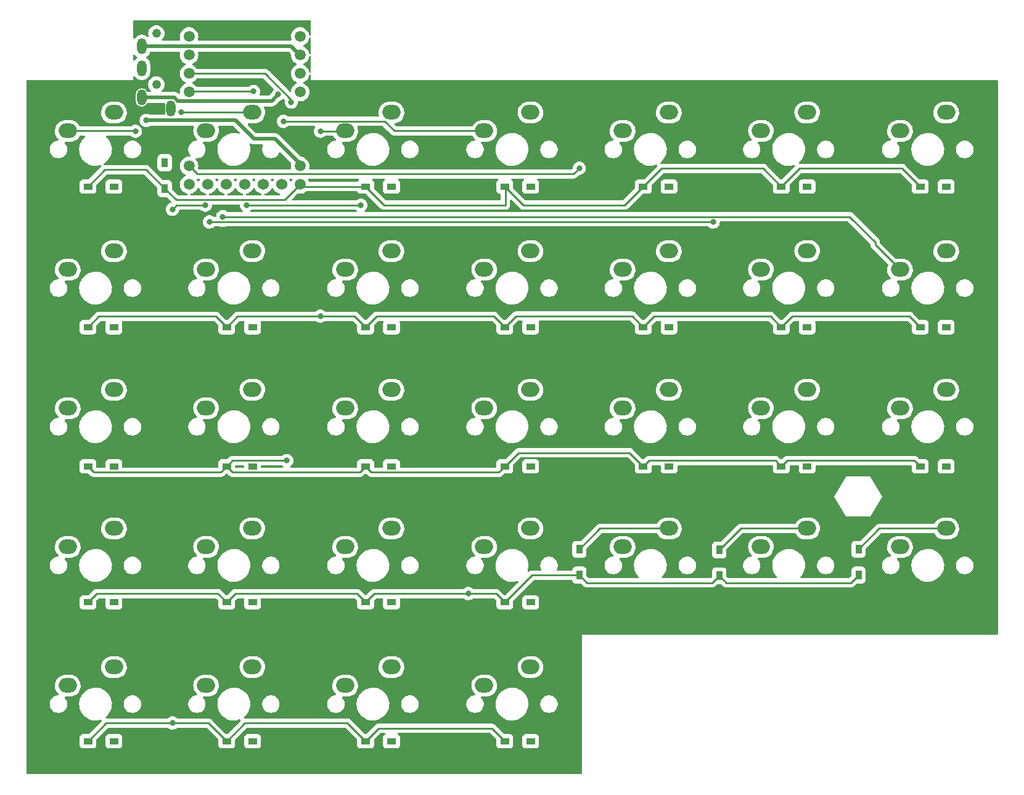
<source format=gbr>
%TF.GenerationSoftware,KiCad,Pcbnew,(7.0.0-0)*%
%TF.CreationDate,2023-04-16T10:11:03+09:00*%
%TF.ProjectId,pcb,7063622e-6b69-4636-9164-5f7063625858,rev?*%
%TF.SameCoordinates,Original*%
%TF.FileFunction,Copper,L2,Bot*%
%TF.FilePolarity,Positive*%
%FSLAX46Y46*%
G04 Gerber Fmt 4.6, Leading zero omitted, Abs format (unit mm)*
G04 Created by KiCad (PCBNEW (7.0.0-0)) date 2023-04-16 10:11:03*
%MOMM*%
%LPD*%
G01*
G04 APERTURE LIST*
G04 Aperture macros list*
%AMRoundRect*
0 Rectangle with rounded corners*
0 $1 Rounding radius*
0 $2 $3 $4 $5 $6 $7 $8 $9 X,Y pos of 4 corners*
0 Add a 4 corners polygon primitive as box body*
4,1,4,$2,$3,$4,$5,$6,$7,$8,$9,$2,$3,0*
0 Add four circle primitives for the rounded corners*
1,1,$1+$1,$2,$3*
1,1,$1+$1,$4,$5*
1,1,$1+$1,$6,$7*
1,1,$1+$1,$8,$9*
0 Add four rect primitives between the rounded corners*
20,1,$1+$1,$2,$3,$4,$5,0*
20,1,$1+$1,$4,$5,$6,$7,0*
20,1,$1+$1,$6,$7,$8,$9,0*
20,1,$1+$1,$8,$9,$2,$3,0*%
G04 Aperture macros list end*
%TA.AperFunction,ComponentPad*%
%ADD10O,2.500000X2.000000*%
%TD*%
%TA.AperFunction,SMDPad,CuDef*%
%ADD11R,0.950000X1.300000*%
%TD*%
%TA.AperFunction,SMDPad,CuDef*%
%ADD12R,1.300000X0.950000*%
%TD*%
%TA.AperFunction,WasherPad*%
%ADD13C,1.210000*%
%TD*%
%TA.AperFunction,ComponentPad*%
%ADD14O,1.300000X2.200000*%
%TD*%
%TA.AperFunction,ComponentPad*%
%ADD15RoundRect,0.756000X0.000000X-0.006000X0.000000X-0.006000X0.000000X0.006000X0.000000X0.006000X0*%
%TD*%
%TA.AperFunction,ComponentPad*%
%ADD16RoundRect,0.756000X0.006000X0.000000X0.006000X0.000000X-0.006000X0.000000X-0.006000X0.000000X0*%
%TD*%
%TA.AperFunction,ComponentPad*%
%ADD17RoundRect,0.756000X0.000000X0.006000X0.000000X0.006000X0.000000X-0.006000X0.000000X-0.006000X0*%
%TD*%
%TA.AperFunction,ViaPad*%
%ADD18C,0.800000*%
%TD*%
%TA.AperFunction,Conductor*%
%ADD19C,0.250000*%
%TD*%
%TA.AperFunction,Conductor*%
%ADD20C,0.500000*%
%TD*%
G04 APERTURE END LIST*
D10*
%TO.P,SW54,1,1*%
%TO.N,Col11*%
X270105986Y-92671999D03*
%TO.P,SW54,2,2*%
%TO.N,Net-(D54-A)*%
X276455986Y-90131999D03*
%TD*%
D11*
%TO.P,D56,1,K*%
%TO.N,Row8*%
X302499999Y-96539999D03*
%TO.P,D56,2,A*%
%TO.N,Net-(D56-A)*%
X302499999Y-92989999D03*
%TD*%
D12*
%TO.P,D38,1,K*%
%TO.N,Row7*%
X234810986Y-81611999D03*
%TO.P,D38,2,A*%
%TO.N,Net-(D38-A)*%
X238360986Y-81611999D03*
%TD*%
D10*
%TO.P,SW62,1,1*%
%TO.N,Col8*%
X212905986Y-111721999D03*
%TO.P,SW62,2,2*%
%TO.N,Net-(D62-A)*%
X219255986Y-109181999D03*
%TD*%
%TO.P,SW23,1,1*%
%TO.N,Col8*%
X212905986Y-54571999D03*
%TO.P,SW23,2,2*%
%TO.N,Net-(D23-A)*%
X219255986Y-52031999D03*
%TD*%
D12*
%TO.P,D53,1,K*%
%TO.N,Row8*%
X253925986Y-100291999D03*
%TO.P,D53,2,A*%
%TO.N,Net-(D53-A)*%
X257475986Y-100291999D03*
%TD*%
D11*
%TO.P,D9,1,K*%
%TO.N,Row5*%
X207216199Y-43427999D03*
%TO.P,D9,2,A*%
%TO.N,Net-(D9-A)*%
X207216199Y-39877999D03*
%TD*%
D10*
%TO.P,SW12,1,1*%
%TO.N,Col11*%
X270105986Y-35521999D03*
%TO.P,SW12,2,2*%
%TO.N,Net-(D12-A)*%
X276455986Y-32981999D03*
%TD*%
%TO.P,SW40,1,1*%
%TO.N,Col11*%
X270105986Y-73621999D03*
%TO.P,SW40,2,2*%
%TO.N,Net-(D40-A)*%
X276455986Y-71081999D03*
%TD*%
D11*
%TO.P,D55,1,K*%
%TO.N,Row8*%
X283379999Y-96639999D03*
%TO.P,D55,2,A*%
%TO.N,Net-(D55-A)*%
X283379999Y-93089999D03*
%TD*%
D12*
%TO.P,D36,1,K*%
%TO.N,Row7*%
X196675986Y-81611999D03*
%TO.P,D36,2,A*%
%TO.N,Net-(D36-A)*%
X200225986Y-81611999D03*
%TD*%
%TO.P,D62,1,K*%
%TO.N,Row9*%
X215725986Y-119361999D03*
%TO.P,D62,2,A*%
%TO.N,Net-(D62-A)*%
X219275986Y-119361999D03*
%TD*%
%TO.P,D13,1,K*%
%TO.N,Row5*%
X291905986Y-43161999D03*
%TO.P,D13,2,A*%
%TO.N,Net-(D13-A)*%
X295455986Y-43161999D03*
%TD*%
D10*
%TO.P,SW53,1,1*%
%TO.N,Col10*%
X251105986Y-92671999D03*
%TO.P,SW53,2,2*%
%TO.N,Net-(D53-A)*%
X257455986Y-90131999D03*
%TD*%
D11*
%TO.P,D54,1,K*%
%TO.N,Row8*%
X264159999Y-96539999D03*
%TO.P,D54,2,A*%
%TO.N,Net-(D54-A)*%
X264159999Y-92989999D03*
%TD*%
D12*
%TO.P,D64,1,K*%
%TO.N,Row9*%
X253925986Y-119361999D03*
%TO.P,D64,2,A*%
%TO.N,Net-(D64-A)*%
X257475986Y-119361999D03*
%TD*%
D10*
%TO.P,SW28,1,1*%
%TO.N,Col13*%
X308205986Y-54571999D03*
%TO.P,SW28,2,2*%
%TO.N,Net-(D28-A)*%
X314555986Y-52031999D03*
%TD*%
%TO.P,SW51,1,1*%
%TO.N,Col8*%
X212905986Y-92671999D03*
%TO.P,SW51,2,2*%
%TO.N,Net-(D51-A)*%
X219255986Y-90131999D03*
%TD*%
D12*
%TO.P,D23,1,K*%
%TO.N,Row6*%
X215725986Y-62481999D03*
%TO.P,D23,2,A*%
%TO.N,Net-(D23-A)*%
X219275986Y-62481999D03*
%TD*%
D10*
%TO.P,SW37,1,1*%
%TO.N,Col8*%
X212905986Y-73621999D03*
%TO.P,SW37,2,2*%
%TO.N,Net-(D37-A)*%
X219255986Y-71081999D03*
%TD*%
%TO.P,SW56,1,1*%
%TO.N,Col13*%
X308205986Y-92671999D03*
%TO.P,SW56,2,2*%
%TO.N,Net-(D56-A)*%
X314555986Y-90131999D03*
%TD*%
D12*
%TO.P,D63,1,K*%
%TO.N,Row9*%
X234810986Y-119361999D03*
%TO.P,D63,2,A*%
%TO.N,Net-(D63-A)*%
X238360986Y-119361999D03*
%TD*%
D10*
%TO.P,SW9,1,1*%
%TO.N,Col8*%
X212905986Y-35521999D03*
%TO.P,SW9,2,2*%
%TO.N,Net-(D9-A)*%
X219255986Y-32981999D03*
%TD*%
%TO.P,SW27,1,1*%
%TO.N,Col12*%
X289105986Y-54571999D03*
%TO.P,SW27,2,2*%
%TO.N,Net-(D27-A)*%
X295455986Y-52031999D03*
%TD*%
%TO.P,SW14,1,1*%
%TO.N,Col13*%
X308205986Y-35521999D03*
%TO.P,SW14,2,2*%
%TO.N,Net-(D14-A)*%
X314555986Y-32981999D03*
%TD*%
%TO.P,SW50,1,1*%
%TO.N,Col7*%
X193905986Y-92671999D03*
%TO.P,SW50,2,2*%
%TO.N,Net-(D50-A)*%
X200255986Y-90131999D03*
%TD*%
%TO.P,SW38,1,1*%
%TO.N,Col9*%
X232005986Y-73621999D03*
%TO.P,SW38,2,2*%
%TO.N,Net-(D38-A)*%
X238355986Y-71081999D03*
%TD*%
%TO.P,SW11,1,1*%
%TO.N,Col10*%
X251105986Y-35521999D03*
%TO.P,SW11,2,2*%
%TO.N,Net-(D11-A)*%
X257455986Y-32981999D03*
%TD*%
D12*
%TO.P,D50,1,K*%
%TO.N,Row8*%
X196675986Y-100291999D03*
%TO.P,D50,2,A*%
%TO.N,Net-(D50-A)*%
X200225986Y-100291999D03*
%TD*%
D10*
%TO.P,SW52,1,1*%
%TO.N,Col9*%
X232005986Y-92671999D03*
%TO.P,SW52,2,2*%
%TO.N,Net-(D52-A)*%
X238355986Y-90131999D03*
%TD*%
D12*
%TO.P,D10,1,K*%
%TO.N,Row5*%
X234810986Y-43161999D03*
%TO.P,D10,2,A*%
%TO.N,Net-(D10-A)*%
X238360986Y-43161999D03*
%TD*%
D10*
%TO.P,SW39,1,1*%
%TO.N,Col10*%
X251105986Y-73621999D03*
%TO.P,SW39,2,2*%
%TO.N,Net-(D39-A)*%
X257455986Y-71081999D03*
%TD*%
D12*
%TO.P,D61,1,K*%
%TO.N,Row9*%
X196675986Y-119361999D03*
%TO.P,D61,2,A*%
%TO.N,Net-(D61-A)*%
X200225986Y-119361999D03*
%TD*%
D10*
%TO.P,SW55,1,1*%
%TO.N,Col12*%
X289105986Y-92671999D03*
%TO.P,SW55,2,2*%
%TO.N,Net-(D55-A)*%
X295455986Y-90131999D03*
%TD*%
%TO.P,SW24,1,1*%
%TO.N,Col9*%
X232005986Y-54571999D03*
%TO.P,SW24,2,2*%
%TO.N,Net-(D24-A)*%
X238355986Y-52031999D03*
%TD*%
D12*
%TO.P,D51,1,K*%
%TO.N,Row8*%
X215725986Y-100291999D03*
%TO.P,D51,2,A*%
%TO.N,Net-(D51-A)*%
X219275986Y-100291999D03*
%TD*%
D10*
%TO.P,SW25,1,1*%
%TO.N,Col10*%
X251105986Y-54571999D03*
%TO.P,SW25,2,2*%
%TO.N,Net-(D25-A)*%
X257455986Y-52031999D03*
%TD*%
D13*
%TO.P,J2,*%
%TO.N,*%
X206068800Y-22120000D03*
X206068800Y-29120000D03*
D14*
%TO.P,J2,A*%
%TO.N,unconnected-(J2-PadA)*%
X208068799Y-32419999D03*
%TO.P,J2,B*%
%TO.N,GNDA*%
X204068799Y-23919999D03*
%TO.P,J2,C*%
%TO.N,DataRight*%
X204068799Y-26919999D03*
%TO.P,J2,D*%
%TO.N,VDD*%
X204068799Y-30919999D03*
%TD*%
D12*
%TO.P,D24,1,K*%
%TO.N,Row6*%
X234810986Y-62481999D03*
%TO.P,D24,2,A*%
%TO.N,Net-(D24-A)*%
X238360986Y-62481999D03*
%TD*%
%TO.P,D25,1,K*%
%TO.N,Row6*%
X253925986Y-62481999D03*
%TO.P,D25,2,A*%
%TO.N,Net-(D25-A)*%
X257475986Y-62481999D03*
%TD*%
D10*
%TO.P,SW10,1,1*%
%TO.N,Col9*%
X232005986Y-35521999D03*
%TO.P,SW10,2,2*%
%TO.N,Net-(D10-A)*%
X238355986Y-32981999D03*
%TD*%
D12*
%TO.P,D8,1,K*%
%TO.N,Row5*%
X196675986Y-43161999D03*
%TO.P,D8,2,A*%
%TO.N,Net-(D8-A)*%
X200225986Y-43161999D03*
%TD*%
D10*
%TO.P,SW64,1,1*%
%TO.N,Col10*%
X251105986Y-111721999D03*
%TO.P,SW64,2,2*%
%TO.N,Net-(D64-A)*%
X257455986Y-109181999D03*
%TD*%
D12*
%TO.P,D37,1,K*%
%TO.N,Row7*%
X215725986Y-81611999D03*
%TO.P,D37,2,A*%
%TO.N,Net-(D37-A)*%
X219275986Y-81611999D03*
%TD*%
%TO.P,D12,1,K*%
%TO.N,Row5*%
X272950986Y-43161999D03*
%TO.P,D12,2,A*%
%TO.N,Net-(D12-A)*%
X276500986Y-43161999D03*
%TD*%
D10*
%TO.P,SW41,1,1*%
%TO.N,Col12*%
X289105986Y-73621999D03*
%TO.P,SW41,2,2*%
%TO.N,Net-(D41-A)*%
X295455986Y-71081999D03*
%TD*%
%TO.P,SW42,1,1*%
%TO.N,Col13*%
X308205986Y-73621999D03*
%TO.P,SW42,2,2*%
%TO.N,Net-(D42-A)*%
X314555986Y-71081999D03*
%TD*%
D12*
%TO.P,D11,1,K*%
%TO.N,Row5*%
X253925986Y-43161999D03*
%TO.P,D11,2,A*%
%TO.N,Net-(D11-A)*%
X257475986Y-43161999D03*
%TD*%
D10*
%TO.P,SW36,1,1*%
%TO.N,Col7*%
X193905986Y-73621999D03*
%TO.P,SW36,2,2*%
%TO.N,Net-(D36-A)*%
X200255986Y-71081999D03*
%TD*%
%TO.P,SW63,1,1*%
%TO.N,Col9*%
X232005986Y-111721999D03*
%TO.P,SW63,2,2*%
%TO.N,Net-(D63-A)*%
X238355986Y-109181999D03*
%TD*%
D15*
%TO.P,A2,1,GPIO0*%
%TO.N,Col7*%
X210560000Y-22555200D03*
%TO.P,A2,2,GPIO1*%
%TO.N,Col8*%
X210560000Y-25095200D03*
%TO.P,A2,3,GPIO2*%
%TO.N,Col9*%
X210560000Y-27635200D03*
%TO.P,A2,4,GPIO3*%
%TO.N,Col10*%
X210560000Y-30175200D03*
%TO.P,A2,8,GPIO7*%
%TO.N,Col11*%
X210560000Y-40335200D03*
%TO.P,A2,9,GPIO8*%
%TO.N,Col12*%
X210560000Y-42875200D03*
D16*
%TO.P,A2,10,GPIO9*%
%TO.N,Col13*%
X213106000Y-42881200D03*
%TO.P,A2,11,GPIO10*%
%TO.N,Row9*%
X215646000Y-42881200D03*
%TO.P,A2,12,GPIO11*%
%TO.N,Row8*%
X218186000Y-42881200D03*
%TO.P,A2,13,GPIO12*%
%TO.N,Row7*%
X220726000Y-42881200D03*
%TO.P,A2,14,GPIO13*%
%TO.N,Row6*%
X223266000Y-42881200D03*
D17*
%TO.P,A2,15,GPIO14*%
%TO.N,Row5*%
X225812000Y-42875200D03*
%TO.P,A2,16,GPIO15*%
%TO.N,DataRight*%
X225812000Y-40335200D03*
%TO.P,A2,20,GPIO29*%
%TO.N,GNDA*%
X225812000Y-30175200D03*
%TO.P,A2,21,3V3*%
%TO.N,unconnected-(A2-3V3-Pad21)*%
X225812000Y-27635200D03*
%TO.P,A2,22,5V*%
%TO.N,VDD*%
X225812000Y-22555200D03*
%TO.P,A2,23,GND*%
%TO.N,GNDA*%
X225812000Y-25095200D03*
%TD*%
D12*
%TO.P,D39,1,K*%
%TO.N,Row7*%
X253925986Y-81611999D03*
%TO.P,D39,2,A*%
%TO.N,Net-(D39-A)*%
X257475986Y-81611999D03*
%TD*%
D10*
%TO.P,SW13,1,1*%
%TO.N,Col12*%
X289105986Y-35521999D03*
%TO.P,SW13,2,2*%
%TO.N,Net-(D13-A)*%
X295455986Y-32981999D03*
%TD*%
D12*
%TO.P,D22,1,K*%
%TO.N,Row6*%
X196675986Y-62481999D03*
%TO.P,D22,2,A*%
%TO.N,Net-(D22-A)*%
X200225986Y-62481999D03*
%TD*%
D10*
%TO.P,SW8,1,1*%
%TO.N,Col7*%
X193905986Y-35521999D03*
%TO.P,SW8,2,2*%
%TO.N,Net-(D8-A)*%
X200255986Y-32981999D03*
%TD*%
D12*
%TO.P,D28,1,K*%
%TO.N,Row6*%
X310990986Y-62481999D03*
%TO.P,D28,2,A*%
%TO.N,Net-(D28-A)*%
X314540986Y-62481999D03*
%TD*%
%TO.P,D52,1,K*%
%TO.N,Row8*%
X234810986Y-100291999D03*
%TO.P,D52,2,A*%
%TO.N,Net-(D52-A)*%
X238360986Y-100291999D03*
%TD*%
%TO.P,D42,1,K*%
%TO.N,Row7*%
X310990986Y-81611999D03*
%TO.P,D42,2,A*%
%TO.N,Net-(D42-A)*%
X314540986Y-81611999D03*
%TD*%
%TO.P,D26,1,K*%
%TO.N,Row6*%
X272950986Y-62481999D03*
%TO.P,D26,2,A*%
%TO.N,Net-(D26-A)*%
X276500986Y-62481999D03*
%TD*%
%TO.P,D14,1,K*%
%TO.N,Row5*%
X310990986Y-43161999D03*
%TO.P,D14,2,A*%
%TO.N,Net-(D14-A)*%
X314540986Y-43161999D03*
%TD*%
D10*
%TO.P,SW61,1,1*%
%TO.N,Col7*%
X193905986Y-111721999D03*
%TO.P,SW61,2,2*%
%TO.N,Net-(D61-A)*%
X200255986Y-109181999D03*
%TD*%
%TO.P,SW26,1,1*%
%TO.N,Col11*%
X270105986Y-54571999D03*
%TO.P,SW26,2,2*%
%TO.N,Net-(D26-A)*%
X276455986Y-52031999D03*
%TD*%
%TO.P,SW22,1,1*%
%TO.N,Col7*%
X193905986Y-54571999D03*
%TO.P,SW22,2,2*%
%TO.N,Net-(D22-A)*%
X200255986Y-52031999D03*
%TD*%
D12*
%TO.P,D40,1,K*%
%TO.N,Row7*%
X272950986Y-81611999D03*
%TO.P,D40,2,A*%
%TO.N,Net-(D40-A)*%
X276500986Y-81611999D03*
%TD*%
%TO.P,D41,1,K*%
%TO.N,Row7*%
X291905986Y-81611999D03*
%TO.P,D41,2,A*%
%TO.N,Net-(D41-A)*%
X295455986Y-81611999D03*
%TD*%
%TO.P,D27,1,K*%
%TO.N,Row6*%
X291905986Y-62481999D03*
%TO.P,D27,2,A*%
%TO.N,Net-(D27-A)*%
X295455986Y-62481999D03*
%TD*%
D18*
%TO.N,Net-(D9-A)*%
X207216200Y-39878000D03*
%TO.N,Net-(D8-A)*%
X200225987Y-43162000D03*
%TO.N,Net-(D13-A)*%
X295455987Y-43162000D03*
%TO.N,Net-(D14-A)*%
X314540987Y-43162000D03*
%TO.N,Row6*%
X228600000Y-60960000D03*
%TO.N,Net-(D22-A)*%
X200225987Y-62482000D03*
%TO.N,Net-(D23-A)*%
X219275987Y-62482000D03*
%TO.N,Net-(D24-A)*%
X238360987Y-62482000D03*
%TO.N,Net-(D25-A)*%
X257475987Y-62482000D03*
%TO.N,Net-(D26-A)*%
X276500987Y-62482000D03*
%TO.N,Net-(D27-A)*%
X295455987Y-62482000D03*
%TO.N,Net-(D28-A)*%
X314540987Y-62482000D03*
%TO.N,Row7*%
X223988000Y-80812000D03*
%TO.N,Net-(D36-A)*%
X200225987Y-81612000D03*
%TO.N,Net-(D37-A)*%
X219275987Y-81612000D03*
%TO.N,Net-(D38-A)*%
X238360987Y-81612000D03*
%TO.N,Net-(D39-A)*%
X257475987Y-81612000D03*
%TO.N,Net-(D40-A)*%
X276500987Y-81612000D03*
%TO.N,Net-(D41-A)*%
X295455987Y-81612000D03*
%TO.N,Net-(D42-A)*%
X314540987Y-81612000D03*
%TO.N,Row8*%
X234167820Y-45720000D03*
X248920000Y-99082000D03*
X218440000Y-45720000D03*
%TO.N,Net-(D50-A)*%
X200225987Y-100292000D03*
%TO.N,Net-(D51-A)*%
X219275987Y-100292000D03*
%TO.N,Net-(D52-A)*%
X238360987Y-100292000D03*
%TO.N,Net-(D53-A)*%
X257475987Y-100292000D03*
%TO.N,Row9*%
X212801200Y-45720000D03*
X208280000Y-46278800D03*
X208280000Y-116860000D03*
%TO.N,Net-(D61-A)*%
X200225987Y-119362000D03*
%TO.N,Net-(D62-A)*%
X219275987Y-119362000D03*
%TO.N,DataRight*%
X204688000Y-34072000D03*
%TO.N,VDD*%
X222820000Y-30480000D03*
%TO.N,Col7*%
X203200000Y-35560000D03*
%TO.N,Col9*%
X228600000Y-35560000D03*
X224601703Y-31561703D03*
%TO.N,Col10*%
X223520000Y-34197000D03*
X219420507Y-30097507D03*
%TO.N,Col11*%
X264160000Y-40640000D03*
%TO.N,Col12*%
X213360000Y-48028605D03*
X282539988Y-48028605D03*
%TO.N,Col13*%
X215188169Y-47304105D03*
%TO.N,Net-(D63-A)*%
X238360987Y-119362000D03*
%TO.N,Net-(D64-A)*%
X257475987Y-119362000D03*
%TO.N,Net-(D9-A)*%
X209455836Y-32982000D03*
%TO.N,Net-(D11-A)*%
X257475987Y-43162000D03*
%TO.N,Net-(D10-A)*%
X238360987Y-43162000D03*
%TO.N,Net-(D12-A)*%
X276500987Y-43162000D03*
%TD*%
D19*
%TO.N,Row7*%
X214925987Y-82412000D02*
X197475987Y-82412000D01*
X272950987Y-81612000D02*
X271060987Y-79722000D01*
D20*
%TO.N,VDD*%
X208529124Y-30920000D02*
X204094200Y-30920000D01*
%TO.N,DataRight*%
X216952000Y-34072000D02*
X219492000Y-36612000D01*
X204688000Y-34072000D02*
X216952000Y-34072000D01*
%TO.N,VDD*%
X222820000Y-30480000D02*
X221912800Y-31387200D01*
X208996324Y-31387200D02*
X208529124Y-30920000D01*
%TO.N,DataRight*%
X219492000Y-36612000D02*
X222396597Y-36612000D01*
X222396597Y-36612000D02*
X225806000Y-40021403D01*
X225806000Y-40021403D02*
X225806000Y-40335200D01*
%TO.N,VDD*%
X221912800Y-31387200D02*
X208996324Y-31387200D01*
D19*
%TO.N,Col7*%
X203162000Y-35522000D02*
X203200000Y-35560000D01*
X193905987Y-35522000D02*
X203162000Y-35522000D01*
%TO.N,Col9*%
X224601703Y-31236398D02*
X221000505Y-27635200D01*
X231967987Y-35560000D02*
X232005987Y-35522000D01*
%TO.N,Col10*%
X219420507Y-30097507D02*
X210618293Y-30097507D01*
X238772154Y-35522000D02*
X251105987Y-35522000D01*
X210618293Y-30097507D02*
X210540600Y-30175200D01*
X223520000Y-34197000D02*
X237447154Y-34197000D01*
%TO.N,Col9*%
X224601703Y-31561703D02*
X224601703Y-31236398D01*
X221000505Y-27635200D02*
X210540600Y-27635200D01*
X228600000Y-35560000D02*
X231967987Y-35560000D01*
%TO.N,Col10*%
X237447154Y-34197000D02*
X238772154Y-35522000D01*
%TO.N,Row5*%
X223686200Y-44995000D02*
X225806000Y-42875200D01*
X204641200Y-40853000D02*
X207216200Y-43428000D01*
X275452987Y-40660000D02*
X272950987Y-43162000D01*
X289403987Y-40660000D02*
X275452987Y-40660000D01*
X254000000Y-45720000D02*
X237368987Y-45720000D01*
X308488987Y-40660000D02*
X294407987Y-40660000D01*
X310990987Y-43162000D02*
X308488987Y-40660000D01*
X294407987Y-40660000D02*
X291905987Y-43162000D01*
X196675987Y-43162000D02*
X198984987Y-40853000D01*
X207216200Y-43428000D02*
X208783200Y-44995000D01*
X253925987Y-43162000D02*
X254000000Y-43236013D01*
X208783200Y-44995000D02*
X223686200Y-44995000D01*
X254000000Y-43236013D02*
X254000000Y-45720000D01*
X234810987Y-43162000D02*
X226092800Y-43162000D01*
X291905987Y-43162000D02*
X289403987Y-40660000D01*
X198984987Y-40853000D02*
X204641200Y-40853000D01*
X256483987Y-45720000D02*
X253925987Y-43162000D01*
X270392987Y-45720000D02*
X256483987Y-45720000D01*
X272950987Y-43162000D02*
X270392987Y-45720000D01*
%TO.N,Net-(D9-A)*%
X209455836Y-32982000D02*
X218440000Y-32982000D01*
%TO.N,Row5*%
X237368987Y-45720000D02*
X234810987Y-43162000D01*
X226092800Y-43162000D02*
X225806000Y-42875200D01*
%TO.N,Row7*%
X271060987Y-79722000D02*
X255815987Y-79722000D01*
X223988000Y-80812000D02*
X216525987Y-80812000D01*
X253925987Y-81612000D02*
X253125987Y-82412000D01*
X215725987Y-81612000D02*
X214925987Y-82412000D01*
X234010987Y-82412000D02*
X216525987Y-82412000D01*
%TO.N,Row6*%
X253925987Y-62482000D02*
X255447987Y-60960000D01*
X274452987Y-60980000D02*
X290403987Y-60980000D01*
X252423987Y-60980000D02*
X253925987Y-62482000D01*
X272950987Y-62482000D02*
X274452987Y-60980000D01*
X233308987Y-60980000D02*
X234810987Y-62482000D01*
X196675987Y-62482000D02*
X198177987Y-60980000D01*
X215725987Y-62482000D02*
X217227987Y-60980000D01*
%TO.N,Row7*%
X310190987Y-80812000D02*
X292705987Y-80812000D01*
X234810987Y-81612000D02*
X234010987Y-82412000D01*
%TO.N,Row6*%
X310990987Y-62482000D02*
X309488987Y-60980000D01*
X271428987Y-60960000D02*
X272950987Y-62482000D01*
%TO.N,Row7*%
X291905987Y-81612000D02*
X291105987Y-80812000D01*
%TO.N,Row6*%
X290403987Y-60980000D02*
X291905987Y-62482000D01*
%TO.N,Row7*%
X255815987Y-79722000D02*
X253925987Y-81612000D01*
%TO.N,Row6*%
X234810987Y-62482000D02*
X236312987Y-60980000D01*
%TO.N,Row7*%
X292705987Y-80812000D02*
X291905987Y-81612000D01*
X273750987Y-80812000D02*
X272950987Y-81612000D01*
X197475987Y-82412000D02*
X196675987Y-81612000D01*
X235610987Y-82412000D02*
X234810987Y-81612000D01*
%TO.N,Row6*%
X214223987Y-60980000D02*
X215725987Y-62482000D01*
X198177987Y-60980000D02*
X214223987Y-60980000D01*
X236312987Y-60980000D02*
X252423987Y-60980000D01*
X309488987Y-60980000D02*
X293407987Y-60980000D01*
X293407987Y-60980000D02*
X291905987Y-62482000D01*
X255447987Y-60960000D02*
X271428987Y-60960000D01*
X217227987Y-60980000D02*
X233308987Y-60980000D01*
%TO.N,Row7*%
X216525987Y-82412000D02*
X215725987Y-81612000D01*
X253125987Y-82412000D02*
X235610987Y-82412000D01*
X310990987Y-81612000D02*
X310190987Y-80812000D01*
X291105987Y-80812000D02*
X273750987Y-80812000D01*
X216525987Y-80812000D02*
X215725987Y-81612000D01*
%TO.N,Row8*%
X265207000Y-97587000D02*
X264160000Y-96540000D01*
%TO.N,Net-(D54-A)*%
X276455987Y-90132000D02*
X267018000Y-90132000D01*
%TO.N,Row9*%
X234810987Y-119362000D02*
X232308987Y-116860000D01*
X199177987Y-116860000D02*
X196675987Y-119362000D01*
X236585987Y-117587000D02*
X234810987Y-119362000D01*
X218227987Y-116860000D02*
X215725987Y-119362000D01*
X232308987Y-116860000D02*
X218227987Y-116860000D01*
X208838800Y-45720000D02*
X212801200Y-45720000D01*
X208280000Y-46278800D02*
X208838800Y-45720000D01*
X215725987Y-119362000D02*
X213223987Y-116860000D01*
%TO.N,Row8*%
X282433000Y-97587000D02*
X265207000Y-97587000D01*
%TO.N,Row9*%
X252150987Y-117587000D02*
X236585987Y-117587000D01*
%TO.N,Row8*%
X283380000Y-96640000D02*
X282433000Y-97587000D01*
X301453000Y-97587000D02*
X284327000Y-97587000D01*
X302500000Y-96540000D02*
X301453000Y-97587000D01*
X215725987Y-100292000D02*
X216935987Y-99082000D01*
X264160000Y-96540000D02*
X257677987Y-96540000D01*
X197885987Y-99082000D02*
X214515987Y-99082000D01*
X216935987Y-99082000D02*
X233600987Y-99082000D01*
%TO.N,Net-(D56-A)*%
X314555987Y-90132000D02*
X305358000Y-90132000D01*
%TO.N,Row8*%
X196675987Y-100292000D02*
X197885987Y-99082000D01*
X218440000Y-45720000D02*
X234167820Y-45720000D01*
X233600987Y-99082000D02*
X234810987Y-100292000D01*
X284327000Y-97587000D02*
X283380000Y-96640000D01*
X236020987Y-99082000D02*
X252715987Y-99082000D01*
X214515987Y-99082000D02*
X215725987Y-100292000D01*
X234810987Y-100292000D02*
X236020987Y-99082000D01*
%TO.N,Row9*%
X208280000Y-116860000D02*
X199177987Y-116860000D01*
%TO.N,Row8*%
X257677987Y-96540000D02*
X253925987Y-100292000D01*
%TO.N,Net-(D54-A)*%
X267018000Y-90132000D02*
X264160000Y-92990000D01*
%TO.N,Net-(D55-A)*%
X295455987Y-90132000D02*
X286338000Y-90132000D01*
%TO.N,Row8*%
X252715987Y-99082000D02*
X253925987Y-100292000D01*
%TO.N,Row9*%
X253925987Y-119362000D02*
X252150987Y-117587000D01*
%TO.N,Net-(D56-A)*%
X305358000Y-90132000D02*
X302500000Y-92990000D01*
%TO.N,Net-(D55-A)*%
X286338000Y-90132000D02*
X283380000Y-93090000D01*
%TO.N,Row9*%
X213223987Y-116860000D02*
X208280000Y-116860000D01*
%TO.N,Col11*%
X211653000Y-41422200D02*
X210566000Y-40335200D01*
X264160000Y-40640000D02*
X263377800Y-41422200D01*
X263377800Y-41422200D02*
X211653000Y-41422200D01*
%TO.N,Col12*%
X214864759Y-48006000D02*
X213382605Y-48006000D01*
X282517383Y-48006000D02*
X215511579Y-48006000D01*
X214887864Y-48029105D02*
X214864759Y-48006000D01*
X215488474Y-48029105D02*
X214887864Y-48029105D01*
X215511579Y-48006000D02*
X215488474Y-48029105D01*
X282539988Y-48028605D02*
X282517383Y-48006000D01*
X213382605Y-48006000D02*
X213360000Y-48028605D01*
%TO.N,Col13*%
X301304105Y-47304105D02*
X304800000Y-50800000D01*
X304800000Y-50800000D02*
X304800000Y-51166013D01*
X215188169Y-47304105D02*
X301304105Y-47304105D01*
X304800000Y-51166013D02*
X308205987Y-54572000D01*
D20*
%TO.N,GNDA*%
X204094200Y-23920000D02*
X204131000Y-23883200D01*
X224568600Y-23883200D02*
X225780600Y-25095200D01*
X204131000Y-23883200D02*
X224568600Y-23883200D01*
%TD*%
%TA.AperFunction,NonConductor*%
G36*
X227242100Y-20358613D02*
G01*
X227287487Y-20404000D01*
X227304100Y-20466000D01*
X227304100Y-22295995D01*
X227289946Y-22353526D01*
X227250716Y-22397923D01*
X227195365Y-22419052D01*
X227136529Y-22412088D01*
X227087640Y-22378622D01*
X227059858Y-22326293D01*
X227011724Y-22135267D01*
X227011723Y-22135266D01*
X227010365Y-22129874D01*
X226916233Y-21922637D01*
X226873243Y-21860584D01*
X226789785Y-21740119D01*
X226789781Y-21740114D01*
X226786610Y-21735537D01*
X226625663Y-21574590D01*
X226621086Y-21571419D01*
X226621080Y-21571414D01*
X226443143Y-21448140D01*
X226443142Y-21448139D01*
X226438563Y-21444967D01*
X226231326Y-21350835D01*
X226225940Y-21349477D01*
X226225932Y-21349475D01*
X226015669Y-21296494D01*
X226015663Y-21296493D01*
X226010611Y-21295220D01*
X226005414Y-21294810D01*
X226005408Y-21294810D01*
X225879376Y-21284891D01*
X225879361Y-21284890D01*
X225876942Y-21284700D01*
X225747058Y-21284700D01*
X225744639Y-21284890D01*
X225744623Y-21284891D01*
X225618591Y-21294810D01*
X225618584Y-21294811D01*
X225613389Y-21295220D01*
X225608338Y-21296492D01*
X225608330Y-21296494D01*
X225398067Y-21349475D01*
X225398055Y-21349478D01*
X225392674Y-21350835D01*
X225387609Y-21353135D01*
X225387605Y-21353137D01*
X225190511Y-21442662D01*
X225190508Y-21442663D01*
X225185437Y-21444967D01*
X225180861Y-21448136D01*
X225180856Y-21448140D01*
X225002919Y-21571414D01*
X225002907Y-21571423D01*
X224998337Y-21574590D01*
X224994400Y-21578526D01*
X224994394Y-21578532D01*
X224841332Y-21731594D01*
X224841326Y-21731600D01*
X224837390Y-21735537D01*
X224834223Y-21740107D01*
X224834214Y-21740119D01*
X224710940Y-21918056D01*
X224710936Y-21918061D01*
X224707767Y-21922637D01*
X224613635Y-22129874D01*
X224612278Y-22135255D01*
X224612275Y-22135267D01*
X224559294Y-22345530D01*
X224559292Y-22345538D01*
X224558020Y-22350589D01*
X224557611Y-22355784D01*
X224557610Y-22355791D01*
X224547691Y-22481823D01*
X224547690Y-22481839D01*
X224547500Y-22484258D01*
X224547500Y-22626142D01*
X224547690Y-22628561D01*
X224547691Y-22628576D01*
X224557610Y-22754608D01*
X224557610Y-22754614D01*
X224558020Y-22759811D01*
X224559293Y-22764863D01*
X224559294Y-22764869D01*
X224611084Y-22970402D01*
X224612180Y-23026254D01*
X224588650Y-23076920D01*
X224545269Y-23112117D01*
X224490842Y-23124700D01*
X211881158Y-23124700D01*
X211826731Y-23112117D01*
X211783350Y-23076920D01*
X211759820Y-23026254D01*
X211760916Y-22970402D01*
X211786518Y-22868796D01*
X211813980Y-22759811D01*
X211824500Y-22626142D01*
X211824500Y-22484258D01*
X211813980Y-22350589D01*
X211758365Y-22129874D01*
X211664233Y-21922637D01*
X211621243Y-21860584D01*
X211537785Y-21740119D01*
X211537781Y-21740114D01*
X211534610Y-21735537D01*
X211373663Y-21574590D01*
X211369086Y-21571419D01*
X211369080Y-21571414D01*
X211191143Y-21448140D01*
X211191142Y-21448139D01*
X211186563Y-21444967D01*
X210979326Y-21350835D01*
X210973940Y-21349477D01*
X210973932Y-21349475D01*
X210763669Y-21296494D01*
X210763663Y-21296493D01*
X210758611Y-21295220D01*
X210753414Y-21294810D01*
X210753408Y-21294810D01*
X210627376Y-21284891D01*
X210627361Y-21284890D01*
X210624942Y-21284700D01*
X210495058Y-21284700D01*
X210492639Y-21284890D01*
X210492623Y-21284891D01*
X210366591Y-21294810D01*
X210366584Y-21294811D01*
X210361389Y-21295220D01*
X210356338Y-21296492D01*
X210356330Y-21296494D01*
X210146067Y-21349475D01*
X210146055Y-21349478D01*
X210140674Y-21350835D01*
X210135609Y-21353135D01*
X210135605Y-21353137D01*
X209938511Y-21442662D01*
X209938508Y-21442663D01*
X209933437Y-21444967D01*
X209928861Y-21448136D01*
X209928856Y-21448140D01*
X209750919Y-21571414D01*
X209750907Y-21571423D01*
X209746337Y-21574590D01*
X209742400Y-21578526D01*
X209742394Y-21578532D01*
X209589332Y-21731594D01*
X209589326Y-21731600D01*
X209585390Y-21735537D01*
X209582223Y-21740107D01*
X209582214Y-21740119D01*
X209458940Y-21918056D01*
X209458936Y-21918061D01*
X209455767Y-21922637D01*
X209361635Y-22129874D01*
X209360278Y-22135255D01*
X209360275Y-22135267D01*
X209307294Y-22345530D01*
X209307292Y-22345538D01*
X209306020Y-22350589D01*
X209305611Y-22355784D01*
X209305610Y-22355791D01*
X209295691Y-22481823D01*
X209295690Y-22481839D01*
X209295500Y-22484258D01*
X209295500Y-22626142D01*
X209295690Y-22628561D01*
X209295691Y-22628576D01*
X209305610Y-22754608D01*
X209305610Y-22754614D01*
X209306020Y-22759811D01*
X209307293Y-22764863D01*
X209307294Y-22764869D01*
X209359084Y-22970402D01*
X209360180Y-23026254D01*
X209336650Y-23076920D01*
X209293269Y-23112117D01*
X209238842Y-23124700D01*
X206939601Y-23124700D01*
X206882288Y-23110660D01*
X206837953Y-23071719D01*
X206816637Y-23016696D01*
X206823166Y-22958050D01*
X206856063Y-22909063D01*
X206860462Y-22905052D01*
X206895212Y-22873374D01*
X207019572Y-22708693D01*
X207111556Y-22523966D01*
X207168029Y-22325482D01*
X207187070Y-22120000D01*
X207168029Y-21914518D01*
X207111556Y-21716034D01*
X207065564Y-21623670D01*
X207022127Y-21536438D01*
X207022126Y-21536437D01*
X207019572Y-21531307D01*
X206895212Y-21366626D01*
X206742708Y-21227601D01*
X206737838Y-21224586D01*
X206737836Y-21224584D01*
X206572132Y-21121985D01*
X206572131Y-21121984D01*
X206567256Y-21118966D01*
X206561909Y-21116894D01*
X206561906Y-21116893D01*
X206380177Y-21046491D01*
X206380178Y-21046491D01*
X206374829Y-21044419D01*
X206369203Y-21043367D01*
X206369195Y-21043365D01*
X206177610Y-21007552D01*
X206177607Y-21007551D01*
X206171981Y-21006500D01*
X205965619Y-21006500D01*
X205959995Y-21007551D01*
X205959987Y-21007552D01*
X205860959Y-21026063D01*
X205860956Y-21026064D01*
X205858336Y-21026554D01*
X205858061Y-21026581D01*
X205857825Y-21026650D01*
X205856716Y-21026857D01*
X205856712Y-21026857D01*
X205768404Y-21043365D01*
X205768393Y-21043367D01*
X205762771Y-21044419D01*
X205757424Y-21046490D01*
X205757422Y-21046491D01*
X205575693Y-21116893D01*
X205575685Y-21116896D01*
X205570344Y-21118966D01*
X205565472Y-21121982D01*
X205565467Y-21121985D01*
X205399763Y-21224584D01*
X205399755Y-21224589D01*
X205394892Y-21227601D01*
X205390661Y-21231457D01*
X205390657Y-21231461D01*
X205246628Y-21362760D01*
X205246623Y-21362764D01*
X205242388Y-21366626D01*
X205238934Y-21371198D01*
X205238931Y-21371203D01*
X205121481Y-21526733D01*
X205121476Y-21526740D01*
X205118028Y-21531307D01*
X205115477Y-21536429D01*
X205115472Y-21536438D01*
X205028598Y-21710903D01*
X205028594Y-21710911D01*
X205026044Y-21716034D01*
X204969571Y-21914518D01*
X204969042Y-21920223D01*
X204969042Y-21920225D01*
X204968348Y-21927711D01*
X204950530Y-22120000D01*
X204969571Y-22325482D01*
X204984690Y-22378622D01*
X205003219Y-22443743D01*
X205004392Y-22507181D01*
X204974031Y-22562894D01*
X204920086Y-22596296D01*
X204856681Y-22598641D01*
X204800416Y-22569315D01*
X204774177Y-22545396D01*
X204774178Y-22545396D01*
X204769943Y-22541536D01*
X204765073Y-22538521D01*
X204765071Y-22538519D01*
X204592276Y-22431530D01*
X204592275Y-22431529D01*
X204587400Y-22428511D01*
X204582053Y-22426439D01*
X204582050Y-22426438D01*
X204399690Y-22355791D01*
X204387197Y-22350951D01*
X204381571Y-22349899D01*
X204381563Y-22349897D01*
X204181780Y-22312552D01*
X204181777Y-22312551D01*
X204176151Y-22311500D01*
X203961449Y-22311500D01*
X203955823Y-22312551D01*
X203955819Y-22312552D01*
X203756036Y-22349897D01*
X203756025Y-22349899D01*
X203750403Y-22350951D01*
X203745056Y-22353022D01*
X203745054Y-22353023D01*
X203555549Y-22426438D01*
X203555542Y-22426441D01*
X203550200Y-22428511D01*
X203545328Y-22431527D01*
X203545323Y-22431530D01*
X203372528Y-22538519D01*
X203372520Y-22538524D01*
X203367657Y-22541536D01*
X203363426Y-22545392D01*
X203363422Y-22545396D01*
X203213227Y-22682316D01*
X203213219Y-22682324D01*
X203208990Y-22686180D01*
X203205539Y-22690749D01*
X203205537Y-22690752D01*
X203188536Y-22713266D01*
X203149568Y-22764869D01*
X203135854Y-22783029D01*
X203088032Y-22821269D01*
X203027742Y-22831963D01*
X202969685Y-22812505D01*
X202928018Y-22767637D01*
X202912900Y-22708302D01*
X202912900Y-20466000D01*
X202929513Y-20404000D01*
X202974900Y-20358613D01*
X203036900Y-20342000D01*
X227180100Y-20342000D01*
X227242100Y-20358613D01*
G37*
%TD.AperFunction*%
%TA.AperFunction,NonConductor*%
G36*
X227250716Y-22712477D02*
G01*
X227289946Y-22756874D01*
X227304100Y-22814405D01*
X227304100Y-24835995D01*
X227289946Y-24893526D01*
X227250716Y-24937923D01*
X227195365Y-24959052D01*
X227136529Y-24952088D01*
X227087640Y-24918622D01*
X227059858Y-24866293D01*
X227011724Y-24675267D01*
X227011723Y-24675266D01*
X227010365Y-24669874D01*
X226916233Y-24462637D01*
X226873243Y-24400584D01*
X226789785Y-24280119D01*
X226789781Y-24280114D01*
X226786610Y-24275537D01*
X226625663Y-24114590D01*
X226621086Y-24111419D01*
X226621080Y-24111414D01*
X226443143Y-23988140D01*
X226443142Y-23988139D01*
X226438563Y-23984967D01*
X226335379Y-23938098D01*
X226290764Y-23903811D01*
X226265895Y-23853335D01*
X226265895Y-23797065D01*
X226290764Y-23746589D01*
X226335380Y-23712301D01*
X226438563Y-23665433D01*
X226625663Y-23535810D01*
X226786610Y-23374863D01*
X226916233Y-23187763D01*
X227010365Y-22980526D01*
X227059857Y-22784107D01*
X227087640Y-22731778D01*
X227136529Y-22698312D01*
X227195365Y-22691348D01*
X227250716Y-22712477D01*
G37*
%TD.AperFunction*%
%TA.AperFunction,NonConductor*%
G36*
X203088032Y-25018731D02*
G01*
X203135852Y-25056970D01*
X203208990Y-25153820D01*
X203213224Y-25157680D01*
X203213227Y-25157683D01*
X203294034Y-25231348D01*
X203367657Y-25298464D01*
X203372527Y-25301479D01*
X203372528Y-25301480D01*
X203393674Y-25314573D01*
X203436726Y-25359661D01*
X203452397Y-25420000D01*
X203436726Y-25480339D01*
X203393674Y-25525427D01*
X203372528Y-25538519D01*
X203372520Y-25538524D01*
X203367657Y-25541536D01*
X203363426Y-25545392D01*
X203363422Y-25545396D01*
X203213227Y-25682316D01*
X203213219Y-25682324D01*
X203208990Y-25686180D01*
X203205539Y-25690749D01*
X203205537Y-25690752D01*
X203135854Y-25783029D01*
X203088032Y-25821269D01*
X203027742Y-25831963D01*
X202969685Y-25812505D01*
X202928018Y-25767637D01*
X202912900Y-25708302D01*
X202912900Y-25131698D01*
X202928018Y-25072363D01*
X202969685Y-25027495D01*
X203027742Y-25008037D01*
X203088032Y-25018731D01*
G37*
%TD.AperFunction*%
%TA.AperFunction,NonConductor*%
G36*
X227250716Y-25252477D02*
G01*
X227289946Y-25296874D01*
X227304100Y-25354405D01*
X227304100Y-27375995D01*
X227289946Y-27433526D01*
X227250716Y-27477923D01*
X227195365Y-27499052D01*
X227136529Y-27492088D01*
X227087640Y-27458622D01*
X227059858Y-27406293D01*
X227011724Y-27215267D01*
X227011723Y-27215266D01*
X227010365Y-27209874D01*
X226916233Y-27002637D01*
X226873243Y-26940584D01*
X226789785Y-26820119D01*
X226789781Y-26820114D01*
X226786610Y-26815537D01*
X226625663Y-26654590D01*
X226621086Y-26651419D01*
X226621080Y-26651414D01*
X226443143Y-26528140D01*
X226443142Y-26528139D01*
X226438563Y-26524967D01*
X226335379Y-26478098D01*
X226290764Y-26443811D01*
X226265895Y-26393335D01*
X226265895Y-26337065D01*
X226290764Y-26286589D01*
X226335380Y-26252301D01*
X226438563Y-26205433D01*
X226625663Y-26075810D01*
X226786610Y-25914863D01*
X226916233Y-25727763D01*
X227010365Y-25520526D01*
X227059857Y-25324107D01*
X227087640Y-25271778D01*
X227136529Y-25238312D01*
X227195365Y-25231348D01*
X227250716Y-25252477D01*
G37*
%TD.AperFunction*%
%TA.AperFunction,NonConductor*%
G36*
X224250510Y-24651139D02*
G01*
X224290738Y-24678019D01*
X224513606Y-24900887D01*
X224542261Y-24945649D01*
X224549543Y-24998296D01*
X224547691Y-25021820D01*
X224547690Y-25021841D01*
X224547500Y-25024258D01*
X224547500Y-25166142D01*
X224547690Y-25168561D01*
X224547691Y-25168576D01*
X224557610Y-25294608D01*
X224557610Y-25294614D01*
X224558020Y-25299811D01*
X224559293Y-25304863D01*
X224559294Y-25304869D01*
X224612275Y-25515132D01*
X224612277Y-25515140D01*
X224613635Y-25520526D01*
X224707767Y-25727763D01*
X224710939Y-25732342D01*
X224710940Y-25732343D01*
X224834214Y-25910280D01*
X224834219Y-25910286D01*
X224837390Y-25914863D01*
X224998337Y-26075810D01*
X225002914Y-26078981D01*
X225002919Y-26078985D01*
X225123384Y-26162443D01*
X225185437Y-26205433D01*
X225288621Y-26252301D01*
X225333235Y-26286587D01*
X225358104Y-26337063D01*
X225358104Y-26393333D01*
X225333236Y-26443809D01*
X225288621Y-26478098D01*
X225211537Y-26513111D01*
X225185437Y-26524967D01*
X225180861Y-26528136D01*
X225180856Y-26528140D01*
X225002919Y-26651414D01*
X225002907Y-26651423D01*
X224998337Y-26654590D01*
X224994400Y-26658526D01*
X224994394Y-26658532D01*
X224841332Y-26811594D01*
X224841326Y-26811600D01*
X224837390Y-26815537D01*
X224834223Y-26820107D01*
X224834214Y-26820119D01*
X224710940Y-26998056D01*
X224710936Y-26998061D01*
X224707767Y-27002637D01*
X224705463Y-27007708D01*
X224705462Y-27007711D01*
X224626498Y-27181556D01*
X224613635Y-27209874D01*
X224612278Y-27215255D01*
X224612275Y-27215267D01*
X224559294Y-27425530D01*
X224559292Y-27425538D01*
X224558020Y-27430589D01*
X224557611Y-27435784D01*
X224557610Y-27435791D01*
X224547691Y-27561823D01*
X224547690Y-27561839D01*
X224547500Y-27564258D01*
X224547500Y-27706142D01*
X224547690Y-27708561D01*
X224547691Y-27708576D01*
X224557610Y-27834608D01*
X224557610Y-27834614D01*
X224558020Y-27839811D01*
X224559293Y-27844863D01*
X224559294Y-27844869D01*
X224612275Y-28055132D01*
X224612277Y-28055140D01*
X224613635Y-28060526D01*
X224707767Y-28267763D01*
X224710939Y-28272342D01*
X224710940Y-28272343D01*
X224834214Y-28450280D01*
X224834219Y-28450286D01*
X224837390Y-28454863D01*
X224998337Y-28615810D01*
X225002914Y-28618981D01*
X225002919Y-28618985D01*
X225123384Y-28702443D01*
X225185437Y-28745433D01*
X225288620Y-28792301D01*
X225333236Y-28826589D01*
X225358104Y-28877065D01*
X225358104Y-28933335D01*
X225333236Y-28983811D01*
X225288620Y-29018099D01*
X225190512Y-29062662D01*
X225185437Y-29064967D01*
X225180861Y-29068136D01*
X225180856Y-29068140D01*
X225002919Y-29191414D01*
X225002907Y-29191423D01*
X224998337Y-29194590D01*
X224994400Y-29198526D01*
X224994394Y-29198532D01*
X224841332Y-29351594D01*
X224841326Y-29351600D01*
X224837390Y-29355537D01*
X224834223Y-29360107D01*
X224834214Y-29360119D01*
X224710940Y-29538056D01*
X224710936Y-29538061D01*
X224707767Y-29542637D01*
X224705463Y-29547708D01*
X224705462Y-29547711D01*
X224618612Y-29738917D01*
X224613635Y-29749874D01*
X224612278Y-29755255D01*
X224612275Y-29755267D01*
X224559294Y-29965530D01*
X224559292Y-29965538D01*
X224558020Y-29970589D01*
X224557611Y-29975782D01*
X224557610Y-29975790D01*
X224555322Y-30004864D01*
X224530571Y-30069975D01*
X224474621Y-30111469D01*
X224405129Y-30116252D01*
X224344023Y-30082814D01*
X223008946Y-28747737D01*
X221504200Y-27242990D01*
X221496608Y-27234648D01*
X221492505Y-27228182D01*
X221442821Y-27181526D01*
X221440055Y-27178845D01*
X221423032Y-27161822D01*
X221423031Y-27161821D01*
X221420275Y-27159065D01*
X221416991Y-27156517D01*
X221408129Y-27148946D01*
X221381514Y-27123954D01*
X221381508Y-27123949D01*
X221375826Y-27118614D01*
X221368993Y-27114858D01*
X221368987Y-27114853D01*
X221357934Y-27108776D01*
X221341679Y-27098099D01*
X221331714Y-27090370D01*
X221331711Y-27090368D01*
X221325546Y-27085586D01*
X221284881Y-27067989D01*
X221274389Y-27062849D01*
X221242401Y-27045263D01*
X221242399Y-27045262D01*
X221235565Y-27041505D01*
X221215789Y-27036427D01*
X221197386Y-27030126D01*
X221185814Y-27025118D01*
X221185806Y-27025115D01*
X221178650Y-27022019D01*
X221170945Y-27020798D01*
X221170943Y-27020798D01*
X221134886Y-27015087D01*
X221123460Y-27012721D01*
X221080535Y-27001700D01*
X221072733Y-27001700D01*
X221060120Y-27001700D01*
X221040722Y-27000173D01*
X221028271Y-26998201D01*
X221020562Y-26996980D01*
X221012796Y-26997714D01*
X221012793Y-26997714D01*
X220976447Y-27001150D01*
X220964778Y-27001700D01*
X211728527Y-27001700D01*
X211670996Y-26987546D01*
X211626599Y-26948316D01*
X211537784Y-26820119D01*
X211534610Y-26815537D01*
X211373663Y-26654590D01*
X211369086Y-26651419D01*
X211369080Y-26651414D01*
X211191143Y-26528140D01*
X211191142Y-26528139D01*
X211186563Y-26524967D01*
X211083379Y-26478098D01*
X211038764Y-26443811D01*
X211013895Y-26393335D01*
X211013895Y-26337065D01*
X211038764Y-26286589D01*
X211083380Y-26252301D01*
X211186563Y-26205433D01*
X211373663Y-26075810D01*
X211534610Y-25914863D01*
X211664233Y-25727763D01*
X211758365Y-25520526D01*
X211813980Y-25299811D01*
X211824500Y-25166142D01*
X211824500Y-25024258D01*
X211813980Y-24890589D01*
X211812704Y-24885526D01*
X211812703Y-24885518D01*
X211790146Y-24795998D01*
X211789049Y-24740146D01*
X211812579Y-24689480D01*
X211855959Y-24654283D01*
X211910387Y-24641700D01*
X224203057Y-24641700D01*
X224250510Y-24651139D01*
G37*
%TD.AperFunction*%
%TA.AperFunction,NonConductor*%
G36*
X220734192Y-28278139D02*
G01*
X220774420Y-28305019D01*
X222154815Y-29685415D01*
X222186330Y-29738917D01*
X222187956Y-29800990D01*
X222159284Y-29856068D01*
X222107087Y-29914039D01*
X222080960Y-29943056D01*
X222077714Y-29948676D01*
X222077711Y-29948682D01*
X221988721Y-30102817D01*
X221988718Y-30102822D01*
X221985473Y-30108444D01*
X221983467Y-30114617D01*
X221983466Y-30114620D01*
X221930464Y-30277741D01*
X221900214Y-30327103D01*
X221634935Y-30592383D01*
X221594710Y-30619261D01*
X221547257Y-30628700D01*
X220373836Y-30628700D01*
X220317541Y-30615185D01*
X220273518Y-30577585D01*
X220251363Y-30524098D01*
X220255905Y-30466382D01*
X220269336Y-30425046D01*
X220314049Y-30287435D01*
X220334011Y-30097507D01*
X220314049Y-29907579D01*
X220255034Y-29725951D01*
X220159547Y-29560563D01*
X220031760Y-29418641D01*
X220026510Y-29414826D01*
X220026506Y-29414823D01*
X219882513Y-29310206D01*
X219882511Y-29310204D01*
X219877259Y-29306389D01*
X219871328Y-29303748D01*
X219871324Y-29303746D01*
X219708733Y-29231356D01*
X219708726Y-29231353D01*
X219702795Y-29228713D01*
X219696442Y-29227362D01*
X219696434Y-29227360D01*
X219522356Y-29190359D01*
X219522353Y-29190358D01*
X219515994Y-29189007D01*
X219325020Y-29189007D01*
X219318661Y-29190358D01*
X219318657Y-29190359D01*
X219144579Y-29227360D01*
X219144568Y-29227363D01*
X219138219Y-29228713D01*
X219132289Y-29231352D01*
X219132280Y-29231356D01*
X218969689Y-29303746D01*
X218969681Y-29303750D01*
X218963755Y-29306389D01*
X218958506Y-29310202D01*
X218958500Y-29310206D01*
X218814507Y-29414823D01*
X218814498Y-29414830D01*
X218809254Y-29418641D01*
X218804909Y-29423465D01*
X218800078Y-29427817D01*
X218799528Y-29427207D01*
X218763633Y-29453287D01*
X218713198Y-29464007D01*
X211674702Y-29464007D01*
X211617171Y-29449853D01*
X211572774Y-29410623D01*
X211537785Y-29360120D01*
X211537784Y-29360119D01*
X211534610Y-29355537D01*
X211373663Y-29194590D01*
X211369086Y-29191419D01*
X211369080Y-29191414D01*
X211191143Y-29068140D01*
X211191142Y-29068139D01*
X211186563Y-29064967D01*
X211083379Y-29018098D01*
X211038764Y-28983811D01*
X211013895Y-28933335D01*
X211013895Y-28877065D01*
X211038764Y-28826589D01*
X211083380Y-28792301D01*
X211186563Y-28745433D01*
X211373663Y-28615810D01*
X211534610Y-28454863D01*
X211626600Y-28322082D01*
X211670996Y-28282854D01*
X211728527Y-28268700D01*
X220686739Y-28268700D01*
X220734192Y-28278139D01*
G37*
%TD.AperFunction*%
%TA.AperFunction,NonConductor*%
G36*
X216633910Y-34839939D02*
G01*
X216674138Y-34866819D01*
X217514333Y-35707014D01*
X217546462Y-35762735D01*
X217546355Y-35827055D01*
X217514040Y-35882669D01*
X217458212Y-35914612D01*
X217393892Y-35914289D01*
X217169265Y-35852757D01*
X217169256Y-35852755D01*
X217165258Y-35851660D01*
X217161151Y-35851107D01*
X217161143Y-35851106D01*
X216870741Y-35812051D01*
X216870733Y-35812050D01*
X216866640Y-35811500D01*
X216640743Y-35811500D01*
X216638669Y-35811638D01*
X216638664Y-35811639D01*
X216419485Y-35826311D01*
X216419479Y-35826311D01*
X216415353Y-35826588D01*
X216411296Y-35827412D01*
X216411293Y-35827413D01*
X216124152Y-35885777D01*
X216124149Y-35885777D01*
X216120084Y-35886604D01*
X216116170Y-35887963D01*
X216116163Y-35887965D01*
X215839362Y-35984081D01*
X215839354Y-35984084D01*
X215835450Y-35985440D01*
X215831758Y-35987305D01*
X215831750Y-35987309D01*
X215570229Y-36119461D01*
X215570219Y-36119466D01*
X215566528Y-36121332D01*
X215563117Y-36123672D01*
X215563111Y-36123677D01*
X215321535Y-36289509D01*
X215321521Y-36289519D01*
X215318118Y-36291856D01*
X215315053Y-36294627D01*
X215315043Y-36294636D01*
X215097728Y-36491187D01*
X215097722Y-36491192D01*
X215094654Y-36493968D01*
X215091985Y-36497123D01*
X215091978Y-36497132D01*
X214902797Y-36720896D01*
X214902791Y-36720903D01*
X214900122Y-36724061D01*
X214897899Y-36727542D01*
X214897891Y-36727554D01*
X214740220Y-36974542D01*
X214740216Y-36974549D01*
X214737994Y-36978030D01*
X214736254Y-36981779D01*
X214736251Y-36981785D01*
X214612909Y-37247580D01*
X214612905Y-37247589D01*
X214611164Y-37251342D01*
X214609938Y-37255291D01*
X214609936Y-37255299D01*
X214523121Y-37535165D01*
X214521894Y-37539121D01*
X214521205Y-37543199D01*
X214521205Y-37543204D01*
X214496977Y-37686838D01*
X214471778Y-37836230D01*
X214471640Y-37840353D01*
X214471639Y-37840365D01*
X214461848Y-38133222D01*
X214461848Y-38133231D01*
X214461710Y-38137369D01*
X214462124Y-38141490D01*
X214462125Y-38141501D01*
X214491453Y-38433034D01*
X214491454Y-38433044D01*
X214491869Y-38437162D01*
X214492829Y-38441193D01*
X214492830Y-38441195D01*
X214560507Y-38725182D01*
X214561718Y-38730261D01*
X214670010Y-39011434D01*
X214671994Y-39015055D01*
X214672000Y-39015067D01*
X214764400Y-39183674D01*
X214814812Y-39275665D01*
X214817268Y-39278998D01*
X214817271Y-39279003D01*
X214988646Y-39511594D01*
X214993541Y-39518238D01*
X215203007Y-39734824D01*
X215353424Y-39853607D01*
X215436217Y-39918988D01*
X215436221Y-39918990D01*
X215439472Y-39921558D01*
X215698717Y-40075109D01*
X215702521Y-40076722D01*
X215702525Y-40076724D01*
X215760483Y-40101300D01*
X215976115Y-40192736D01*
X216266716Y-40272340D01*
X216565334Y-40312500D01*
X216789149Y-40312500D01*
X216791231Y-40312500D01*
X217016621Y-40297412D01*
X217311890Y-40237396D01*
X217596524Y-40138560D01*
X217865446Y-40002668D01*
X218113856Y-39832144D01*
X218337320Y-39630032D01*
X218531852Y-39399939D01*
X218693980Y-39145970D01*
X218820810Y-38872658D01*
X218910080Y-38584879D01*
X218960196Y-38287770D01*
X218970264Y-37986631D01*
X218940105Y-37686838D01*
X218870256Y-37393739D01*
X218864701Y-37379317D01*
X218857993Y-37315037D01*
X218884544Y-37256110D01*
X218937141Y-37218548D01*
X219001496Y-37212557D01*
X219060120Y-37239761D01*
X219072360Y-37250032D01*
X219078817Y-37253275D01*
X219081927Y-37255320D01*
X219082089Y-37255437D01*
X219082250Y-37255527D01*
X219085429Y-37257488D01*
X219091094Y-37261967D01*
X219159852Y-37294028D01*
X219163007Y-37295555D01*
X219230812Y-37329609D01*
X219237844Y-37331275D01*
X219241343Y-37332549D01*
X219241526Y-37332625D01*
X219241706Y-37332676D01*
X219245244Y-37333848D01*
X219251793Y-37336902D01*
X219326045Y-37352233D01*
X219329564Y-37353013D01*
X219403344Y-37370500D01*
X219410575Y-37370500D01*
X219414269Y-37370932D01*
X219414467Y-37370964D01*
X219414650Y-37370972D01*
X219418368Y-37371297D01*
X219425442Y-37372758D01*
X219432659Y-37372548D01*
X219501258Y-37370552D01*
X219504864Y-37370500D01*
X220595420Y-37370500D01*
X220653241Y-37384806D01*
X220697720Y-37424423D01*
X220718594Y-37480210D01*
X220711047Y-37539294D01*
X220638440Y-37726712D01*
X220638440Y-37726713D01*
X220636369Y-37732060D01*
X220635315Y-37737694D01*
X220635315Y-37737697D01*
X220617659Y-37832150D01*
X220595487Y-37950757D01*
X220595487Y-38173243D01*
X220596538Y-38178869D01*
X220596539Y-38178872D01*
X220635258Y-38385999D01*
X220636369Y-38391940D01*
X220638439Y-38397285D01*
X220638440Y-38397286D01*
X220655450Y-38441195D01*
X220716740Y-38599401D01*
X220719758Y-38604275D01*
X220830063Y-38782426D01*
X220833863Y-38788562D01*
X220837723Y-38792796D01*
X220979884Y-38948740D01*
X220979888Y-38948744D01*
X220983751Y-38952981D01*
X220988324Y-38956434D01*
X220988328Y-38956438D01*
X221156725Y-39083605D01*
X221161298Y-39087058D01*
X221360459Y-39186229D01*
X221574451Y-39247115D01*
X221740484Y-39262500D01*
X221848618Y-39262500D01*
X221851490Y-39262500D01*
X222017523Y-39247115D01*
X222231515Y-39186229D01*
X222430676Y-39087058D01*
X222608223Y-38952981D01*
X222758111Y-38788562D01*
X222875234Y-38599401D01*
X222928256Y-38462534D01*
X222963569Y-38412853D01*
X223018289Y-38385999D01*
X223079192Y-38388462D01*
X223131564Y-38419648D01*
X224565524Y-39853607D01*
X224597374Y-39908299D01*
X224598085Y-39971586D01*
X224559294Y-40125530D01*
X224559292Y-40125538D01*
X224558020Y-40130589D01*
X224557611Y-40135784D01*
X224557610Y-40135791D01*
X224547691Y-40261823D01*
X224547690Y-40261839D01*
X224547500Y-40264258D01*
X224547500Y-40406142D01*
X224547690Y-40408561D01*
X224547691Y-40408576D01*
X224557610Y-40534608D01*
X224557610Y-40534614D01*
X224558020Y-40539811D01*
X224559293Y-40544863D01*
X224559296Y-40544881D01*
X224581854Y-40634402D01*
X224582951Y-40690254D01*
X224559421Y-40740920D01*
X224516041Y-40776117D01*
X224461613Y-40788700D01*
X211966766Y-40788700D01*
X211919313Y-40779261D01*
X211879085Y-40752381D01*
X211834052Y-40707348D01*
X211802201Y-40652655D01*
X211801492Y-40589369D01*
X211813980Y-40539811D01*
X211824500Y-40406142D01*
X211824500Y-40264258D01*
X211813980Y-40130589D01*
X211760650Y-39918941D01*
X211759724Y-39915267D01*
X211759723Y-39915266D01*
X211758365Y-39909874D01*
X211664233Y-39702637D01*
X211613932Y-39630032D01*
X211537785Y-39520119D01*
X211537781Y-39520114D01*
X211534610Y-39515537D01*
X211493254Y-39474181D01*
X211463004Y-39424818D01*
X211458462Y-39367102D01*
X211480617Y-39313615D01*
X211524640Y-39276015D01*
X211580935Y-39262500D01*
X211688618Y-39262500D01*
X211691490Y-39262500D01*
X211857523Y-39247115D01*
X212071515Y-39186229D01*
X212270676Y-39087058D01*
X212448223Y-38952981D01*
X212598111Y-38788562D01*
X212715234Y-38599401D01*
X212795605Y-38391940D01*
X212836487Y-38173243D01*
X212836487Y-37950757D01*
X212795605Y-37732060D01*
X212715234Y-37524599D01*
X212598111Y-37335438D01*
X212509318Y-37238037D01*
X212481690Y-37188434D01*
X212479067Y-37131715D01*
X212502002Y-37079773D01*
X212545684Y-37043500D01*
X212600956Y-37030500D01*
X213214299Y-37030500D01*
X213216784Y-37030500D01*
X213398755Y-37015810D01*
X213635235Y-36957523D01*
X213859303Y-36862056D01*
X214065155Y-36731883D01*
X214247461Y-36570375D01*
X214401497Y-36381714D01*
X214523276Y-36170787D01*
X214609643Y-35943057D01*
X214658361Y-35704421D01*
X214668168Y-35461061D01*
X214638810Y-35219280D01*
X214572107Y-34988997D01*
X214569243Y-34932148D01*
X214592081Y-34880008D01*
X214635809Y-34843565D01*
X214691212Y-34830500D01*
X216586457Y-34830500D01*
X216633910Y-34839939D01*
G37*
%TD.AperFunction*%
%TA.AperFunction,NonConductor*%
G36*
X214501030Y-42073612D02*
G01*
X214546681Y-42122173D01*
X214560597Y-42187353D01*
X214540718Y-42244666D01*
X214541687Y-42245216D01*
X214538939Y-42250057D01*
X214535767Y-42254637D01*
X214533464Y-42259706D01*
X214533464Y-42259707D01*
X214488899Y-42357820D01*
X214454611Y-42402436D01*
X214404135Y-42427304D01*
X214347865Y-42427304D01*
X214297389Y-42402436D01*
X214263101Y-42357820D01*
X214216233Y-42254637D01*
X214213058Y-42250054D01*
X214210313Y-42245216D01*
X214211281Y-42244666D01*
X214191403Y-42187353D01*
X214205319Y-42122173D01*
X214250970Y-42073612D01*
X214315167Y-42055700D01*
X214436833Y-42055700D01*
X214501030Y-42073612D01*
G37*
%TD.AperFunction*%
%TA.AperFunction,NonConductor*%
G36*
X217041030Y-42073612D02*
G01*
X217086681Y-42122173D01*
X217100597Y-42187353D01*
X217080718Y-42244666D01*
X217081687Y-42245216D01*
X217078939Y-42250057D01*
X217075767Y-42254637D01*
X217073464Y-42259706D01*
X217073464Y-42259707D01*
X217028899Y-42357820D01*
X216994611Y-42402436D01*
X216944135Y-42427304D01*
X216887865Y-42427304D01*
X216837389Y-42402436D01*
X216803101Y-42357820D01*
X216756233Y-42254637D01*
X216753058Y-42250054D01*
X216750313Y-42245216D01*
X216751281Y-42244666D01*
X216731403Y-42187353D01*
X216745319Y-42122173D01*
X216790970Y-42073612D01*
X216855167Y-42055700D01*
X216976833Y-42055700D01*
X217041030Y-42073612D01*
G37*
%TD.AperFunction*%
%TA.AperFunction,NonConductor*%
G36*
X219581030Y-42073612D02*
G01*
X219626681Y-42122173D01*
X219640597Y-42187353D01*
X219620718Y-42244666D01*
X219621687Y-42245216D01*
X219618939Y-42250057D01*
X219615767Y-42254637D01*
X219613464Y-42259706D01*
X219613464Y-42259707D01*
X219568899Y-42357820D01*
X219534611Y-42402436D01*
X219484135Y-42427304D01*
X219427865Y-42427304D01*
X219377389Y-42402436D01*
X219343101Y-42357820D01*
X219296233Y-42254637D01*
X219293058Y-42250054D01*
X219290313Y-42245216D01*
X219291281Y-42244666D01*
X219271403Y-42187353D01*
X219285319Y-42122173D01*
X219330970Y-42073612D01*
X219395167Y-42055700D01*
X219516833Y-42055700D01*
X219581030Y-42073612D01*
G37*
%TD.AperFunction*%
%TA.AperFunction,NonConductor*%
G36*
X222121030Y-42073612D02*
G01*
X222166681Y-42122173D01*
X222180597Y-42187353D01*
X222160718Y-42244666D01*
X222161687Y-42245216D01*
X222158939Y-42250057D01*
X222155767Y-42254637D01*
X222153464Y-42259706D01*
X222153464Y-42259707D01*
X222108899Y-42357820D01*
X222074611Y-42402436D01*
X222024135Y-42427304D01*
X221967865Y-42427304D01*
X221917389Y-42402436D01*
X221883101Y-42357820D01*
X221836233Y-42254637D01*
X221833058Y-42250054D01*
X221830313Y-42245216D01*
X221831281Y-42244666D01*
X221811403Y-42187353D01*
X221825319Y-42122173D01*
X221870970Y-42073612D01*
X221935167Y-42055700D01*
X222056833Y-42055700D01*
X222121030Y-42073612D01*
G37*
%TD.AperFunction*%
%TA.AperFunction,NonConductor*%
G36*
X211961030Y-42073612D02*
G01*
X212006681Y-42122173D01*
X212020597Y-42187353D01*
X212000718Y-42244666D01*
X212001687Y-42245216D01*
X211998939Y-42250057D01*
X211995767Y-42254637D01*
X211993464Y-42259706D01*
X211993464Y-42259707D01*
X211945624Y-42365029D01*
X211911335Y-42409645D01*
X211860859Y-42434513D01*
X211804590Y-42434513D01*
X211754114Y-42409644D01*
X211719826Y-42365029D01*
X211719826Y-42365028D01*
X211664233Y-42242637D01*
X211662455Y-42240072D01*
X211646520Y-42179005D01*
X211663363Y-42117299D01*
X211708719Y-42072197D01*
X211770518Y-42055700D01*
X211896833Y-42055700D01*
X211961030Y-42073612D01*
G37*
%TD.AperFunction*%
%TA.AperFunction,NonConductor*%
G36*
X224663281Y-42072197D02*
G01*
X224708637Y-42117299D01*
X224725480Y-42179005D01*
X224709544Y-42240072D01*
X224707767Y-42242637D01*
X224705467Y-42247700D01*
X224705465Y-42247704D01*
X224652173Y-42365029D01*
X224617884Y-42409645D01*
X224567408Y-42434513D01*
X224511139Y-42434513D01*
X224460663Y-42409644D01*
X224426375Y-42365028D01*
X224423101Y-42357820D01*
X224376233Y-42254637D01*
X224373058Y-42250054D01*
X224370313Y-42245216D01*
X224371281Y-42244666D01*
X224351403Y-42187353D01*
X224365319Y-42122173D01*
X224410970Y-42073612D01*
X224475167Y-42055700D01*
X224601482Y-42055700D01*
X224663281Y-42072197D01*
G37*
%TD.AperFunction*%
%TA.AperFunction,NonConductor*%
G36*
X233842650Y-42070868D02*
G01*
X233887538Y-42112660D01*
X233906907Y-42170854D01*
X233896017Y-42231211D01*
X233857534Y-42278967D01*
X233804822Y-42318426D01*
X233804818Y-42318429D01*
X233797726Y-42323739D01*
X233792416Y-42330831D01*
X233792413Y-42330835D01*
X233715413Y-42433695D01*
X233715410Y-42433698D01*
X233710098Y-42440796D01*
X233706999Y-42449104D01*
X233702748Y-42456890D01*
X233702044Y-42456505D01*
X233681034Y-42490070D01*
X233640104Y-42518488D01*
X233591291Y-42528500D01*
X227125331Y-42528500D01*
X227075745Y-42518154D01*
X227034433Y-42488842D01*
X227010825Y-42449664D01*
X227010365Y-42449874D01*
X226916233Y-42242637D01*
X226914455Y-42240072D01*
X226898520Y-42179005D01*
X226915363Y-42117299D01*
X226960719Y-42072197D01*
X227022518Y-42055700D01*
X233783223Y-42055700D01*
X233842650Y-42070868D01*
G37*
%TD.AperFunction*%
%TA.AperFunction,NonConductor*%
G36*
X211908611Y-43346755D02*
G01*
X211942898Y-43391370D01*
X211995767Y-43507763D01*
X211998939Y-43512342D01*
X211998940Y-43512343D01*
X212122214Y-43690280D01*
X212122219Y-43690286D01*
X212125390Y-43694863D01*
X212286337Y-43855810D01*
X212290914Y-43858981D01*
X212290919Y-43858985D01*
X212336126Y-43890304D01*
X212473437Y-43985433D01*
X212680674Y-44079565D01*
X212692612Y-44082573D01*
X212830263Y-44117258D01*
X212882592Y-44145040D01*
X212916058Y-44193929D01*
X212923022Y-44252765D01*
X212901893Y-44308116D01*
X212857496Y-44347346D01*
X212799965Y-44361500D01*
X210860035Y-44361500D01*
X210802504Y-44347346D01*
X210758107Y-44308116D01*
X210736978Y-44252765D01*
X210743942Y-44193929D01*
X210777408Y-44145040D01*
X210829737Y-44117258D01*
X210895568Y-44100670D01*
X210979326Y-44079565D01*
X211186563Y-43985433D01*
X211373663Y-43855810D01*
X211534610Y-43694863D01*
X211664233Y-43507763D01*
X211717101Y-43391370D01*
X211751389Y-43346755D01*
X211801865Y-43321886D01*
X211858135Y-43321886D01*
X211908611Y-43346755D01*
G37*
%TD.AperFunction*%
%TA.AperFunction,NonConductor*%
G36*
X214454611Y-43359964D02*
G01*
X214488898Y-43404579D01*
X214535767Y-43507763D01*
X214538939Y-43512342D01*
X214538940Y-43512343D01*
X214662214Y-43690280D01*
X214662219Y-43690286D01*
X214665390Y-43694863D01*
X214826337Y-43855810D01*
X214830914Y-43858981D01*
X214830919Y-43858985D01*
X214876126Y-43890304D01*
X215013437Y-43985433D01*
X215220674Y-44079565D01*
X215232612Y-44082573D01*
X215370263Y-44117258D01*
X215422592Y-44145040D01*
X215456058Y-44193929D01*
X215463022Y-44252765D01*
X215441893Y-44308116D01*
X215397496Y-44347346D01*
X215339965Y-44361500D01*
X213412035Y-44361500D01*
X213354504Y-44347346D01*
X213310107Y-44308116D01*
X213288978Y-44252765D01*
X213295942Y-44193929D01*
X213329408Y-44145040D01*
X213381737Y-44117258D01*
X213447568Y-44100670D01*
X213531326Y-44079565D01*
X213738563Y-43985433D01*
X213925663Y-43855810D01*
X214086610Y-43694863D01*
X214216233Y-43507763D01*
X214263101Y-43404579D01*
X214297389Y-43359964D01*
X214347865Y-43335095D01*
X214404135Y-43335095D01*
X214454611Y-43359964D01*
G37*
%TD.AperFunction*%
%TA.AperFunction,NonConductor*%
G36*
X216994611Y-43359964D02*
G01*
X217028898Y-43404579D01*
X217075767Y-43507763D01*
X217078939Y-43512342D01*
X217078940Y-43512343D01*
X217202214Y-43690280D01*
X217202219Y-43690286D01*
X217205390Y-43694863D01*
X217366337Y-43855810D01*
X217370914Y-43858981D01*
X217370919Y-43858985D01*
X217416126Y-43890304D01*
X217553437Y-43985433D01*
X217760674Y-44079565D01*
X217772612Y-44082573D01*
X217910263Y-44117258D01*
X217962592Y-44145040D01*
X217996058Y-44193929D01*
X218003022Y-44252765D01*
X217981893Y-44308116D01*
X217937496Y-44347346D01*
X217879965Y-44361500D01*
X215952035Y-44361500D01*
X215894504Y-44347346D01*
X215850107Y-44308116D01*
X215828978Y-44252765D01*
X215835942Y-44193929D01*
X215869408Y-44145040D01*
X215921737Y-44117258D01*
X215987568Y-44100670D01*
X216071326Y-44079565D01*
X216278563Y-43985433D01*
X216465663Y-43855810D01*
X216626610Y-43694863D01*
X216756233Y-43507763D01*
X216803101Y-43404579D01*
X216837389Y-43359964D01*
X216887865Y-43335095D01*
X216944135Y-43335095D01*
X216994611Y-43359964D01*
G37*
%TD.AperFunction*%
%TA.AperFunction,NonConductor*%
G36*
X219534611Y-43359964D02*
G01*
X219568898Y-43404579D01*
X219615767Y-43507763D01*
X219618939Y-43512342D01*
X219618940Y-43512343D01*
X219742214Y-43690280D01*
X219742219Y-43690286D01*
X219745390Y-43694863D01*
X219906337Y-43855810D01*
X219910914Y-43858981D01*
X219910919Y-43858985D01*
X219956126Y-43890304D01*
X220093437Y-43985433D01*
X220300674Y-44079565D01*
X220312612Y-44082573D01*
X220450263Y-44117258D01*
X220502592Y-44145040D01*
X220536058Y-44193929D01*
X220543022Y-44252765D01*
X220521893Y-44308116D01*
X220477496Y-44347346D01*
X220419965Y-44361500D01*
X218492035Y-44361500D01*
X218434504Y-44347346D01*
X218390107Y-44308116D01*
X218368978Y-44252765D01*
X218375942Y-44193929D01*
X218409408Y-44145040D01*
X218461737Y-44117258D01*
X218527568Y-44100670D01*
X218611326Y-44079565D01*
X218818563Y-43985433D01*
X219005663Y-43855810D01*
X219166610Y-43694863D01*
X219296233Y-43507763D01*
X219343101Y-43404579D01*
X219377389Y-43359964D01*
X219427865Y-43335095D01*
X219484135Y-43335095D01*
X219534611Y-43359964D01*
G37*
%TD.AperFunction*%
%TA.AperFunction,NonConductor*%
G36*
X222074611Y-43359964D02*
G01*
X222108898Y-43404579D01*
X222155767Y-43507763D01*
X222158939Y-43512342D01*
X222158940Y-43512343D01*
X222282214Y-43690280D01*
X222282219Y-43690286D01*
X222285390Y-43694863D01*
X222446337Y-43855810D01*
X222450914Y-43858981D01*
X222450919Y-43858985D01*
X222496126Y-43890304D01*
X222633437Y-43985433D01*
X222840674Y-44079565D01*
X222852612Y-44082573D01*
X222990263Y-44117258D01*
X223042592Y-44145040D01*
X223076058Y-44193929D01*
X223083022Y-44252765D01*
X223061893Y-44308116D01*
X223017496Y-44347346D01*
X222959965Y-44361500D01*
X221032035Y-44361500D01*
X220974504Y-44347346D01*
X220930107Y-44308116D01*
X220908978Y-44252765D01*
X220915942Y-44193929D01*
X220949408Y-44145040D01*
X221001737Y-44117258D01*
X221067568Y-44100670D01*
X221151326Y-44079565D01*
X221358563Y-43985433D01*
X221545663Y-43855810D01*
X221706610Y-43694863D01*
X221836233Y-43507763D01*
X221883101Y-43404579D01*
X221917389Y-43359964D01*
X221967865Y-43335095D01*
X222024135Y-43335095D01*
X222074611Y-43359964D01*
G37*
%TD.AperFunction*%
%TA.AperFunction,NonConductor*%
G36*
X237392650Y-42070868D02*
G01*
X237437538Y-42112660D01*
X237456907Y-42170854D01*
X237446017Y-42231211D01*
X237407534Y-42278967D01*
X237354822Y-42318426D01*
X237354818Y-42318429D01*
X237347726Y-42323739D01*
X237342416Y-42330831D01*
X237342413Y-42330835D01*
X237265413Y-42433695D01*
X237265410Y-42433698D01*
X237260098Y-42440796D01*
X237257000Y-42449099D01*
X237256998Y-42449105D01*
X237211706Y-42570536D01*
X237211704Y-42570543D01*
X237208998Y-42577799D01*
X237208169Y-42585500D01*
X237208169Y-42585505D01*
X237202840Y-42635075D01*
X237202487Y-42638362D01*
X237202487Y-43685638D01*
X237202839Y-43688918D01*
X237202840Y-43688924D01*
X237203902Y-43698805D01*
X237208998Y-43746201D01*
X237211704Y-43753458D01*
X237211706Y-43753463D01*
X237254095Y-43867110D01*
X237260098Y-43883204D01*
X237265412Y-43890303D01*
X237265413Y-43890304D01*
X237338350Y-43987737D01*
X237347726Y-44000261D01*
X237464783Y-44087889D01*
X237601786Y-44138989D01*
X237662349Y-44145500D01*
X239056315Y-44145500D01*
X239059625Y-44145500D01*
X239120188Y-44138989D01*
X239257191Y-44087889D01*
X239374248Y-44000261D01*
X239461876Y-43883204D01*
X239512976Y-43746201D01*
X239519487Y-43685638D01*
X239519487Y-42638362D01*
X239512976Y-42577799D01*
X239461876Y-42440796D01*
X239374248Y-42323739D01*
X239314440Y-42278967D01*
X239275957Y-42231211D01*
X239265067Y-42170854D01*
X239284436Y-42112660D01*
X239329324Y-42070868D01*
X239388751Y-42055700D01*
X252898223Y-42055700D01*
X252957650Y-42070868D01*
X253002538Y-42112660D01*
X253021907Y-42170854D01*
X253011017Y-42231211D01*
X252972534Y-42278967D01*
X252919822Y-42318426D01*
X252919818Y-42318429D01*
X252912726Y-42323739D01*
X252907416Y-42330831D01*
X252907413Y-42330835D01*
X252830413Y-42433695D01*
X252830410Y-42433698D01*
X252825098Y-42440796D01*
X252822000Y-42449099D01*
X252821998Y-42449105D01*
X252776706Y-42570536D01*
X252776704Y-42570543D01*
X252773998Y-42577799D01*
X252773169Y-42585500D01*
X252773169Y-42585505D01*
X252767840Y-42635075D01*
X252767487Y-42638362D01*
X252767487Y-43685638D01*
X252767839Y-43688918D01*
X252767840Y-43688924D01*
X252768902Y-43698805D01*
X252773998Y-43746201D01*
X252776704Y-43753458D01*
X252776706Y-43753463D01*
X252819095Y-43867110D01*
X252825098Y-43883204D01*
X252830412Y-43890303D01*
X252830413Y-43890304D01*
X252903350Y-43987737D01*
X252912726Y-44000261D01*
X253029783Y-44087889D01*
X253166786Y-44138989D01*
X253227349Y-44145500D01*
X253242500Y-44145500D01*
X253304500Y-44162113D01*
X253349887Y-44207500D01*
X253366500Y-44269500D01*
X253366500Y-44962500D01*
X253349887Y-45024500D01*
X253304500Y-45069887D01*
X253242500Y-45086500D01*
X237682754Y-45086500D01*
X237635301Y-45077061D01*
X237595073Y-45050181D01*
X236005806Y-43460914D01*
X235978926Y-43420686D01*
X235969487Y-43373233D01*
X235969487Y-42641672D01*
X235969487Y-42638362D01*
X235962976Y-42577799D01*
X235911876Y-42440796D01*
X235824248Y-42323739D01*
X235764440Y-42278967D01*
X235725957Y-42231211D01*
X235715067Y-42170854D01*
X235734436Y-42112660D01*
X235779324Y-42070868D01*
X235838751Y-42055700D01*
X237333223Y-42055700D01*
X237392650Y-42070868D01*
G37*
%TD.AperFunction*%
%TA.AperFunction,NonConductor*%
G36*
X233510946Y-46364220D02*
G01*
X233546841Y-46390299D01*
X233547391Y-46389690D01*
X233552220Y-46394038D01*
X233556567Y-46398866D01*
X233561817Y-46402680D01*
X233561820Y-46402683D01*
X233621836Y-46446287D01*
X233661149Y-46493809D01*
X233672705Y-46554391D01*
X233653647Y-46613048D01*
X233608687Y-46655267D01*
X233548950Y-46670605D01*
X219058870Y-46670605D01*
X218999133Y-46655267D01*
X218954173Y-46613048D01*
X218935115Y-46554391D01*
X218946671Y-46493809D01*
X218985984Y-46446287D01*
X219002953Y-46433958D01*
X219051253Y-46398866D01*
X219055600Y-46394037D01*
X219060429Y-46389690D01*
X219060978Y-46390299D01*
X219096874Y-46364220D01*
X219147309Y-46353500D01*
X233460511Y-46353500D01*
X233510946Y-46364220D01*
G37*
%TD.AperFunction*%
%TA.AperFunction,NonConductor*%
G36*
X209264041Y-24654283D02*
G01*
X209307421Y-24689480D01*
X209330951Y-24740146D01*
X209329854Y-24795998D01*
X209307296Y-24885518D01*
X209307292Y-24885538D01*
X209306020Y-24890589D01*
X209305611Y-24895784D01*
X209305610Y-24895791D01*
X209295691Y-25021823D01*
X209295690Y-25021839D01*
X209295500Y-25024258D01*
X209295500Y-25166142D01*
X209295690Y-25168561D01*
X209295691Y-25168576D01*
X209305610Y-25294608D01*
X209305610Y-25294614D01*
X209306020Y-25299811D01*
X209307293Y-25304863D01*
X209307294Y-25304869D01*
X209360275Y-25515132D01*
X209360277Y-25515140D01*
X209361635Y-25520526D01*
X209455767Y-25727763D01*
X209458939Y-25732342D01*
X209458940Y-25732343D01*
X209582214Y-25910280D01*
X209582219Y-25910286D01*
X209585390Y-25914863D01*
X209746337Y-26075810D01*
X209750914Y-26078981D01*
X209750919Y-26078985D01*
X209871384Y-26162443D01*
X209933437Y-26205433D01*
X210036620Y-26252301D01*
X210081236Y-26286589D01*
X210106104Y-26337065D01*
X210106104Y-26393335D01*
X210081236Y-26443811D01*
X210036620Y-26478099D01*
X209938512Y-26522662D01*
X209933437Y-26524967D01*
X209928861Y-26528136D01*
X209928856Y-26528140D01*
X209750919Y-26651414D01*
X209750907Y-26651423D01*
X209746337Y-26654590D01*
X209742400Y-26658526D01*
X209742394Y-26658532D01*
X209589332Y-26811594D01*
X209589326Y-26811600D01*
X209585390Y-26815537D01*
X209582223Y-26820107D01*
X209582214Y-26820119D01*
X209458940Y-26998056D01*
X209458936Y-26998061D01*
X209455767Y-27002637D01*
X209453463Y-27007708D01*
X209453462Y-27007711D01*
X209374498Y-27181556D01*
X209361635Y-27209874D01*
X209360278Y-27215255D01*
X209360275Y-27215267D01*
X209307294Y-27425530D01*
X209307292Y-27425538D01*
X209306020Y-27430589D01*
X209305611Y-27435784D01*
X209305610Y-27435791D01*
X209295691Y-27561823D01*
X209295690Y-27561839D01*
X209295500Y-27564258D01*
X209295500Y-27706142D01*
X209295690Y-27708561D01*
X209295691Y-27708576D01*
X209305610Y-27834608D01*
X209305610Y-27834614D01*
X209306020Y-27839811D01*
X209307293Y-27844863D01*
X209307294Y-27844869D01*
X209360275Y-28055132D01*
X209360277Y-28055140D01*
X209361635Y-28060526D01*
X209455767Y-28267763D01*
X209458939Y-28272342D01*
X209458940Y-28272343D01*
X209582214Y-28450280D01*
X209582219Y-28450286D01*
X209585390Y-28454863D01*
X209746337Y-28615810D01*
X209750914Y-28618981D01*
X209750919Y-28618985D01*
X209871384Y-28702443D01*
X209933437Y-28745433D01*
X210036620Y-28792301D01*
X210081236Y-28826589D01*
X210106104Y-28877065D01*
X210106104Y-28933335D01*
X210081236Y-28983811D01*
X210036620Y-29018099D01*
X209938512Y-29062662D01*
X209933437Y-29064967D01*
X209928861Y-29068136D01*
X209928856Y-29068140D01*
X209750919Y-29191414D01*
X209750907Y-29191423D01*
X209746337Y-29194590D01*
X209742400Y-29198526D01*
X209742394Y-29198532D01*
X209589332Y-29351594D01*
X209589326Y-29351600D01*
X209585390Y-29355537D01*
X209582223Y-29360107D01*
X209582214Y-29360119D01*
X209458940Y-29538056D01*
X209458936Y-29538061D01*
X209455767Y-29542637D01*
X209453463Y-29547708D01*
X209453462Y-29547711D01*
X209366612Y-29738917D01*
X209361635Y-29749874D01*
X209360278Y-29755255D01*
X209360275Y-29755267D01*
X209307294Y-29965530D01*
X209307292Y-29965538D01*
X209306020Y-29970589D01*
X209305611Y-29975784D01*
X209305610Y-29975791D01*
X209295691Y-30101823D01*
X209295690Y-30101839D01*
X209295500Y-30104258D01*
X209295500Y-30246142D01*
X209295690Y-30248561D01*
X209295691Y-30248576D01*
X209300061Y-30304095D01*
X209289956Y-30363732D01*
X209252842Y-30411493D01*
X209197549Y-30436015D01*
X209137234Y-30431462D01*
X209087316Y-30399599D01*
X209084593Y-30395942D01*
X209079060Y-30391299D01*
X209079056Y-30391295D01*
X209046184Y-30363712D01*
X209038209Y-30356404D01*
X209036777Y-30354972D01*
X209036776Y-30354971D01*
X209034225Y-30352420D01*
X209031402Y-30350187D01*
X209031391Y-30350178D01*
X209009636Y-30332976D01*
X209006843Y-30330701D01*
X208958422Y-30290072D01*
X208948764Y-30281968D01*
X208942310Y-30278726D01*
X208939185Y-30276671D01*
X208939038Y-30276564D01*
X208938868Y-30276470D01*
X208935697Y-30274514D01*
X208930030Y-30270033D01*
X208923485Y-30266980D01*
X208923477Y-30266976D01*
X208861284Y-30237974D01*
X208858041Y-30236404D01*
X208796769Y-30205633D01*
X208796763Y-30205631D01*
X208790312Y-30202391D01*
X208783285Y-30200725D01*
X208779786Y-30199452D01*
X208779600Y-30199375D01*
X208779431Y-30199327D01*
X208775872Y-30198147D01*
X208769330Y-30195097D01*
X208695045Y-30179758D01*
X208691530Y-30178979D01*
X208624800Y-30163163D01*
X208624793Y-30163162D01*
X208617780Y-30161500D01*
X208610568Y-30161500D01*
X208606863Y-30161067D01*
X208606670Y-30161036D01*
X208606486Y-30161028D01*
X208602753Y-30160701D01*
X208595682Y-30159241D01*
X208588473Y-30159450D01*
X208588465Y-30159450D01*
X208519831Y-30161448D01*
X208516225Y-30161500D01*
X206899233Y-30161500D01*
X206841920Y-30147460D01*
X206797585Y-30108519D01*
X206776269Y-30053496D01*
X206782799Y-29994850D01*
X206815695Y-29945863D01*
X206850604Y-29914039D01*
X206895212Y-29873374D01*
X207019572Y-29708693D01*
X207111556Y-29523966D01*
X207168029Y-29325482D01*
X207187070Y-29120000D01*
X207168029Y-28914518D01*
X207111556Y-28716034D01*
X207061650Y-28615810D01*
X207022127Y-28536438D01*
X207022126Y-28536437D01*
X207019572Y-28531307D01*
X206895212Y-28366626D01*
X206742708Y-28227601D01*
X206737838Y-28224586D01*
X206737836Y-28224584D01*
X206572132Y-28121985D01*
X206572131Y-28121984D01*
X206567256Y-28118966D01*
X206561909Y-28116894D01*
X206561906Y-28116893D01*
X206380177Y-28046491D01*
X206380178Y-28046491D01*
X206374829Y-28044419D01*
X206369203Y-28043367D01*
X206369195Y-28043365D01*
X206177610Y-28007552D01*
X206177607Y-28007551D01*
X206171981Y-28006500D01*
X205965619Y-28006500D01*
X205959995Y-28007551D01*
X205959987Y-28007552D01*
X205860959Y-28026063D01*
X205860956Y-28026064D01*
X205858336Y-28026554D01*
X205858061Y-28026581D01*
X205857825Y-28026650D01*
X205856716Y-28026857D01*
X205856712Y-28026857D01*
X205768404Y-28043365D01*
X205768393Y-28043367D01*
X205762771Y-28044419D01*
X205757424Y-28046490D01*
X205757422Y-28046491D01*
X205575693Y-28116893D01*
X205575685Y-28116896D01*
X205570344Y-28118966D01*
X205565472Y-28121982D01*
X205565467Y-28121985D01*
X205399763Y-28224584D01*
X205399755Y-28224589D01*
X205394892Y-28227601D01*
X205390661Y-28231457D01*
X205390657Y-28231461D01*
X205246628Y-28362760D01*
X205246623Y-28362764D01*
X205242388Y-28366626D01*
X205238934Y-28371198D01*
X205238931Y-28371203D01*
X205121481Y-28526733D01*
X205121476Y-28526740D01*
X205118028Y-28531307D01*
X205115477Y-28536429D01*
X205115472Y-28536438D01*
X205028598Y-28710903D01*
X205028594Y-28710911D01*
X205026044Y-28716034D01*
X204969571Y-28914518D01*
X204950530Y-29120000D01*
X204951059Y-29125709D01*
X204960478Y-29227360D01*
X204969571Y-29325482D01*
X205026044Y-29523966D01*
X205028596Y-29529091D01*
X205028598Y-29529096D01*
X205115472Y-29703561D01*
X205115474Y-29703565D01*
X205118028Y-29708693D01*
X205121479Y-29713263D01*
X205121481Y-29713266D01*
X205187727Y-29800990D01*
X205242388Y-29873374D01*
X205246628Y-29877239D01*
X205321905Y-29945863D01*
X205354801Y-29994850D01*
X205361331Y-30053496D01*
X205340015Y-30108519D01*
X205295680Y-30147460D01*
X205238367Y-30161500D01*
X204888897Y-30161500D01*
X204828916Y-30146028D01*
X204783903Y-30103472D01*
X204783491Y-30102817D01*
X204698616Y-29967738D01*
X204571062Y-29840184D01*
X204418322Y-29744211D01*
X204411759Y-29741914D01*
X204411756Y-29741913D01*
X204254624Y-29686930D01*
X204254619Y-29686928D01*
X204248055Y-29684632D01*
X204241135Y-29683852D01*
X204241134Y-29683852D01*
X204075723Y-29665215D01*
X204068800Y-29664435D01*
X204061877Y-29665215D01*
X203896465Y-29683852D01*
X203896462Y-29683852D01*
X203889545Y-29684632D01*
X203882982Y-29686928D01*
X203882975Y-29686930D01*
X203725843Y-29741913D01*
X203725836Y-29741915D01*
X203719278Y-29744211D01*
X203713390Y-29747910D01*
X203713387Y-29747912D01*
X203572438Y-29836476D01*
X203572433Y-29836479D01*
X203566538Y-29840184D01*
X203561613Y-29845108D01*
X203561609Y-29845112D01*
X203443912Y-29962809D01*
X203443908Y-29962813D01*
X203438984Y-29967738D01*
X203435279Y-29973633D01*
X203435276Y-29973638D01*
X203346712Y-30114587D01*
X203346710Y-30114590D01*
X203343011Y-30120478D01*
X203340715Y-30127036D01*
X203340713Y-30127043D01*
X203287982Y-30277741D01*
X203283432Y-30290745D01*
X203282652Y-30297664D01*
X203282652Y-30297666D01*
X203272103Y-30391295D01*
X203268300Y-30425046D01*
X203268300Y-31414954D01*
X203268689Y-31418412D01*
X203268690Y-31418418D01*
X203279477Y-31514151D01*
X203283432Y-31549255D01*
X203285731Y-31555825D01*
X203337188Y-31702883D01*
X203343011Y-31719522D01*
X203346712Y-31725412D01*
X203422607Y-31846199D01*
X203438984Y-31872262D01*
X203566538Y-31999816D01*
X203719278Y-32095789D01*
X203889545Y-32155368D01*
X204068800Y-32175565D01*
X204248055Y-32155368D01*
X204418322Y-32095789D01*
X204571062Y-31999816D01*
X204698616Y-31872262D01*
X204783904Y-31736527D01*
X204828916Y-31693972D01*
X204888897Y-31678500D01*
X207157323Y-31678500D01*
X207223295Y-31697506D01*
X207269043Y-31748698D01*
X207280543Y-31816383D01*
X207268690Y-31921579D01*
X207268689Y-31921590D01*
X207268300Y-31925046D01*
X207268300Y-32914954D01*
X207268689Y-32918412D01*
X207268690Y-32918418D01*
X207282157Y-33037936D01*
X207283432Y-33049255D01*
X207285731Y-33055825D01*
X207318175Y-33148545D01*
X207323915Y-33206834D01*
X207302263Y-33261255D01*
X207258047Y-33299667D01*
X207201133Y-33313500D01*
X205229936Y-33313500D01*
X205191617Y-33307431D01*
X205157052Y-33289818D01*
X205144752Y-33280882D01*
X205138820Y-33278241D01*
X205138815Y-33278238D01*
X204976226Y-33205849D01*
X204976219Y-33205846D01*
X204970288Y-33203206D01*
X204963935Y-33201855D01*
X204963927Y-33201853D01*
X204789849Y-33164852D01*
X204789846Y-33164851D01*
X204783487Y-33163500D01*
X204592513Y-33163500D01*
X204586154Y-33164851D01*
X204586150Y-33164852D01*
X204412072Y-33201853D01*
X204412061Y-33201856D01*
X204405712Y-33203206D01*
X204399782Y-33205845D01*
X204399773Y-33205849D01*
X204237182Y-33278239D01*
X204237174Y-33278243D01*
X204231248Y-33280882D01*
X204225999Y-33284695D01*
X204225993Y-33284699D01*
X204082000Y-33389316D01*
X204081991Y-33389323D01*
X204076747Y-33393134D01*
X204072403Y-33397957D01*
X204072400Y-33397961D01*
X203953307Y-33530228D01*
X203948960Y-33535056D01*
X203945714Y-33540676D01*
X203945711Y-33540682D01*
X203856721Y-33694817D01*
X203856718Y-33694822D01*
X203853473Y-33700444D01*
X203851467Y-33706616D01*
X203851465Y-33706622D01*
X203796465Y-33875892D01*
X203796463Y-33875901D01*
X203794458Y-33882072D01*
X203793780Y-33888522D01*
X203793778Y-33888532D01*
X203778975Y-34029384D01*
X203774496Y-34072000D01*
X203775175Y-34078460D01*
X203793778Y-34255467D01*
X203793779Y-34255475D01*
X203794458Y-34261928D01*
X203796463Y-34268100D01*
X203796465Y-34268107D01*
X203836980Y-34392797D01*
X203853473Y-34443556D01*
X203856720Y-34449180D01*
X203856721Y-34449182D01*
X203921687Y-34561707D01*
X203948960Y-34608944D01*
X204076747Y-34750866D01*
X204081997Y-34754680D01*
X204082000Y-34754683D01*
X204216195Y-34852181D01*
X204231248Y-34863118D01*
X204237181Y-34865759D01*
X204237182Y-34865760D01*
X204386292Y-34932148D01*
X204405712Y-34940794D01*
X204412070Y-34942145D01*
X204412072Y-34942146D01*
X204448874Y-34949968D01*
X204592513Y-34980500D01*
X204776984Y-34980500D01*
X204783487Y-34980500D01*
X204970288Y-34940794D01*
X205144752Y-34863118D01*
X205157052Y-34854181D01*
X205191617Y-34836569D01*
X205229936Y-34830500D01*
X211125252Y-34830500D01*
X211182878Y-34844704D01*
X211227302Y-34884060D01*
X211248348Y-34939554D01*
X211241194Y-34998469D01*
X211202331Y-35100943D01*
X211201333Y-35105826D01*
X211201331Y-35105837D01*
X211154612Y-35334683D01*
X211154611Y-35334689D01*
X211153613Y-35339579D01*
X211153412Y-35344563D01*
X211153411Y-35344573D01*
X211144007Y-35577936D01*
X211144007Y-35577943D01*
X211143806Y-35582939D01*
X211144409Y-35587905D01*
X211172560Y-35819753D01*
X211172562Y-35819763D01*
X211173164Y-35824720D01*
X211174555Y-35829522D01*
X211174556Y-35829527D01*
X211239534Y-36053858D01*
X211239536Y-36053863D01*
X211240926Y-36058662D01*
X211243064Y-36063168D01*
X211243068Y-36063178D01*
X211343191Y-36274181D01*
X211345337Y-36278704D01*
X211348175Y-36282815D01*
X211348177Y-36282819D01*
X211413058Y-36376815D01*
X211483694Y-36479148D01*
X211487148Y-36482744D01*
X211487153Y-36482750D01*
X211567599Y-36566502D01*
X211605308Y-36605762D01*
X211650551Y-36652864D01*
X211682542Y-36713599D01*
X211677323Y-36782045D01*
X211636492Y-36837227D01*
X211572564Y-36862233D01*
X211420157Y-36876356D01*
X211420154Y-36876356D01*
X211414451Y-36876885D01*
X211408937Y-36878453D01*
X211408936Y-36878454D01*
X211205973Y-36936201D01*
X211205962Y-36936205D01*
X211200459Y-36937771D01*
X211195336Y-36940321D01*
X211195328Y-36940325D01*
X211006427Y-37034387D01*
X211006418Y-37034392D01*
X211001298Y-37036942D01*
X210996735Y-37040387D01*
X210996725Y-37040394D01*
X210828328Y-37167561D01*
X210828317Y-37167570D01*
X210823751Y-37171019D01*
X210819894Y-37175249D01*
X210819884Y-37175259D01*
X210677723Y-37331203D01*
X210677719Y-37331207D01*
X210673863Y-37335438D01*
X210670851Y-37340301D01*
X210670846Y-37340309D01*
X210584224Y-37480210D01*
X210556740Y-37524599D01*
X210554672Y-37529936D01*
X210554670Y-37529941D01*
X210478440Y-37726713D01*
X210476369Y-37732060D01*
X210475315Y-37737694D01*
X210475315Y-37737697D01*
X210457659Y-37832150D01*
X210435487Y-37950757D01*
X210435487Y-38173243D01*
X210436538Y-38178869D01*
X210436539Y-38178872D01*
X210475258Y-38385999D01*
X210476369Y-38391940D01*
X210478439Y-38397285D01*
X210478440Y-38397286D01*
X210495450Y-38441195D01*
X210556740Y-38599401D01*
X210559758Y-38604275D01*
X210670063Y-38782426D01*
X210673863Y-38788562D01*
X210677723Y-38792796D01*
X210737555Y-38858429D01*
X210765703Y-38909910D01*
X210767031Y-38968569D01*
X210741243Y-39021271D01*
X210694112Y-39056218D01*
X210636191Y-39065585D01*
X210627381Y-39064891D01*
X210627356Y-39064890D01*
X210624942Y-39064700D01*
X210495058Y-39064700D01*
X210492639Y-39064890D01*
X210492623Y-39064891D01*
X210366591Y-39074810D01*
X210366584Y-39074811D01*
X210361389Y-39075220D01*
X210356338Y-39076492D01*
X210356330Y-39076494D01*
X210146067Y-39129475D01*
X210146055Y-39129478D01*
X210140674Y-39130835D01*
X210135609Y-39133135D01*
X210135605Y-39133137D01*
X209938511Y-39222662D01*
X209938508Y-39222663D01*
X209933437Y-39224967D01*
X209928861Y-39228136D01*
X209928856Y-39228140D01*
X209750919Y-39351414D01*
X209750907Y-39351423D01*
X209746337Y-39354590D01*
X209742400Y-39358526D01*
X209742394Y-39358532D01*
X209589332Y-39511594D01*
X209589326Y-39511600D01*
X209585390Y-39515537D01*
X209582223Y-39520107D01*
X209582214Y-39520119D01*
X209458940Y-39698056D01*
X209458936Y-39698061D01*
X209455767Y-39702637D01*
X209453463Y-39707708D01*
X209453462Y-39707711D01*
X209364183Y-39904265D01*
X209361635Y-39909874D01*
X209360278Y-39915255D01*
X209360275Y-39915267D01*
X209307294Y-40125530D01*
X209307292Y-40125538D01*
X209306020Y-40130589D01*
X209305611Y-40135784D01*
X209305610Y-40135791D01*
X209295691Y-40261823D01*
X209295690Y-40261839D01*
X209295500Y-40264258D01*
X209295500Y-40406142D01*
X209295690Y-40408561D01*
X209295691Y-40408576D01*
X209305610Y-40534608D01*
X209305610Y-40534614D01*
X209306020Y-40539811D01*
X209307293Y-40544863D01*
X209307294Y-40544869D01*
X209360275Y-40755132D01*
X209360277Y-40755140D01*
X209361635Y-40760526D01*
X209455767Y-40967763D01*
X209458939Y-40972342D01*
X209458940Y-40972343D01*
X209582214Y-41150280D01*
X209582219Y-41150286D01*
X209585390Y-41154863D01*
X209746337Y-41315810D01*
X209750914Y-41318981D01*
X209750919Y-41318985D01*
X209871384Y-41402443D01*
X209933437Y-41445433D01*
X210036620Y-41492301D01*
X210081236Y-41526589D01*
X210106104Y-41577065D01*
X210106104Y-41633335D01*
X210081236Y-41683811D01*
X210036620Y-41718098D01*
X209933437Y-41764967D01*
X209928861Y-41768136D01*
X209928856Y-41768140D01*
X209750919Y-41891414D01*
X209750907Y-41891423D01*
X209746337Y-41894590D01*
X209742400Y-41898526D01*
X209742394Y-41898532D01*
X209589332Y-42051594D01*
X209589326Y-42051600D01*
X209585390Y-42055537D01*
X209582223Y-42060107D01*
X209582214Y-42060119D01*
X209458940Y-42238056D01*
X209458936Y-42238061D01*
X209455767Y-42242637D01*
X209453463Y-42247708D01*
X209453462Y-42247711D01*
X209368984Y-42433695D01*
X209361635Y-42449874D01*
X209360278Y-42455255D01*
X209360275Y-42455267D01*
X209307294Y-42665530D01*
X209307292Y-42665538D01*
X209306020Y-42670589D01*
X209305611Y-42675784D01*
X209305610Y-42675791D01*
X209295691Y-42801823D01*
X209295690Y-42801839D01*
X209295500Y-42804258D01*
X209295500Y-42946142D01*
X209295690Y-42948561D01*
X209295691Y-42948576D01*
X209305610Y-43074608D01*
X209305610Y-43074614D01*
X209306020Y-43079811D01*
X209307293Y-43084863D01*
X209307294Y-43084869D01*
X209360275Y-43295132D01*
X209360277Y-43295140D01*
X209361635Y-43300526D01*
X209455767Y-43507763D01*
X209458939Y-43512342D01*
X209458940Y-43512343D01*
X209582214Y-43690280D01*
X209582219Y-43690286D01*
X209585390Y-43694863D01*
X209746337Y-43855810D01*
X209750914Y-43858981D01*
X209750919Y-43858985D01*
X209796126Y-43890304D01*
X209933437Y-43985433D01*
X210140674Y-44079565D01*
X210152612Y-44082573D01*
X210290263Y-44117258D01*
X210342592Y-44145040D01*
X210376058Y-44193929D01*
X210383022Y-44252765D01*
X210361893Y-44308116D01*
X210317496Y-44347346D01*
X210259965Y-44361500D01*
X209096966Y-44361500D01*
X209049513Y-44352061D01*
X209009285Y-44325181D01*
X208236019Y-43551914D01*
X208209139Y-43511686D01*
X208199700Y-43464233D01*
X208199700Y-42732672D01*
X208199700Y-42729362D01*
X208193189Y-42668799D01*
X208142089Y-42531796D01*
X208054461Y-42414739D01*
X207988056Y-42365029D01*
X207944504Y-42332426D01*
X207944503Y-42332425D01*
X207937404Y-42327111D01*
X207929096Y-42324012D01*
X207929094Y-42324011D01*
X207807663Y-42278719D01*
X207807658Y-42278717D01*
X207800401Y-42276011D01*
X207792697Y-42275182D01*
X207792694Y-42275182D01*
X207743124Y-42269853D01*
X207743118Y-42269852D01*
X207739838Y-42269500D01*
X207736528Y-42269500D01*
X207004966Y-42269500D01*
X206957513Y-42260061D01*
X206917285Y-42233181D01*
X205260743Y-40576638D01*
X206232700Y-40576638D01*
X206239211Y-40637201D01*
X206241917Y-40644458D01*
X206241919Y-40644463D01*
X206287211Y-40765894D01*
X206290311Y-40774204D01*
X206295625Y-40781303D01*
X206295626Y-40781304D01*
X206332025Y-40829928D01*
X206377939Y-40891261D01*
X206494996Y-40978889D01*
X206631999Y-41029989D01*
X206692562Y-41036500D01*
X207736528Y-41036500D01*
X207739838Y-41036500D01*
X207800401Y-41029989D01*
X207937404Y-40978889D01*
X208054461Y-40891261D01*
X208142089Y-40774204D01*
X208193189Y-40637201D01*
X208199700Y-40576638D01*
X208199700Y-39179362D01*
X208193189Y-39118799D01*
X208142089Y-38981796D01*
X208054461Y-38864739D01*
X207946192Y-38783690D01*
X207944504Y-38782426D01*
X207944503Y-38782425D01*
X207937404Y-38777111D01*
X207929096Y-38774012D01*
X207929094Y-38774011D01*
X207807663Y-38728719D01*
X207807658Y-38728717D01*
X207800401Y-38726011D01*
X207792697Y-38725182D01*
X207792694Y-38725182D01*
X207743124Y-38719853D01*
X207743118Y-38719852D01*
X207739838Y-38719500D01*
X206692562Y-38719500D01*
X206689282Y-38719852D01*
X206689275Y-38719853D01*
X206639705Y-38725182D01*
X206639700Y-38725182D01*
X206631999Y-38726011D01*
X206624743Y-38728717D01*
X206624736Y-38728719D01*
X206503305Y-38774011D01*
X206503299Y-38774013D01*
X206494996Y-38777111D01*
X206487898Y-38782423D01*
X206487895Y-38782426D01*
X206385035Y-38859426D01*
X206385031Y-38859429D01*
X206377939Y-38864739D01*
X206372629Y-38871831D01*
X206372626Y-38871835D01*
X206295626Y-38974695D01*
X206295623Y-38974698D01*
X206290311Y-38981796D01*
X206287213Y-38990099D01*
X206287211Y-38990105D01*
X206241919Y-39111536D01*
X206241917Y-39111543D01*
X206239211Y-39118799D01*
X206238382Y-39126500D01*
X206238382Y-39126505D01*
X206235915Y-39149457D01*
X206232700Y-39179362D01*
X206232700Y-40576638D01*
X205260743Y-40576638D01*
X205144895Y-40460790D01*
X205137303Y-40452448D01*
X205133200Y-40445982D01*
X205083516Y-40399326D01*
X205080750Y-40396645D01*
X205063727Y-40379622D01*
X205063726Y-40379621D01*
X205060970Y-40376865D01*
X205057686Y-40374317D01*
X205048824Y-40366746D01*
X205022209Y-40341754D01*
X205022203Y-40341749D01*
X205016521Y-40336414D01*
X205009688Y-40332658D01*
X205009682Y-40332653D01*
X204998629Y-40326576D01*
X204982374Y-40315899D01*
X204972409Y-40308170D01*
X204972406Y-40308168D01*
X204966241Y-40303386D01*
X204925576Y-40285789D01*
X204915084Y-40280649D01*
X204883096Y-40263063D01*
X204883094Y-40263062D01*
X204876260Y-40259305D01*
X204856484Y-40254227D01*
X204838081Y-40247926D01*
X204826509Y-40242918D01*
X204826501Y-40242915D01*
X204819345Y-40239819D01*
X204811640Y-40238598D01*
X204811638Y-40238598D01*
X204775581Y-40232887D01*
X204764155Y-40230521D01*
X204721230Y-40219500D01*
X204713428Y-40219500D01*
X204700815Y-40219500D01*
X204681417Y-40217973D01*
X204668966Y-40216001D01*
X204661257Y-40214780D01*
X204653491Y-40215514D01*
X204653488Y-40215514D01*
X204617142Y-40218950D01*
X204605473Y-40219500D01*
X199063833Y-40219500D01*
X199052549Y-40218968D01*
X199045078Y-40217298D01*
X199037280Y-40217543D01*
X198976970Y-40219439D01*
X198973074Y-40219500D01*
X198949315Y-40219500D01*
X198888997Y-40203841D01*
X198843914Y-40160819D01*
X198825451Y-40101300D01*
X198838271Y-40040316D01*
X198879135Y-39993270D01*
X199113856Y-39832144D01*
X199337320Y-39630032D01*
X199531852Y-39399939D01*
X199693980Y-39145970D01*
X199820810Y-38872658D01*
X199910080Y-38584879D01*
X199960196Y-38287770D01*
X199964025Y-38173243D01*
X201595487Y-38173243D01*
X201596538Y-38178869D01*
X201596539Y-38178872D01*
X201635258Y-38385999D01*
X201636369Y-38391940D01*
X201638439Y-38397285D01*
X201638440Y-38397286D01*
X201655450Y-38441195D01*
X201716740Y-38599401D01*
X201719758Y-38604275D01*
X201830063Y-38782426D01*
X201833863Y-38788562D01*
X201837723Y-38792796D01*
X201979884Y-38948740D01*
X201979888Y-38948744D01*
X201983751Y-38952981D01*
X201988324Y-38956434D01*
X201988328Y-38956438D01*
X202156725Y-39083605D01*
X202161298Y-39087058D01*
X202360459Y-39186229D01*
X202574451Y-39247115D01*
X202740484Y-39262500D01*
X202848618Y-39262500D01*
X202851490Y-39262500D01*
X203017523Y-39247115D01*
X203231515Y-39186229D01*
X203430676Y-39087058D01*
X203608223Y-38952981D01*
X203758111Y-38788562D01*
X203875234Y-38599401D01*
X203955605Y-38391940D01*
X203996487Y-38173243D01*
X203996487Y-37950757D01*
X203955605Y-37732060D01*
X203875234Y-37524599D01*
X203758111Y-37335438D01*
X203685794Y-37256110D01*
X203612089Y-37175259D01*
X203612084Y-37175255D01*
X203608223Y-37171019D01*
X203603650Y-37167566D01*
X203603645Y-37167561D01*
X203435248Y-37040394D01*
X203435243Y-37040391D01*
X203430676Y-37036942D01*
X203425550Y-37034389D01*
X203425546Y-37034387D01*
X203236645Y-36940325D01*
X203236640Y-36940323D01*
X203231515Y-36937771D01*
X203226008Y-36936204D01*
X203226000Y-36936201D01*
X203023037Y-36878454D01*
X203023038Y-36878454D01*
X203017523Y-36876885D01*
X203011815Y-36876356D01*
X202854350Y-36861765D01*
X202854349Y-36861764D01*
X202851490Y-36861500D01*
X202740484Y-36861500D01*
X202737625Y-36861764D01*
X202737623Y-36861765D01*
X202580158Y-36876356D01*
X202580156Y-36876356D01*
X202574451Y-36876885D01*
X202568937Y-36878453D01*
X202568936Y-36878454D01*
X202365973Y-36936201D01*
X202365962Y-36936205D01*
X202360459Y-36937771D01*
X202355336Y-36940321D01*
X202355328Y-36940325D01*
X202166427Y-37034387D01*
X202166418Y-37034392D01*
X202161298Y-37036942D01*
X202156735Y-37040387D01*
X202156725Y-37040394D01*
X201988328Y-37167561D01*
X201988317Y-37167570D01*
X201983751Y-37171019D01*
X201979894Y-37175249D01*
X201979884Y-37175259D01*
X201837723Y-37331203D01*
X201837719Y-37331207D01*
X201833863Y-37335438D01*
X201830851Y-37340301D01*
X201830846Y-37340309D01*
X201744224Y-37480210D01*
X201716740Y-37524599D01*
X201714672Y-37529936D01*
X201714670Y-37529941D01*
X201638440Y-37726713D01*
X201636369Y-37732060D01*
X201635315Y-37737694D01*
X201635315Y-37737697D01*
X201617659Y-37832150D01*
X201595487Y-37950757D01*
X201595487Y-38173243D01*
X199964025Y-38173243D01*
X199970264Y-37986631D01*
X199940105Y-37686838D01*
X199870256Y-37393739D01*
X199761964Y-37112566D01*
X199708940Y-37015810D01*
X199690294Y-36981785D01*
X199617162Y-36848335D01*
X199438433Y-36605762D01*
X199228967Y-36389176D01*
X199213313Y-36376814D01*
X199176329Y-36328670D01*
X199166631Y-36268739D01*
X199186546Y-36211387D01*
X199231299Y-36170362D01*
X199290163Y-36155500D01*
X202458476Y-36155500D01*
X202508912Y-36166220D01*
X202550625Y-36196527D01*
X202588747Y-36238866D01*
X202593997Y-36242680D01*
X202594000Y-36242683D01*
X202703881Y-36322516D01*
X202743248Y-36351118D01*
X202917712Y-36428794D01*
X202924070Y-36430145D01*
X202924072Y-36430146D01*
X202960874Y-36437968D01*
X203104513Y-36468500D01*
X203288984Y-36468500D01*
X203295487Y-36468500D01*
X203482288Y-36428794D01*
X203656752Y-36351118D01*
X203811253Y-36238866D01*
X203939040Y-36096944D01*
X204034527Y-35931556D01*
X204093542Y-35749928D01*
X204113504Y-35560000D01*
X204093542Y-35370072D01*
X204034527Y-35188444D01*
X203939040Y-35023056D01*
X203811253Y-34881134D01*
X203806003Y-34877319D01*
X203805999Y-34877316D01*
X203662006Y-34772699D01*
X203662004Y-34772697D01*
X203656752Y-34768882D01*
X203650821Y-34766241D01*
X203650817Y-34766239D01*
X203488226Y-34693849D01*
X203488219Y-34693846D01*
X203482288Y-34691206D01*
X203475935Y-34689855D01*
X203475927Y-34689853D01*
X203301849Y-34652852D01*
X203301846Y-34652851D01*
X203295487Y-34651500D01*
X203104513Y-34651500D01*
X203098154Y-34652851D01*
X203098150Y-34652852D01*
X202924072Y-34689853D01*
X202924061Y-34689856D01*
X202917712Y-34691206D01*
X202911782Y-34693845D01*
X202911773Y-34693849D01*
X202749182Y-34766239D01*
X202749174Y-34766243D01*
X202743248Y-34768882D01*
X202737999Y-34772695D01*
X202737993Y-34772699D01*
X202611204Y-34864818D01*
X202576636Y-34882431D01*
X202538318Y-34888500D01*
X195603511Y-34888500D01*
X195537237Y-34869304D01*
X195491483Y-34817658D01*
X195466637Y-34765296D01*
X195328280Y-34564852D01*
X195159562Y-34389198D01*
X194964852Y-34242883D01*
X194845008Y-34179984D01*
X194753613Y-34132016D01*
X194753609Y-34132014D01*
X194749192Y-34129696D01*
X194744454Y-34128114D01*
X194744449Y-34128112D01*
X194522909Y-34054151D01*
X194522903Y-34054149D01*
X194518169Y-34052569D01*
X194513242Y-34051768D01*
X194513237Y-34051767D01*
X194282702Y-34014302D01*
X194282699Y-34014301D01*
X194277766Y-34013500D01*
X193595190Y-34013500D01*
X193592735Y-34013698D01*
X193592714Y-34013699D01*
X193418195Y-34027788D01*
X193418191Y-34027788D01*
X193413219Y-34028190D01*
X193408381Y-34029382D01*
X193408371Y-34029384D01*
X193181585Y-34085282D01*
X193181578Y-34085284D01*
X193176739Y-34086477D01*
X193172152Y-34088431D01*
X193172144Y-34088434D01*
X192957269Y-34179984D01*
X192957259Y-34179989D01*
X192952671Y-34181944D01*
X192948461Y-34184606D01*
X192948450Y-34184612D01*
X192751038Y-34309448D01*
X192751029Y-34309454D01*
X192746819Y-34312117D01*
X192743092Y-34315418D01*
X192743081Y-34315427D01*
X192568252Y-34470312D01*
X192568248Y-34470315D01*
X192564513Y-34473625D01*
X192561355Y-34477492D01*
X192561351Y-34477497D01*
X192413638Y-34658413D01*
X192413631Y-34658422D01*
X192410477Y-34662286D01*
X192407984Y-34666603D01*
X192407977Y-34666614D01*
X192291200Y-34868877D01*
X192291193Y-34868890D01*
X192288698Y-34873213D01*
X192286923Y-34877891D01*
X192286923Y-34877893D01*
X192215149Y-35067146D01*
X192202331Y-35100943D01*
X192201333Y-35105826D01*
X192201331Y-35105837D01*
X192154612Y-35334683D01*
X192154611Y-35334689D01*
X192153613Y-35339579D01*
X192153412Y-35344563D01*
X192153411Y-35344573D01*
X192144007Y-35577936D01*
X192144007Y-35577943D01*
X192143806Y-35582939D01*
X192144409Y-35587905D01*
X192172560Y-35819753D01*
X192172562Y-35819763D01*
X192173164Y-35824720D01*
X192174555Y-35829522D01*
X192174556Y-35829527D01*
X192239534Y-36053858D01*
X192239536Y-36053863D01*
X192240926Y-36058662D01*
X192243064Y-36063168D01*
X192243068Y-36063178D01*
X192343191Y-36274181D01*
X192345337Y-36278704D01*
X192348175Y-36282815D01*
X192348177Y-36282819D01*
X192413058Y-36376815D01*
X192483694Y-36479148D01*
X192487148Y-36482744D01*
X192487153Y-36482750D01*
X192567599Y-36566502D01*
X192605308Y-36605762D01*
X192650551Y-36652864D01*
X192682542Y-36713599D01*
X192677323Y-36782045D01*
X192636492Y-36837227D01*
X192572564Y-36862233D01*
X192420157Y-36876356D01*
X192420154Y-36876356D01*
X192414451Y-36876885D01*
X192408937Y-36878453D01*
X192408936Y-36878454D01*
X192205973Y-36936201D01*
X192205962Y-36936205D01*
X192200459Y-36937771D01*
X192195336Y-36940321D01*
X192195328Y-36940325D01*
X192006427Y-37034387D01*
X192006418Y-37034392D01*
X192001298Y-37036942D01*
X191996735Y-37040387D01*
X191996725Y-37040394D01*
X191828328Y-37167561D01*
X191828317Y-37167570D01*
X191823751Y-37171019D01*
X191819894Y-37175249D01*
X191819884Y-37175259D01*
X191677723Y-37331203D01*
X191677719Y-37331207D01*
X191673863Y-37335438D01*
X191670851Y-37340301D01*
X191670846Y-37340309D01*
X191584224Y-37480210D01*
X191556740Y-37524599D01*
X191554672Y-37529936D01*
X191554670Y-37529941D01*
X191478440Y-37726713D01*
X191476369Y-37732060D01*
X191475315Y-37737694D01*
X191475315Y-37737697D01*
X191457659Y-37832150D01*
X191435487Y-37950757D01*
X191435487Y-38173243D01*
X191436538Y-38178869D01*
X191436539Y-38178872D01*
X191475258Y-38385999D01*
X191476369Y-38391940D01*
X191478439Y-38397285D01*
X191478440Y-38397286D01*
X191495450Y-38441195D01*
X191556740Y-38599401D01*
X191559758Y-38604275D01*
X191670063Y-38782426D01*
X191673863Y-38788562D01*
X191677723Y-38792796D01*
X191819884Y-38948740D01*
X191819888Y-38948744D01*
X191823751Y-38952981D01*
X191828324Y-38956434D01*
X191828328Y-38956438D01*
X191996725Y-39083605D01*
X192001298Y-39087058D01*
X192200459Y-39186229D01*
X192414451Y-39247115D01*
X192580484Y-39262500D01*
X192688618Y-39262500D01*
X192691490Y-39262500D01*
X192857523Y-39247115D01*
X193071515Y-39186229D01*
X193270676Y-39087058D01*
X193448223Y-38952981D01*
X193598111Y-38788562D01*
X193715234Y-38599401D01*
X193795605Y-38391940D01*
X193836487Y-38173243D01*
X193836487Y-37950757D01*
X193795605Y-37732060D01*
X193715234Y-37524599D01*
X193598111Y-37335438D01*
X193509318Y-37238037D01*
X193481690Y-37188434D01*
X193479067Y-37131715D01*
X193502002Y-37079773D01*
X193545684Y-37043500D01*
X193600956Y-37030500D01*
X194214299Y-37030500D01*
X194216784Y-37030500D01*
X194398755Y-37015810D01*
X194635235Y-36957523D01*
X194859303Y-36862056D01*
X195065155Y-36731883D01*
X195247461Y-36570375D01*
X195401497Y-36381714D01*
X195496306Y-36217499D01*
X195541693Y-36172113D01*
X195603693Y-36155500D01*
X196146922Y-36155500D01*
X196204322Y-36169585D01*
X196248681Y-36208641D01*
X196269923Y-36263794D01*
X196263222Y-36322516D01*
X196230099Y-36371464D01*
X196218767Y-36381714D01*
X196097728Y-36491187D01*
X196097722Y-36491192D01*
X196094654Y-36493968D01*
X196091985Y-36497123D01*
X196091978Y-36497132D01*
X195902797Y-36720896D01*
X195902791Y-36720903D01*
X195900122Y-36724061D01*
X195897899Y-36727542D01*
X195897891Y-36727554D01*
X195740220Y-36974542D01*
X195740216Y-36974549D01*
X195737994Y-36978030D01*
X195736254Y-36981779D01*
X195736251Y-36981785D01*
X195612909Y-37247580D01*
X195612905Y-37247589D01*
X195611164Y-37251342D01*
X195609938Y-37255291D01*
X195609936Y-37255299D01*
X195523121Y-37535165D01*
X195521894Y-37539121D01*
X195521205Y-37543199D01*
X195521205Y-37543204D01*
X195496977Y-37686838D01*
X195471778Y-37836230D01*
X195471640Y-37840353D01*
X195471639Y-37840365D01*
X195461848Y-38133222D01*
X195461848Y-38133231D01*
X195461710Y-38137369D01*
X195462124Y-38141490D01*
X195462125Y-38141501D01*
X195491453Y-38433034D01*
X195491454Y-38433044D01*
X195491869Y-38437162D01*
X195492829Y-38441193D01*
X195492830Y-38441195D01*
X195560507Y-38725182D01*
X195561718Y-38730261D01*
X195670010Y-39011434D01*
X195671994Y-39015055D01*
X195672000Y-39015067D01*
X195764400Y-39183674D01*
X195814812Y-39275665D01*
X195817268Y-39278998D01*
X195817271Y-39279003D01*
X195988646Y-39511594D01*
X195993541Y-39518238D01*
X196203007Y-39734824D01*
X196353424Y-39853607D01*
X196436217Y-39918988D01*
X196436221Y-39918990D01*
X196439472Y-39921558D01*
X196698717Y-40075109D01*
X196702521Y-40076722D01*
X196702525Y-40076724D01*
X196760483Y-40101300D01*
X196976115Y-40192736D01*
X197266716Y-40272340D01*
X197565334Y-40312500D01*
X197789149Y-40312500D01*
X197791231Y-40312500D01*
X198016621Y-40297412D01*
X198311890Y-40237396D01*
X198398424Y-40207347D01*
X198461910Y-40202602D01*
X198519384Y-40229985D01*
X198555695Y-40282279D01*
X198561271Y-40345699D01*
X198534643Y-40403527D01*
X198519633Y-40421671D01*
X198511770Y-40430311D01*
X196799901Y-42142181D01*
X196759673Y-42169061D01*
X196712220Y-42178500D01*
X195977349Y-42178500D01*
X195974069Y-42178852D01*
X195974062Y-42178853D01*
X195924492Y-42184182D01*
X195924487Y-42184182D01*
X195916786Y-42185011D01*
X195909530Y-42187717D01*
X195909523Y-42187719D01*
X195788092Y-42233011D01*
X195788086Y-42233013D01*
X195779783Y-42236111D01*
X195772685Y-42241423D01*
X195772682Y-42241426D01*
X195669822Y-42318426D01*
X195669818Y-42318429D01*
X195662726Y-42323739D01*
X195657416Y-42330831D01*
X195657413Y-42330835D01*
X195580413Y-42433695D01*
X195580410Y-42433698D01*
X195575098Y-42440796D01*
X195572000Y-42449099D01*
X195571998Y-42449105D01*
X195526706Y-42570536D01*
X195526704Y-42570543D01*
X195523998Y-42577799D01*
X195523169Y-42585500D01*
X195523169Y-42585505D01*
X195517840Y-42635075D01*
X195517487Y-42638362D01*
X195517487Y-43685638D01*
X195517839Y-43688918D01*
X195517840Y-43688924D01*
X195518902Y-43698805D01*
X195523998Y-43746201D01*
X195526704Y-43753458D01*
X195526706Y-43753463D01*
X195569095Y-43867110D01*
X195575098Y-43883204D01*
X195580412Y-43890303D01*
X195580413Y-43890304D01*
X195653350Y-43987737D01*
X195662726Y-44000261D01*
X195779783Y-44087889D01*
X195916786Y-44138989D01*
X195977349Y-44145500D01*
X197371315Y-44145500D01*
X197374625Y-44145500D01*
X197435188Y-44138989D01*
X197572191Y-44087889D01*
X197689248Y-44000261D01*
X197776876Y-43883204D01*
X197827976Y-43746201D01*
X197834487Y-43685638D01*
X199067487Y-43685638D01*
X199067839Y-43688918D01*
X199067840Y-43688924D01*
X199068902Y-43698805D01*
X199073998Y-43746201D01*
X199076704Y-43753458D01*
X199076706Y-43753463D01*
X199119095Y-43867110D01*
X199125098Y-43883204D01*
X199130412Y-43890303D01*
X199130413Y-43890304D01*
X199203350Y-43987737D01*
X199212726Y-44000261D01*
X199329783Y-44087889D01*
X199466786Y-44138989D01*
X199527349Y-44145500D01*
X200921315Y-44145500D01*
X200924625Y-44145500D01*
X200985188Y-44138989D01*
X201122191Y-44087889D01*
X201239248Y-44000261D01*
X201326876Y-43883204D01*
X201377976Y-43746201D01*
X201384487Y-43685638D01*
X201384487Y-42638362D01*
X201377976Y-42577799D01*
X201326876Y-42440796D01*
X201239248Y-42323739D01*
X201179108Y-42278719D01*
X201129291Y-42241426D01*
X201129290Y-42241425D01*
X201122191Y-42236111D01*
X201113883Y-42233012D01*
X201113881Y-42233011D01*
X200992450Y-42187719D01*
X200992445Y-42187717D01*
X200985188Y-42185011D01*
X200977484Y-42184182D01*
X200977481Y-42184182D01*
X200927911Y-42178853D01*
X200927905Y-42178852D01*
X200924625Y-42178500D01*
X199527349Y-42178500D01*
X199524069Y-42178852D01*
X199524062Y-42178853D01*
X199474492Y-42184182D01*
X199474487Y-42184182D01*
X199466786Y-42185011D01*
X199459530Y-42187717D01*
X199459523Y-42187719D01*
X199338092Y-42233011D01*
X199338086Y-42233013D01*
X199329783Y-42236111D01*
X199322685Y-42241423D01*
X199322682Y-42241426D01*
X199219822Y-42318426D01*
X199219818Y-42318429D01*
X199212726Y-42323739D01*
X199207416Y-42330831D01*
X199207413Y-42330835D01*
X199130413Y-42433695D01*
X199130410Y-42433698D01*
X199125098Y-42440796D01*
X199122000Y-42449099D01*
X199121998Y-42449105D01*
X199076706Y-42570536D01*
X199076704Y-42570543D01*
X199073998Y-42577799D01*
X199073169Y-42585500D01*
X199073169Y-42585505D01*
X199067840Y-42635075D01*
X199067487Y-42638362D01*
X199067487Y-43685638D01*
X197834487Y-43685638D01*
X197834487Y-42950766D01*
X197843926Y-42903313D01*
X197870806Y-42863085D01*
X199211073Y-41522819D01*
X199251301Y-41495939D01*
X199298754Y-41486500D01*
X204327434Y-41486500D01*
X204374887Y-41495939D01*
X204415115Y-41522819D01*
X206196381Y-43304086D01*
X206223261Y-43344314D01*
X206232700Y-43391767D01*
X206232700Y-44126638D01*
X206233052Y-44129918D01*
X206233053Y-44129924D01*
X206236513Y-44162113D01*
X206239211Y-44187201D01*
X206241917Y-44194458D01*
X206241919Y-44194463D01*
X206246782Y-44207500D01*
X206290311Y-44324204D01*
X206295625Y-44331303D01*
X206295626Y-44331304D01*
X206318230Y-44361500D01*
X206377939Y-44441261D01*
X206494996Y-44528889D01*
X206631999Y-44579989D01*
X206692562Y-44586500D01*
X207427434Y-44586500D01*
X207474887Y-44595939D01*
X207515115Y-44622819D01*
X208087420Y-45195124D01*
X208119924Y-45252282D01*
X208118633Y-45318022D01*
X208083911Y-45373860D01*
X208025521Y-45404095D01*
X208004071Y-45408654D01*
X208004067Y-45408654D01*
X207997712Y-45410006D01*
X207991782Y-45412645D01*
X207991773Y-45412649D01*
X207829182Y-45485039D01*
X207829174Y-45485043D01*
X207823248Y-45487682D01*
X207817999Y-45491495D01*
X207817993Y-45491499D01*
X207674000Y-45596116D01*
X207673991Y-45596123D01*
X207668747Y-45599934D01*
X207664403Y-45604757D01*
X207664400Y-45604761D01*
X207545307Y-45737028D01*
X207540960Y-45741856D01*
X207537714Y-45747476D01*
X207537711Y-45747482D01*
X207448721Y-45901617D01*
X207448718Y-45901622D01*
X207445473Y-45907244D01*
X207443467Y-45913416D01*
X207443465Y-45913422D01*
X207388465Y-46082692D01*
X207388463Y-46082701D01*
X207386458Y-46088872D01*
X207385780Y-46095321D01*
X207385778Y-46095332D01*
X207369154Y-46253509D01*
X207366496Y-46278800D01*
X207367624Y-46289529D01*
X207385778Y-46462267D01*
X207385779Y-46462275D01*
X207386458Y-46468728D01*
X207388463Y-46474900D01*
X207388465Y-46474907D01*
X207436071Y-46621421D01*
X207445473Y-46650356D01*
X207448720Y-46655980D01*
X207448721Y-46655982D01*
X207516158Y-46772787D01*
X207540960Y-46815744D01*
X207668747Y-46957666D01*
X207673997Y-46961480D01*
X207674000Y-46961483D01*
X207816863Y-47065279D01*
X207823248Y-47069918D01*
X207997712Y-47147594D01*
X208004070Y-47148945D01*
X208004072Y-47148946D01*
X208040874Y-47156768D01*
X208184513Y-47187300D01*
X208368984Y-47187300D01*
X208375487Y-47187300D01*
X208562288Y-47147594D01*
X208736752Y-47069918D01*
X208891253Y-46957666D01*
X209019040Y-46815744D01*
X209114527Y-46650356D01*
X209173542Y-46468728D01*
X209174221Y-46462263D01*
X209175573Y-46455907D01*
X209177014Y-46456213D01*
X209194498Y-46408166D01*
X209239085Y-46368016D01*
X209297303Y-46353500D01*
X212093891Y-46353500D01*
X212144326Y-46364220D01*
X212180221Y-46390299D01*
X212180771Y-46389690D01*
X212185600Y-46394038D01*
X212189947Y-46398866D01*
X212195197Y-46402680D01*
X212195200Y-46402683D01*
X212286103Y-46468728D01*
X212344448Y-46511118D01*
X212518912Y-46588794D01*
X212525270Y-46590145D01*
X212525272Y-46590146D01*
X212562074Y-46597968D01*
X212705713Y-46628500D01*
X212890184Y-46628500D01*
X212896687Y-46628500D01*
X213083488Y-46588794D01*
X213257952Y-46511118D01*
X213412453Y-46398866D01*
X213540240Y-46256944D01*
X213635727Y-46091556D01*
X213694742Y-45909928D01*
X213712650Y-45739537D01*
X213733170Y-45683160D01*
X213777756Y-45643015D01*
X213835971Y-45628500D01*
X217405229Y-45628500D01*
X217463444Y-45643015D01*
X217508030Y-45683160D01*
X217528549Y-45739537D01*
X217529892Y-45752310D01*
X217545778Y-45903467D01*
X217545779Y-45903475D01*
X217546458Y-45909928D01*
X217548463Y-45916100D01*
X217548465Y-45916107D01*
X217579387Y-46011273D01*
X217605473Y-46091556D01*
X217608720Y-46097180D01*
X217608721Y-46097182D01*
X217697598Y-46251122D01*
X217700960Y-46256944D01*
X217828747Y-46398866D01*
X217833997Y-46402680D01*
X217834000Y-46402683D01*
X217894016Y-46446287D01*
X217933329Y-46493809D01*
X217944885Y-46554391D01*
X217925827Y-46613048D01*
X217880867Y-46655267D01*
X217821130Y-46670605D01*
X215895478Y-46670605D01*
X215845043Y-46659885D01*
X215809147Y-46633805D01*
X215808598Y-46634415D01*
X215803767Y-46630065D01*
X215799422Y-46625239D01*
X215794172Y-46621424D01*
X215794168Y-46621421D01*
X215650175Y-46516804D01*
X215650173Y-46516802D01*
X215644921Y-46512987D01*
X215638990Y-46510346D01*
X215638986Y-46510344D01*
X215476395Y-46437954D01*
X215476388Y-46437951D01*
X215470457Y-46435311D01*
X215464104Y-46433960D01*
X215464096Y-46433958D01*
X215290018Y-46396957D01*
X215290015Y-46396956D01*
X215283656Y-46395605D01*
X215092682Y-46395605D01*
X215086323Y-46396956D01*
X215086319Y-46396957D01*
X214912241Y-46433958D01*
X214912230Y-46433961D01*
X214905881Y-46435311D01*
X214899951Y-46437950D01*
X214899942Y-46437954D01*
X214737351Y-46510344D01*
X214737343Y-46510348D01*
X214731417Y-46512987D01*
X214726168Y-46516800D01*
X214726162Y-46516804D01*
X214582169Y-46621421D01*
X214582160Y-46621428D01*
X214576916Y-46625239D01*
X214572572Y-46630062D01*
X214572569Y-46630066D01*
X214453476Y-46762333D01*
X214449129Y-46767161D01*
X214445883Y-46772781D01*
X214445880Y-46772787D01*
X214356890Y-46926922D01*
X214356887Y-46926927D01*
X214353642Y-46932549D01*
X214351636Y-46938721D01*
X214351634Y-46938727D01*
X214296634Y-47107997D01*
X214296632Y-47108006D01*
X214294627Y-47114177D01*
X214293949Y-47120627D01*
X214293947Y-47120637D01*
X214279147Y-47261461D01*
X214258627Y-47317840D01*
X214214041Y-47357985D01*
X214155826Y-47372500D01*
X214042871Y-47372500D01*
X214004553Y-47366431D01*
X213969985Y-47348818D01*
X213822006Y-47241304D01*
X213822004Y-47241302D01*
X213816752Y-47237487D01*
X213810821Y-47234846D01*
X213810817Y-47234844D01*
X213648226Y-47162454D01*
X213648219Y-47162451D01*
X213642288Y-47159811D01*
X213635935Y-47158460D01*
X213635927Y-47158458D01*
X213461849Y-47121457D01*
X213461846Y-47121456D01*
X213455487Y-47120105D01*
X213264513Y-47120105D01*
X213258154Y-47121456D01*
X213258150Y-47121457D01*
X213084072Y-47158458D01*
X213084061Y-47158461D01*
X213077712Y-47159811D01*
X213071782Y-47162450D01*
X213071773Y-47162454D01*
X212909182Y-47234844D01*
X212909174Y-47234848D01*
X212903248Y-47237487D01*
X212897999Y-47241300D01*
X212897993Y-47241304D01*
X212754000Y-47345921D01*
X212753991Y-47345928D01*
X212748747Y-47349739D01*
X212744403Y-47354562D01*
X212744400Y-47354566D01*
X212625307Y-47486833D01*
X212620960Y-47491661D01*
X212617714Y-47497281D01*
X212617711Y-47497287D01*
X212528721Y-47651422D01*
X212528718Y-47651427D01*
X212525473Y-47657049D01*
X212523467Y-47663221D01*
X212523465Y-47663227D01*
X212468465Y-47832497D01*
X212468463Y-47832506D01*
X212466458Y-47838677D01*
X212465780Y-47845127D01*
X212465778Y-47845137D01*
X212452243Y-47973924D01*
X212446496Y-48028605D01*
X212447175Y-48035065D01*
X212465778Y-48212072D01*
X212465779Y-48212080D01*
X212466458Y-48218533D01*
X212468463Y-48224705D01*
X212468465Y-48224712D01*
X212523465Y-48393982D01*
X212525473Y-48400161D01*
X212620960Y-48565549D01*
X212748747Y-48707471D01*
X212753997Y-48711285D01*
X212754000Y-48711288D01*
X212896863Y-48815084D01*
X212903248Y-48819723D01*
X213077712Y-48897399D01*
X213084070Y-48898750D01*
X213084072Y-48898751D01*
X213120874Y-48906573D01*
X213264513Y-48937105D01*
X213448984Y-48937105D01*
X213455487Y-48937105D01*
X213642288Y-48897399D01*
X213816752Y-48819723D01*
X213971253Y-48707471D01*
X213995512Y-48680527D01*
X214037226Y-48650221D01*
X214087662Y-48639500D01*
X214685986Y-48639500D01*
X214709626Y-48642864D01*
X214709718Y-48642286D01*
X214726179Y-48644892D01*
X214753478Y-48649216D01*
X214764905Y-48651582D01*
X214807834Y-48662605D01*
X214828255Y-48662605D01*
X214847652Y-48664132D01*
X214850318Y-48664554D01*
X214867807Y-48667324D01*
X214911913Y-48663154D01*
X214923582Y-48662605D01*
X215409628Y-48662605D01*
X215420911Y-48663136D01*
X215428383Y-48664807D01*
X215496491Y-48662665D01*
X215500387Y-48662605D01*
X215524432Y-48662605D01*
X215528330Y-48662605D01*
X215532198Y-48662116D01*
X215532421Y-48662088D01*
X215544082Y-48661169D01*
X215588363Y-48659778D01*
X215607964Y-48654082D01*
X215627015Y-48650137D01*
X215647271Y-48647579D01*
X215654525Y-48644706D01*
X215659631Y-48643396D01*
X215690469Y-48639500D01*
X281812326Y-48639500D01*
X281862762Y-48650221D01*
X281904475Y-48680527D01*
X281928735Y-48707471D01*
X281933985Y-48711285D01*
X281933988Y-48711288D01*
X282076851Y-48815084D01*
X282083236Y-48819723D01*
X282257700Y-48897399D01*
X282264058Y-48898750D01*
X282264060Y-48898751D01*
X282300862Y-48906573D01*
X282444501Y-48937105D01*
X282628972Y-48937105D01*
X282635475Y-48937105D01*
X282822276Y-48897399D01*
X282996740Y-48819723D01*
X283151241Y-48707471D01*
X283279028Y-48565549D01*
X283374515Y-48400161D01*
X283433530Y-48218533D01*
X283451385Y-48048644D01*
X283471906Y-47992265D01*
X283516493Y-47952120D01*
X283574707Y-47937605D01*
X300990339Y-47937605D01*
X301037792Y-47947044D01*
X301078020Y-47973924D01*
X304128098Y-51024003D01*
X304154218Y-51062437D01*
X304164356Y-51107787D01*
X304166439Y-51174029D01*
X304166500Y-51177926D01*
X304166500Y-51205869D01*
X304166988Y-51209734D01*
X304166989Y-51209745D01*
X304167019Y-51209983D01*
X304167934Y-51221609D01*
X304169081Y-51258109D01*
X304169082Y-51258116D01*
X304169327Y-51265902D01*
X304171500Y-51273383D01*
X304171502Y-51273393D01*
X304175022Y-51285508D01*
X304178967Y-51304555D01*
X304181526Y-51324810D01*
X304184395Y-51332058D01*
X304184398Y-51332067D01*
X304197838Y-51366014D01*
X304201621Y-51377061D01*
X304204768Y-51387893D01*
X304213982Y-51419606D01*
X304217953Y-51426321D01*
X304217954Y-51426323D01*
X304224375Y-51437181D01*
X304232930Y-51454644D01*
X304240448Y-51473630D01*
X304245030Y-51479937D01*
X304245031Y-51479938D01*
X304266491Y-51509475D01*
X304272905Y-51519240D01*
X304295458Y-51557375D01*
X304300976Y-51562892D01*
X304300976Y-51562893D01*
X304309889Y-51571806D01*
X304322525Y-51586601D01*
X304329938Y-51596804D01*
X304329943Y-51596809D01*
X304334528Y-51603120D01*
X304368667Y-51631362D01*
X304377308Y-51639225D01*
X306551969Y-53813887D01*
X306578365Y-53852964D01*
X306588263Y-53899071D01*
X306580230Y-53945539D01*
X306504102Y-54146272D01*
X306502331Y-54150943D01*
X306501333Y-54155826D01*
X306501331Y-54155837D01*
X306454612Y-54384683D01*
X306454611Y-54384689D01*
X306453613Y-54389579D01*
X306453412Y-54394563D01*
X306453411Y-54394573D01*
X306444007Y-54627936D01*
X306444007Y-54627943D01*
X306443806Y-54632939D01*
X306444409Y-54637905D01*
X306472560Y-54869753D01*
X306472562Y-54869763D01*
X306473164Y-54874720D01*
X306474555Y-54879522D01*
X306474556Y-54879527D01*
X306539534Y-55103858D01*
X306539536Y-55103863D01*
X306540926Y-55108662D01*
X306543064Y-55113168D01*
X306543068Y-55113178D01*
X306608147Y-55250328D01*
X306645337Y-55328704D01*
X306783694Y-55529148D01*
X306787148Y-55532744D01*
X306787153Y-55532750D01*
X306867599Y-55616502D01*
X306905308Y-55655762D01*
X306950551Y-55702864D01*
X306982542Y-55763599D01*
X306977323Y-55832045D01*
X306936492Y-55887227D01*
X306872564Y-55912233D01*
X306720157Y-55926356D01*
X306720154Y-55926356D01*
X306714451Y-55926885D01*
X306708937Y-55928453D01*
X306708936Y-55928454D01*
X306505973Y-55986201D01*
X306505962Y-55986205D01*
X306500459Y-55987771D01*
X306495336Y-55990321D01*
X306495328Y-55990325D01*
X306306427Y-56084387D01*
X306306418Y-56084392D01*
X306301298Y-56086942D01*
X306296735Y-56090387D01*
X306296725Y-56090394D01*
X306128328Y-56217561D01*
X306128317Y-56217570D01*
X306123751Y-56221019D01*
X306119894Y-56225249D01*
X306119884Y-56225259D01*
X305977723Y-56381203D01*
X305977719Y-56381207D01*
X305973863Y-56385438D01*
X305970851Y-56390301D01*
X305970846Y-56390309D01*
X305859758Y-56569724D01*
X305856740Y-56574599D01*
X305854672Y-56579936D01*
X305854670Y-56579941D01*
X305793888Y-56736838D01*
X305776369Y-56782060D01*
X305775315Y-56787694D01*
X305775315Y-56787697D01*
X305757659Y-56882150D01*
X305735487Y-57000757D01*
X305735487Y-57223243D01*
X305736538Y-57228869D01*
X305736539Y-57228872D01*
X305775315Y-57436302D01*
X305776369Y-57441940D01*
X305778439Y-57447285D01*
X305778440Y-57447286D01*
X305795450Y-57491195D01*
X305856740Y-57649401D01*
X305859758Y-57654275D01*
X305937764Y-57780261D01*
X305973863Y-57838562D01*
X305977723Y-57842796D01*
X306119884Y-57998740D01*
X306119888Y-57998744D01*
X306123751Y-58002981D01*
X306128324Y-58006434D01*
X306128328Y-58006438D01*
X306201155Y-58061434D01*
X306301298Y-58137058D01*
X306500459Y-58236229D01*
X306714451Y-58297115D01*
X306880484Y-58312500D01*
X306988618Y-58312500D01*
X306991490Y-58312500D01*
X307157523Y-58297115D01*
X307371515Y-58236229D01*
X307570676Y-58137058D01*
X307748223Y-58002981D01*
X307898111Y-57838562D01*
X308015234Y-57649401D01*
X308095605Y-57441940D01*
X308136487Y-57223243D01*
X308136487Y-57187369D01*
X309761710Y-57187369D01*
X309762124Y-57191490D01*
X309762125Y-57191501D01*
X309791453Y-57483034D01*
X309791454Y-57483044D01*
X309791869Y-57487162D01*
X309861718Y-57780261D01*
X309970010Y-58061434D01*
X309971994Y-58065055D01*
X309972000Y-58065067D01*
X310041679Y-58192214D01*
X310114812Y-58325665D01*
X310117268Y-58328998D01*
X310117271Y-58329003D01*
X310208709Y-58453103D01*
X310293541Y-58568238D01*
X310503007Y-58784824D01*
X310622724Y-58879363D01*
X310736217Y-58968988D01*
X310736221Y-58968990D01*
X310739472Y-58971558D01*
X310998717Y-59125109D01*
X311002521Y-59126722D01*
X311002525Y-59126724D01*
X311107565Y-59171264D01*
X311276115Y-59242736D01*
X311566716Y-59322340D01*
X311865334Y-59362500D01*
X312089149Y-59362500D01*
X312091231Y-59362500D01*
X312316621Y-59347412D01*
X312611890Y-59287396D01*
X312896524Y-59188560D01*
X313165446Y-59052668D01*
X313413856Y-58882144D01*
X313637320Y-58680032D01*
X313831852Y-58449939D01*
X313993980Y-58195970D01*
X314120810Y-57922658D01*
X314210080Y-57634879D01*
X314260196Y-57337770D01*
X314264025Y-57223243D01*
X315895487Y-57223243D01*
X315896538Y-57228869D01*
X315896539Y-57228872D01*
X315935315Y-57436302D01*
X315936369Y-57441940D01*
X315938439Y-57447285D01*
X315938440Y-57447286D01*
X315955450Y-57491195D01*
X316016740Y-57649401D01*
X316019758Y-57654275D01*
X316097764Y-57780261D01*
X316133863Y-57838562D01*
X316137723Y-57842796D01*
X316279884Y-57998740D01*
X316279888Y-57998744D01*
X316283751Y-58002981D01*
X316288324Y-58006434D01*
X316288328Y-58006438D01*
X316361155Y-58061434D01*
X316461298Y-58137058D01*
X316660459Y-58236229D01*
X316874451Y-58297115D01*
X317040484Y-58312500D01*
X317148618Y-58312500D01*
X317151490Y-58312500D01*
X317317523Y-58297115D01*
X317531515Y-58236229D01*
X317730676Y-58137058D01*
X317908223Y-58002981D01*
X318058111Y-57838562D01*
X318175234Y-57649401D01*
X318255605Y-57441940D01*
X318296487Y-57223243D01*
X318296487Y-57000757D01*
X318255605Y-56782060D01*
X318175234Y-56574599D01*
X318058111Y-56385438D01*
X317969319Y-56288038D01*
X317912089Y-56225259D01*
X317912084Y-56225255D01*
X317908223Y-56221019D01*
X317903650Y-56217566D01*
X317903645Y-56217561D01*
X317735248Y-56090394D01*
X317735243Y-56090391D01*
X317730676Y-56086942D01*
X317725550Y-56084389D01*
X317725546Y-56084387D01*
X317536645Y-55990325D01*
X317536640Y-55990323D01*
X317531515Y-55987771D01*
X317526008Y-55986204D01*
X317526000Y-55986201D01*
X317323037Y-55928454D01*
X317323038Y-55928454D01*
X317317523Y-55926885D01*
X317311815Y-55926356D01*
X317154350Y-55911765D01*
X317154349Y-55911764D01*
X317151490Y-55911500D01*
X317040484Y-55911500D01*
X317037625Y-55911764D01*
X317037623Y-55911765D01*
X316880158Y-55926356D01*
X316880156Y-55926356D01*
X316874451Y-55926885D01*
X316868937Y-55928453D01*
X316868936Y-55928454D01*
X316665973Y-55986201D01*
X316665962Y-55986205D01*
X316660459Y-55987771D01*
X316655336Y-55990321D01*
X316655328Y-55990325D01*
X316466427Y-56084387D01*
X316466418Y-56084392D01*
X316461298Y-56086942D01*
X316456735Y-56090387D01*
X316456725Y-56090394D01*
X316288328Y-56217561D01*
X316288317Y-56217570D01*
X316283751Y-56221019D01*
X316279894Y-56225249D01*
X316279884Y-56225259D01*
X316137723Y-56381203D01*
X316137719Y-56381207D01*
X316133863Y-56385438D01*
X316130851Y-56390301D01*
X316130846Y-56390309D01*
X316019758Y-56569724D01*
X316016740Y-56574599D01*
X316014672Y-56579936D01*
X316014670Y-56579941D01*
X315953888Y-56736838D01*
X315936369Y-56782060D01*
X315935315Y-56787694D01*
X315935315Y-56787697D01*
X315917659Y-56882150D01*
X315895487Y-57000757D01*
X315895487Y-57223243D01*
X314264025Y-57223243D01*
X314270264Y-57036631D01*
X314240105Y-56736838D01*
X314170256Y-56443739D01*
X314061964Y-56162566D01*
X314008940Y-56065810D01*
X313990294Y-56031785D01*
X313917162Y-55898335D01*
X313738433Y-55655762D01*
X313528967Y-55439176D01*
X313383353Y-55324186D01*
X313295756Y-55255011D01*
X313295749Y-55255006D01*
X313292502Y-55252442D01*
X313288941Y-55250332D01*
X313288934Y-55250328D01*
X313036818Y-55101000D01*
X313036815Y-55100998D01*
X313033257Y-55098891D01*
X313029458Y-55097280D01*
X313029448Y-55097275D01*
X312759668Y-54982879D01*
X312759665Y-54982878D01*
X312755859Y-54981264D01*
X312751872Y-54980172D01*
X312751864Y-54980169D01*
X312469265Y-54902757D01*
X312469256Y-54902755D01*
X312465258Y-54901660D01*
X312461151Y-54901107D01*
X312461143Y-54901106D01*
X312170741Y-54862051D01*
X312170733Y-54862050D01*
X312166640Y-54861500D01*
X311940743Y-54861500D01*
X311938669Y-54861638D01*
X311938664Y-54861639D01*
X311719485Y-54876311D01*
X311719479Y-54876311D01*
X311715353Y-54876588D01*
X311711296Y-54877412D01*
X311711293Y-54877413D01*
X311424152Y-54935777D01*
X311424149Y-54935777D01*
X311420084Y-54936604D01*
X311416170Y-54937963D01*
X311416163Y-54937965D01*
X311139362Y-55034081D01*
X311139354Y-55034084D01*
X311135450Y-55035440D01*
X311131758Y-55037305D01*
X311131750Y-55037309D01*
X310870229Y-55169461D01*
X310870219Y-55169466D01*
X310866528Y-55171332D01*
X310863117Y-55173672D01*
X310863111Y-55173677D01*
X310621535Y-55339509D01*
X310621521Y-55339519D01*
X310618118Y-55341856D01*
X310615053Y-55344627D01*
X310615043Y-55344636D01*
X310397728Y-55541187D01*
X310397722Y-55541192D01*
X310394654Y-55543968D01*
X310391985Y-55547123D01*
X310391978Y-55547132D01*
X310202797Y-55770896D01*
X310202791Y-55770903D01*
X310200122Y-55774061D01*
X310197899Y-55777542D01*
X310197891Y-55777554D01*
X310040220Y-56024542D01*
X310040216Y-56024549D01*
X310037994Y-56028030D01*
X310036254Y-56031779D01*
X310036251Y-56031785D01*
X309912909Y-56297580D01*
X309912905Y-56297589D01*
X309911164Y-56301342D01*
X309909938Y-56305291D01*
X309909936Y-56305299D01*
X309823121Y-56585165D01*
X309821894Y-56589121D01*
X309821205Y-56593199D01*
X309821205Y-56593204D01*
X309796977Y-56736838D01*
X309771778Y-56886230D01*
X309771640Y-56890353D01*
X309771639Y-56890365D01*
X309761848Y-57183222D01*
X309761848Y-57183231D01*
X309761710Y-57187369D01*
X308136487Y-57187369D01*
X308136487Y-57000757D01*
X308095605Y-56782060D01*
X308015234Y-56574599D01*
X307898111Y-56385438D01*
X307809318Y-56288037D01*
X307781690Y-56238434D01*
X307779067Y-56181715D01*
X307802002Y-56129773D01*
X307845684Y-56093500D01*
X307900956Y-56080500D01*
X308514299Y-56080500D01*
X308516784Y-56080500D01*
X308698755Y-56065810D01*
X308935235Y-56007523D01*
X309159303Y-55912056D01*
X309365155Y-55781883D01*
X309547461Y-55620375D01*
X309701497Y-55431714D01*
X309823276Y-55220787D01*
X309909643Y-54993057D01*
X309958361Y-54754421D01*
X309968168Y-54511061D01*
X309938810Y-54269280D01*
X309871048Y-54035338D01*
X309766637Y-53815296D01*
X309628280Y-53614852D01*
X309459562Y-53439198D01*
X309264852Y-53292883D01*
X309145008Y-53229984D01*
X309053613Y-53182016D01*
X309053609Y-53182014D01*
X309049192Y-53179696D01*
X309044454Y-53178114D01*
X309044449Y-53178112D01*
X308822909Y-53104151D01*
X308822903Y-53104149D01*
X308818169Y-53102569D01*
X308813242Y-53101768D01*
X308813237Y-53101767D01*
X308582702Y-53064302D01*
X308582699Y-53064301D01*
X308577766Y-53063500D01*
X307895190Y-53063500D01*
X307892735Y-53063698D01*
X307892714Y-53063699D01*
X307718197Y-53077788D01*
X307718195Y-53077788D01*
X307713219Y-53078190D01*
X307708371Y-53079384D01*
X307708364Y-53079386D01*
X307696773Y-53082243D01*
X307633801Y-53081291D01*
X307579419Y-53049527D01*
X306622831Y-52092939D01*
X312793806Y-52092939D01*
X312794409Y-52097905D01*
X312822560Y-52329753D01*
X312822562Y-52329763D01*
X312823164Y-52334720D01*
X312824555Y-52339522D01*
X312824556Y-52339527D01*
X312889534Y-52563858D01*
X312889536Y-52563863D01*
X312890926Y-52568662D01*
X312893064Y-52573168D01*
X312893068Y-52573178D01*
X312993193Y-52784186D01*
X312995337Y-52788704D01*
X313133694Y-52989148D01*
X313302412Y-53164802D01*
X313497122Y-53311117D01*
X313712782Y-53424304D01*
X313943805Y-53501431D01*
X314184208Y-53540500D01*
X314864299Y-53540500D01*
X314866784Y-53540500D01*
X315048755Y-53525810D01*
X315285235Y-53467523D01*
X315509303Y-53372056D01*
X315715155Y-53241883D01*
X315897461Y-53080375D01*
X316051497Y-52891714D01*
X316173276Y-52680787D01*
X316259643Y-52453057D01*
X316308361Y-52214421D01*
X316318168Y-51971061D01*
X316288810Y-51729280D01*
X316221048Y-51495338D01*
X316210747Y-51473630D01*
X316143575Y-51332067D01*
X316116637Y-51275296D01*
X315978280Y-51074852D01*
X315809562Y-50899198D01*
X315614852Y-50752883D01*
X315503826Y-50694612D01*
X315403613Y-50642016D01*
X315403609Y-50642014D01*
X315399192Y-50639696D01*
X315394454Y-50638114D01*
X315394449Y-50638112D01*
X315172909Y-50564151D01*
X315172903Y-50564149D01*
X315168169Y-50562569D01*
X315163242Y-50561768D01*
X315163237Y-50561767D01*
X314932702Y-50524302D01*
X314932699Y-50524301D01*
X314927766Y-50523500D01*
X314245190Y-50523500D01*
X314242735Y-50523698D01*
X314242714Y-50523699D01*
X314068195Y-50537788D01*
X314068191Y-50537788D01*
X314063219Y-50538190D01*
X314058381Y-50539382D01*
X314058371Y-50539384D01*
X313831585Y-50595282D01*
X313831578Y-50595284D01*
X313826739Y-50596477D01*
X313822152Y-50598431D01*
X313822144Y-50598434D01*
X313607269Y-50689984D01*
X313607259Y-50689989D01*
X313602671Y-50691944D01*
X313598461Y-50694606D01*
X313598450Y-50694612D01*
X313401038Y-50819448D01*
X313401029Y-50819454D01*
X313396819Y-50822117D01*
X313393092Y-50825418D01*
X313393081Y-50825427D01*
X313218252Y-50980312D01*
X313218248Y-50980315D01*
X313214513Y-50983625D01*
X313211355Y-50987492D01*
X313211351Y-50987497D01*
X313063638Y-51168413D01*
X313063631Y-51168422D01*
X313060477Y-51172286D01*
X313057984Y-51176603D01*
X313057977Y-51176614D01*
X312941200Y-51378877D01*
X312941193Y-51378890D01*
X312938698Y-51383213D01*
X312936923Y-51387891D01*
X312936923Y-51387893D01*
X312875195Y-51550657D01*
X312852331Y-51610943D01*
X312851333Y-51615826D01*
X312851331Y-51615837D01*
X312804612Y-51844683D01*
X312804611Y-51844689D01*
X312803613Y-51849579D01*
X312803412Y-51854563D01*
X312803411Y-51854573D01*
X312794007Y-52087936D01*
X312794007Y-52087943D01*
X312793806Y-52092939D01*
X306622831Y-52092939D01*
X305471901Y-50942009D01*
X305445781Y-50903575D01*
X305435643Y-50858223D01*
X305433561Y-50791982D01*
X305433500Y-50788087D01*
X305433500Y-50764042D01*
X305433500Y-50760144D01*
X305432981Y-50756041D01*
X305432064Y-50744388D01*
X305430673Y-50700110D01*
X305428300Y-50691944D01*
X305424980Y-50680517D01*
X305421031Y-50661449D01*
X305419451Y-50648941D01*
X305418474Y-50641203D01*
X305402162Y-50600005D01*
X305398377Y-50588949D01*
X305388195Y-50553901D01*
X305386018Y-50546407D01*
X305375619Y-50528824D01*
X305367070Y-50511371D01*
X305359552Y-50492383D01*
X305333503Y-50456530D01*
X305327098Y-50446779D01*
X305308514Y-50415355D01*
X305304542Y-50408638D01*
X305290106Y-50394202D01*
X305277470Y-50379407D01*
X305265472Y-50362893D01*
X305259460Y-50357920D01*
X305259457Y-50357916D01*
X305231325Y-50334643D01*
X305222685Y-50326781D01*
X301807800Y-46911895D01*
X301800208Y-46903553D01*
X301796105Y-46897087D01*
X301746421Y-46850431D01*
X301743655Y-46847750D01*
X301726632Y-46830727D01*
X301723875Y-46827970D01*
X301720591Y-46825422D01*
X301711729Y-46817851D01*
X301685114Y-46792859D01*
X301685108Y-46792854D01*
X301679426Y-46787519D01*
X301672593Y-46783763D01*
X301672587Y-46783758D01*
X301661534Y-46777681D01*
X301645279Y-46767004D01*
X301635314Y-46759275D01*
X301635311Y-46759273D01*
X301629146Y-46754491D01*
X301588481Y-46736894D01*
X301577989Y-46731754D01*
X301546001Y-46714168D01*
X301545999Y-46714167D01*
X301539165Y-46710410D01*
X301519389Y-46705332D01*
X301500986Y-46699031D01*
X301489414Y-46694023D01*
X301489406Y-46694020D01*
X301482250Y-46690924D01*
X301474545Y-46689703D01*
X301474543Y-46689703D01*
X301438486Y-46683992D01*
X301427060Y-46681626D01*
X301384135Y-46670605D01*
X301376333Y-46670605D01*
X301363720Y-46670605D01*
X301344322Y-46669078D01*
X301331871Y-46667106D01*
X301324162Y-46665885D01*
X301316396Y-46666619D01*
X301316393Y-46666619D01*
X301280047Y-46670055D01*
X301268378Y-46670605D01*
X234786690Y-46670605D01*
X234726953Y-46655267D01*
X234681993Y-46613048D01*
X234662935Y-46554391D01*
X234674491Y-46493809D01*
X234713804Y-46446287D01*
X234730773Y-46433958D01*
X234779073Y-46398866D01*
X234906860Y-46256944D01*
X235002347Y-46091556D01*
X235061362Y-45909928D01*
X235081324Y-45720000D01*
X235061362Y-45530072D01*
X235002347Y-45348444D01*
X234906860Y-45183056D01*
X234779073Y-45041134D01*
X234773823Y-45037319D01*
X234773819Y-45037316D01*
X234629826Y-44932699D01*
X234629824Y-44932697D01*
X234624572Y-44928882D01*
X234618641Y-44926241D01*
X234618637Y-44926239D01*
X234456046Y-44853849D01*
X234456039Y-44853846D01*
X234450108Y-44851206D01*
X234443755Y-44849855D01*
X234443747Y-44849853D01*
X234269669Y-44812852D01*
X234269666Y-44812851D01*
X234263307Y-44811500D01*
X234072333Y-44811500D01*
X234065974Y-44812851D01*
X234065970Y-44812852D01*
X233891892Y-44849853D01*
X233891881Y-44849856D01*
X233885532Y-44851206D01*
X233879602Y-44853845D01*
X233879593Y-44853849D01*
X233717002Y-44926239D01*
X233716994Y-44926243D01*
X233711068Y-44928882D01*
X233705819Y-44932695D01*
X233705813Y-44932699D01*
X233561820Y-45037316D01*
X233561811Y-45037323D01*
X233556567Y-45041134D01*
X233552222Y-45045958D01*
X233547391Y-45050310D01*
X233546841Y-45049700D01*
X233510946Y-45075780D01*
X233460511Y-45086500D01*
X224789966Y-45086500D01*
X224733671Y-45072985D01*
X224689648Y-45035385D01*
X224667493Y-44981898D01*
X224672035Y-44924182D01*
X224702285Y-44874819D01*
X225053531Y-44523573D01*
X225426683Y-44150420D01*
X225481373Y-44118572D01*
X225544660Y-44117862D01*
X225585089Y-44128048D01*
X225613389Y-44135180D01*
X225747058Y-44145700D01*
X225874497Y-44145700D01*
X225876942Y-44145700D01*
X226010611Y-44135180D01*
X226231326Y-44079565D01*
X226438563Y-43985433D01*
X226625663Y-43855810D01*
X226649654Y-43831818D01*
X226689882Y-43804939D01*
X226737335Y-43795500D01*
X233591291Y-43795500D01*
X233640104Y-43805512D01*
X233681034Y-43833930D01*
X233702044Y-43867494D01*
X233702748Y-43867110D01*
X233706998Y-43874894D01*
X233710098Y-43883204D01*
X233715412Y-43890303D01*
X233715413Y-43890304D01*
X233788350Y-43987737D01*
X233797726Y-44000261D01*
X233914783Y-44087889D01*
X234051786Y-44138989D01*
X234112349Y-44145500D01*
X234847221Y-44145500D01*
X234894674Y-44154939D01*
X234934902Y-44181819D01*
X236865281Y-46112198D01*
X236872883Y-46120551D01*
X236876987Y-46127018D01*
X236893674Y-46142688D01*
X236926654Y-46173658D01*
X236929451Y-46176368D01*
X236949217Y-46196134D01*
X236952471Y-46198658D01*
X236961354Y-46206244D01*
X236993666Y-46236586D01*
X237000504Y-46240345D01*
X237011555Y-46246421D01*
X237027817Y-46257103D01*
X237037775Y-46264827D01*
X237037779Y-46264829D01*
X237043946Y-46269613D01*
X237051106Y-46272711D01*
X237051109Y-46272713D01*
X237084601Y-46287206D01*
X237095094Y-46292346D01*
X237133927Y-46313695D01*
X237153705Y-46318773D01*
X237172107Y-46325074D01*
X237181984Y-46329347D01*
X237190842Y-46333181D01*
X237234608Y-46340112D01*
X237246028Y-46342477D01*
X237288957Y-46353500D01*
X237309372Y-46353500D01*
X237328770Y-46355027D01*
X237348930Y-46358220D01*
X237387463Y-46354577D01*
X237393045Y-46354050D01*
X237404714Y-46353500D01*
X253928393Y-46353500D01*
X253951629Y-46355697D01*
X253952241Y-46355813D01*
X253952242Y-46355813D01*
X253959906Y-46357275D01*
X254016014Y-46353745D01*
X254023801Y-46353500D01*
X254035963Y-46353500D01*
X254039856Y-46353500D01*
X254055800Y-46351485D01*
X254063516Y-46350756D01*
X254119650Y-46347225D01*
X254127658Y-46344622D01*
X254150445Y-46339529D01*
X254150641Y-46339503D01*
X254158797Y-46338474D01*
X254211085Y-46317771D01*
X254218390Y-46315141D01*
X254271875Y-46297764D01*
X254278981Y-46293253D01*
X254299789Y-46282650D01*
X254307617Y-46279552D01*
X254353104Y-46246502D01*
X254359521Y-46242141D01*
X254407018Y-46212000D01*
X254412781Y-46205861D01*
X254430298Y-46190418D01*
X254437107Y-46185472D01*
X254472955Y-46142137D01*
X254478084Y-46136320D01*
X254516586Y-46095321D01*
X254520640Y-46087945D01*
X254533766Y-46068631D01*
X254539133Y-46062144D01*
X254563075Y-46011262D01*
X254566608Y-46004329D01*
X254593695Y-45955060D01*
X254595790Y-45946898D01*
X254603697Y-45924936D01*
X254607283Y-45917318D01*
X254617821Y-45862072D01*
X254619509Y-45854515D01*
X254633500Y-45800030D01*
X254633500Y-45791607D01*
X254635697Y-45768371D01*
X254635813Y-45767758D01*
X254635813Y-45767757D01*
X254637275Y-45760094D01*
X254633745Y-45703985D01*
X254633500Y-45696199D01*
X254633500Y-45064779D01*
X254647015Y-45008484D01*
X254684615Y-44964461D01*
X254738102Y-44942306D01*
X254795818Y-44946848D01*
X254845181Y-44977098D01*
X255980281Y-46112198D01*
X255987883Y-46120551D01*
X255991987Y-46127018D01*
X256008674Y-46142688D01*
X256041654Y-46173658D01*
X256044451Y-46176368D01*
X256064217Y-46196134D01*
X256067471Y-46198658D01*
X256076354Y-46206244D01*
X256108666Y-46236586D01*
X256115504Y-46240345D01*
X256126555Y-46246421D01*
X256142817Y-46257103D01*
X256152775Y-46264827D01*
X256152779Y-46264829D01*
X256158946Y-46269613D01*
X256166106Y-46272711D01*
X256166109Y-46272713D01*
X256199601Y-46287206D01*
X256210094Y-46292346D01*
X256248927Y-46313695D01*
X256268705Y-46318773D01*
X256287107Y-46325074D01*
X256296984Y-46329347D01*
X256305842Y-46333181D01*
X256349608Y-46340112D01*
X256361028Y-46342477D01*
X256403957Y-46353500D01*
X256424372Y-46353500D01*
X256443770Y-46355027D01*
X256463930Y-46358220D01*
X256502463Y-46354577D01*
X256508045Y-46354050D01*
X256519714Y-46353500D01*
X270314141Y-46353500D01*
X270325424Y-46354031D01*
X270332896Y-46355702D01*
X270401004Y-46353560D01*
X270404900Y-46353500D01*
X270428945Y-46353500D01*
X270432843Y-46353500D01*
X270436711Y-46353011D01*
X270436934Y-46352983D01*
X270448595Y-46352064D01*
X270492876Y-46350673D01*
X270512477Y-46344977D01*
X270531528Y-46341032D01*
X270551784Y-46338474D01*
X270585627Y-46325074D01*
X270592980Y-46322163D01*
X270604030Y-46318379D01*
X270646580Y-46306018D01*
X270664152Y-46295625D01*
X270681619Y-46287068D01*
X270700604Y-46279552D01*
X270736462Y-46253498D01*
X270746210Y-46247096D01*
X270784349Y-46224542D01*
X270798780Y-46210110D01*
X270813575Y-46197472D01*
X270830094Y-46185472D01*
X270858347Y-46151318D01*
X270866190Y-46142699D01*
X272827071Y-44181819D01*
X272867300Y-44154939D01*
X272914753Y-44145500D01*
X273646315Y-44145500D01*
X273649625Y-44145500D01*
X273710188Y-44138989D01*
X273847191Y-44087889D01*
X273964248Y-44000261D01*
X274051876Y-43883204D01*
X274102976Y-43746201D01*
X274109487Y-43685638D01*
X275342487Y-43685638D01*
X275342839Y-43688918D01*
X275342840Y-43688924D01*
X275343902Y-43698805D01*
X275348998Y-43746201D01*
X275351704Y-43753458D01*
X275351706Y-43753463D01*
X275394095Y-43867110D01*
X275400098Y-43883204D01*
X275405412Y-43890303D01*
X275405413Y-43890304D01*
X275478350Y-43987737D01*
X275487726Y-44000261D01*
X275604783Y-44087889D01*
X275741786Y-44138989D01*
X275802349Y-44145500D01*
X277196315Y-44145500D01*
X277199625Y-44145500D01*
X277260188Y-44138989D01*
X277397191Y-44087889D01*
X277514248Y-44000261D01*
X277601876Y-43883204D01*
X277652976Y-43746201D01*
X277659487Y-43685638D01*
X277659487Y-42638362D01*
X277652976Y-42577799D01*
X277601876Y-42440796D01*
X277514248Y-42323739D01*
X277454108Y-42278719D01*
X277404291Y-42241426D01*
X277404290Y-42241425D01*
X277397191Y-42236111D01*
X277388883Y-42233012D01*
X277388881Y-42233011D01*
X277267450Y-42187719D01*
X277267445Y-42187717D01*
X277260188Y-42185011D01*
X277252484Y-42184182D01*
X277252481Y-42184182D01*
X277202911Y-42178853D01*
X277202905Y-42178852D01*
X277199625Y-42178500D01*
X275802349Y-42178500D01*
X275799069Y-42178852D01*
X275799062Y-42178853D01*
X275749492Y-42184182D01*
X275749487Y-42184182D01*
X275741786Y-42185011D01*
X275734530Y-42187717D01*
X275734523Y-42187719D01*
X275613092Y-42233011D01*
X275613086Y-42233013D01*
X275604783Y-42236111D01*
X275597685Y-42241423D01*
X275597682Y-42241426D01*
X275494822Y-42318426D01*
X275494818Y-42318429D01*
X275487726Y-42323739D01*
X275482416Y-42330831D01*
X275482413Y-42330835D01*
X275405413Y-42433695D01*
X275405410Y-42433698D01*
X275400098Y-42440796D01*
X275397000Y-42449099D01*
X275396998Y-42449105D01*
X275351706Y-42570536D01*
X275351704Y-42570543D01*
X275348998Y-42577799D01*
X275348169Y-42585500D01*
X275348169Y-42585505D01*
X275342840Y-42635075D01*
X275342487Y-42638362D01*
X275342487Y-43685638D01*
X274109487Y-43685638D01*
X274109487Y-42950766D01*
X274118926Y-42903313D01*
X274145806Y-42863085D01*
X275679072Y-41329819D01*
X275719300Y-41302939D01*
X275766753Y-41293500D01*
X289090221Y-41293500D01*
X289137674Y-41302939D01*
X289177902Y-41329819D01*
X290711168Y-42863085D01*
X290738048Y-42903313D01*
X290747487Y-42950766D01*
X290747487Y-43685638D01*
X290747839Y-43688918D01*
X290747840Y-43688924D01*
X290748902Y-43698805D01*
X290753998Y-43746201D01*
X290756704Y-43753458D01*
X290756706Y-43753463D01*
X290799095Y-43867110D01*
X290805098Y-43883204D01*
X290810412Y-43890303D01*
X290810413Y-43890304D01*
X290883350Y-43987737D01*
X290892726Y-44000261D01*
X291009783Y-44087889D01*
X291146786Y-44138989D01*
X291207349Y-44145500D01*
X292601315Y-44145500D01*
X292604625Y-44145500D01*
X292665188Y-44138989D01*
X292802191Y-44087889D01*
X292919248Y-44000261D01*
X293006876Y-43883204D01*
X293057976Y-43746201D01*
X293064487Y-43685638D01*
X294297487Y-43685638D01*
X294297839Y-43688918D01*
X294297840Y-43688924D01*
X294298902Y-43698805D01*
X294303998Y-43746201D01*
X294306704Y-43753458D01*
X294306706Y-43753463D01*
X294349095Y-43867110D01*
X294355098Y-43883204D01*
X294360412Y-43890303D01*
X294360413Y-43890304D01*
X294433350Y-43987737D01*
X294442726Y-44000261D01*
X294559783Y-44087889D01*
X294696786Y-44138989D01*
X294757349Y-44145500D01*
X296151315Y-44145500D01*
X296154625Y-44145500D01*
X296215188Y-44138989D01*
X296352191Y-44087889D01*
X296469248Y-44000261D01*
X296556876Y-43883204D01*
X296607976Y-43746201D01*
X296614487Y-43685638D01*
X296614487Y-42638362D01*
X296607976Y-42577799D01*
X296556876Y-42440796D01*
X296469248Y-42323739D01*
X296409108Y-42278719D01*
X296359291Y-42241426D01*
X296359290Y-42241425D01*
X296352191Y-42236111D01*
X296343883Y-42233012D01*
X296343881Y-42233011D01*
X296222450Y-42187719D01*
X296222445Y-42187717D01*
X296215188Y-42185011D01*
X296207484Y-42184182D01*
X296207481Y-42184182D01*
X296157911Y-42178853D01*
X296157905Y-42178852D01*
X296154625Y-42178500D01*
X294757349Y-42178500D01*
X294754069Y-42178852D01*
X294754062Y-42178853D01*
X294704492Y-42184182D01*
X294704487Y-42184182D01*
X294696786Y-42185011D01*
X294689530Y-42187717D01*
X294689523Y-42187719D01*
X294568092Y-42233011D01*
X294568086Y-42233013D01*
X294559783Y-42236111D01*
X294552685Y-42241423D01*
X294552682Y-42241426D01*
X294449822Y-42318426D01*
X294449818Y-42318429D01*
X294442726Y-42323739D01*
X294437416Y-42330831D01*
X294437413Y-42330835D01*
X294360413Y-42433695D01*
X294360410Y-42433698D01*
X294355098Y-42440796D01*
X294352000Y-42449099D01*
X294351998Y-42449105D01*
X294306706Y-42570536D01*
X294306704Y-42570543D01*
X294303998Y-42577799D01*
X294303169Y-42585500D01*
X294303169Y-42585505D01*
X294297840Y-42635075D01*
X294297487Y-42638362D01*
X294297487Y-43685638D01*
X293064487Y-43685638D01*
X293064487Y-42950766D01*
X293073926Y-42903313D01*
X293100806Y-42863085D01*
X294634072Y-41329819D01*
X294674300Y-41302939D01*
X294721753Y-41293500D01*
X308175221Y-41293500D01*
X308222674Y-41302939D01*
X308262902Y-41329819D01*
X309796168Y-42863085D01*
X309823048Y-42903313D01*
X309832487Y-42950766D01*
X309832487Y-43685638D01*
X309832839Y-43688918D01*
X309832840Y-43688924D01*
X309833902Y-43698805D01*
X309838998Y-43746201D01*
X309841704Y-43753458D01*
X309841706Y-43753463D01*
X309884095Y-43867110D01*
X309890098Y-43883204D01*
X309895412Y-43890303D01*
X309895413Y-43890304D01*
X309968350Y-43987737D01*
X309977726Y-44000261D01*
X310094783Y-44087889D01*
X310231786Y-44138989D01*
X310292349Y-44145500D01*
X311686315Y-44145500D01*
X311689625Y-44145500D01*
X311750188Y-44138989D01*
X311887191Y-44087889D01*
X312004248Y-44000261D01*
X312091876Y-43883204D01*
X312142976Y-43746201D01*
X312149487Y-43685638D01*
X313382487Y-43685638D01*
X313382839Y-43688918D01*
X313382840Y-43688924D01*
X313383902Y-43698805D01*
X313388998Y-43746201D01*
X313391704Y-43753458D01*
X313391706Y-43753463D01*
X313434095Y-43867110D01*
X313440098Y-43883204D01*
X313445412Y-43890303D01*
X313445413Y-43890304D01*
X313518350Y-43987737D01*
X313527726Y-44000261D01*
X313644783Y-44087889D01*
X313781786Y-44138989D01*
X313842349Y-44145500D01*
X315236315Y-44145500D01*
X315239625Y-44145500D01*
X315300188Y-44138989D01*
X315437191Y-44087889D01*
X315554248Y-44000261D01*
X315641876Y-43883204D01*
X315692976Y-43746201D01*
X315699487Y-43685638D01*
X315699487Y-42638362D01*
X315692976Y-42577799D01*
X315641876Y-42440796D01*
X315554248Y-42323739D01*
X315494108Y-42278719D01*
X315444291Y-42241426D01*
X315444290Y-42241425D01*
X315437191Y-42236111D01*
X315428883Y-42233012D01*
X315428881Y-42233011D01*
X315307450Y-42187719D01*
X315307445Y-42187717D01*
X315300188Y-42185011D01*
X315292484Y-42184182D01*
X315292481Y-42184182D01*
X315242911Y-42178853D01*
X315242905Y-42178852D01*
X315239625Y-42178500D01*
X313842349Y-42178500D01*
X313839069Y-42178852D01*
X313839062Y-42178853D01*
X313789492Y-42184182D01*
X313789487Y-42184182D01*
X313781786Y-42185011D01*
X313774530Y-42187717D01*
X313774523Y-42187719D01*
X313653092Y-42233011D01*
X313653086Y-42233013D01*
X313644783Y-42236111D01*
X313637685Y-42241423D01*
X313637682Y-42241426D01*
X313534822Y-42318426D01*
X313534818Y-42318429D01*
X313527726Y-42323739D01*
X313522416Y-42330831D01*
X313522413Y-42330835D01*
X313445413Y-42433695D01*
X313445410Y-42433698D01*
X313440098Y-42440796D01*
X313437000Y-42449099D01*
X313436998Y-42449105D01*
X313391706Y-42570536D01*
X313391704Y-42570543D01*
X313388998Y-42577799D01*
X313388169Y-42585500D01*
X313388169Y-42585505D01*
X313382840Y-42635075D01*
X313382487Y-42638362D01*
X313382487Y-43685638D01*
X312149487Y-43685638D01*
X312149487Y-42638362D01*
X312142976Y-42577799D01*
X312091876Y-42440796D01*
X312004248Y-42323739D01*
X311944108Y-42278719D01*
X311894291Y-42241426D01*
X311894290Y-42241425D01*
X311887191Y-42236111D01*
X311878883Y-42233012D01*
X311878881Y-42233011D01*
X311757450Y-42187719D01*
X311757445Y-42187717D01*
X311750188Y-42185011D01*
X311742484Y-42184182D01*
X311742481Y-42184182D01*
X311692911Y-42178853D01*
X311692905Y-42178852D01*
X311689625Y-42178500D01*
X311686315Y-42178500D01*
X310954754Y-42178500D01*
X310907301Y-42169061D01*
X310867073Y-42142181D01*
X308992682Y-40267790D01*
X308985090Y-40259448D01*
X308980987Y-40252982D01*
X308931303Y-40206326D01*
X308928537Y-40203645D01*
X308911514Y-40186622D01*
X308908757Y-40183865D01*
X308905473Y-40181317D01*
X308896611Y-40173746D01*
X308869996Y-40148754D01*
X308869990Y-40148749D01*
X308864308Y-40143414D01*
X308857475Y-40139658D01*
X308857469Y-40139653D01*
X308846416Y-40133576D01*
X308830161Y-40122899D01*
X308820196Y-40115170D01*
X308820193Y-40115168D01*
X308814028Y-40110386D01*
X308773363Y-40092789D01*
X308762871Y-40087649D01*
X308730883Y-40070063D01*
X308730881Y-40070062D01*
X308724047Y-40066305D01*
X308704271Y-40061227D01*
X308685868Y-40054926D01*
X308674296Y-40049918D01*
X308674288Y-40049915D01*
X308667132Y-40046819D01*
X308659427Y-40045598D01*
X308659425Y-40045598D01*
X308623368Y-40039887D01*
X308611942Y-40037521D01*
X308569017Y-40026500D01*
X308561215Y-40026500D01*
X308548602Y-40026500D01*
X308529204Y-40024973D01*
X308516753Y-40023001D01*
X308509044Y-40021780D01*
X308501278Y-40022514D01*
X308501275Y-40022514D01*
X308464929Y-40025950D01*
X308453260Y-40026500D01*
X294486822Y-40026500D01*
X294475547Y-40025968D01*
X294468078Y-40024299D01*
X294460287Y-40024543D01*
X294460278Y-40024543D01*
X294425712Y-40025630D01*
X294367198Y-40013013D01*
X294321412Y-39974455D01*
X294299024Y-39918941D01*
X294305250Y-39859407D01*
X294338638Y-39809729D01*
X294537320Y-39630032D01*
X294731852Y-39399939D01*
X294893980Y-39145970D01*
X295020810Y-38872658D01*
X295110080Y-38584879D01*
X295160196Y-38287770D01*
X295164025Y-38173243D01*
X296795487Y-38173243D01*
X296796538Y-38178869D01*
X296796539Y-38178872D01*
X296835258Y-38385999D01*
X296836369Y-38391940D01*
X296838439Y-38397285D01*
X296838440Y-38397286D01*
X296855450Y-38441195D01*
X296916740Y-38599401D01*
X296919758Y-38604275D01*
X297030063Y-38782426D01*
X297033863Y-38788562D01*
X297037723Y-38792796D01*
X297179884Y-38948740D01*
X297179888Y-38948744D01*
X297183751Y-38952981D01*
X297188324Y-38956434D01*
X297188328Y-38956438D01*
X297356725Y-39083605D01*
X297361298Y-39087058D01*
X297560459Y-39186229D01*
X297774451Y-39247115D01*
X297940484Y-39262500D01*
X298048618Y-39262500D01*
X298051490Y-39262500D01*
X298217523Y-39247115D01*
X298431515Y-39186229D01*
X298630676Y-39087058D01*
X298808223Y-38952981D01*
X298958111Y-38788562D01*
X299075234Y-38599401D01*
X299155605Y-38391940D01*
X299196487Y-38173243D01*
X305735487Y-38173243D01*
X305736538Y-38178869D01*
X305736539Y-38178872D01*
X305775258Y-38385999D01*
X305776369Y-38391940D01*
X305778439Y-38397285D01*
X305778440Y-38397286D01*
X305795450Y-38441195D01*
X305856740Y-38599401D01*
X305859758Y-38604275D01*
X305970063Y-38782426D01*
X305973863Y-38788562D01*
X305977723Y-38792796D01*
X306119884Y-38948740D01*
X306119888Y-38948744D01*
X306123751Y-38952981D01*
X306128324Y-38956434D01*
X306128328Y-38956438D01*
X306296725Y-39083605D01*
X306301298Y-39087058D01*
X306500459Y-39186229D01*
X306714451Y-39247115D01*
X306880484Y-39262500D01*
X306988618Y-39262500D01*
X306991490Y-39262500D01*
X307157523Y-39247115D01*
X307371515Y-39186229D01*
X307570676Y-39087058D01*
X307748223Y-38952981D01*
X307898111Y-38788562D01*
X308015234Y-38599401D01*
X308095605Y-38391940D01*
X308136487Y-38173243D01*
X308136487Y-38137369D01*
X309761710Y-38137369D01*
X309762124Y-38141490D01*
X309762125Y-38141501D01*
X309791453Y-38433034D01*
X309791454Y-38433044D01*
X309791869Y-38437162D01*
X309792829Y-38441193D01*
X309792830Y-38441195D01*
X309860507Y-38725182D01*
X309861718Y-38730261D01*
X309970010Y-39011434D01*
X309971994Y-39015055D01*
X309972000Y-39015067D01*
X310064400Y-39183674D01*
X310114812Y-39275665D01*
X310117268Y-39278998D01*
X310117271Y-39279003D01*
X310288646Y-39511594D01*
X310293541Y-39518238D01*
X310503007Y-39734824D01*
X310653424Y-39853607D01*
X310736217Y-39918988D01*
X310736221Y-39918990D01*
X310739472Y-39921558D01*
X310998717Y-40075109D01*
X311002521Y-40076722D01*
X311002525Y-40076724D01*
X311060483Y-40101300D01*
X311276115Y-40192736D01*
X311566716Y-40272340D01*
X311865334Y-40312500D01*
X312089149Y-40312500D01*
X312091231Y-40312500D01*
X312316621Y-40297412D01*
X312611890Y-40237396D01*
X312896524Y-40138560D01*
X313165446Y-40002668D01*
X313413856Y-39832144D01*
X313637320Y-39630032D01*
X313831852Y-39399939D01*
X313993980Y-39145970D01*
X314120810Y-38872658D01*
X314210080Y-38584879D01*
X314260196Y-38287770D01*
X314264025Y-38173243D01*
X315895487Y-38173243D01*
X315896538Y-38178869D01*
X315896539Y-38178872D01*
X315935258Y-38385999D01*
X315936369Y-38391940D01*
X315938439Y-38397285D01*
X315938440Y-38397286D01*
X315955450Y-38441195D01*
X316016740Y-38599401D01*
X316019758Y-38604275D01*
X316130063Y-38782426D01*
X316133863Y-38788562D01*
X316137723Y-38792796D01*
X316279884Y-38948740D01*
X316279888Y-38948744D01*
X316283751Y-38952981D01*
X316288324Y-38956434D01*
X316288328Y-38956438D01*
X316456725Y-39083605D01*
X316461298Y-39087058D01*
X316660459Y-39186229D01*
X316874451Y-39247115D01*
X317040484Y-39262500D01*
X317148618Y-39262500D01*
X317151490Y-39262500D01*
X317317523Y-39247115D01*
X317531515Y-39186229D01*
X317730676Y-39087058D01*
X317908223Y-38952981D01*
X318058111Y-38788562D01*
X318175234Y-38599401D01*
X318255605Y-38391940D01*
X318296487Y-38173243D01*
X318296487Y-37950757D01*
X318255605Y-37732060D01*
X318175234Y-37524599D01*
X318058111Y-37335438D01*
X317985794Y-37256110D01*
X317912089Y-37175259D01*
X317912084Y-37175255D01*
X317908223Y-37171019D01*
X317903650Y-37167566D01*
X317903645Y-37167561D01*
X317735248Y-37040394D01*
X317735243Y-37040391D01*
X317730676Y-37036942D01*
X317725550Y-37034389D01*
X317725546Y-37034387D01*
X317536645Y-36940325D01*
X317536640Y-36940323D01*
X317531515Y-36937771D01*
X317526008Y-36936204D01*
X317526000Y-36936201D01*
X317323037Y-36878454D01*
X317323038Y-36878454D01*
X317317523Y-36876885D01*
X317311815Y-36876356D01*
X317154350Y-36861765D01*
X317154349Y-36861764D01*
X317151490Y-36861500D01*
X317040484Y-36861500D01*
X317037625Y-36861764D01*
X317037623Y-36861765D01*
X316880158Y-36876356D01*
X316880156Y-36876356D01*
X316874451Y-36876885D01*
X316868937Y-36878453D01*
X316868936Y-36878454D01*
X316665973Y-36936201D01*
X316665962Y-36936205D01*
X316660459Y-36937771D01*
X316655336Y-36940321D01*
X316655328Y-36940325D01*
X316466427Y-37034387D01*
X316466418Y-37034392D01*
X316461298Y-37036942D01*
X316456735Y-37040387D01*
X316456725Y-37040394D01*
X316288328Y-37167561D01*
X316288317Y-37167570D01*
X316283751Y-37171019D01*
X316279894Y-37175249D01*
X316279884Y-37175259D01*
X316137723Y-37331203D01*
X316137719Y-37331207D01*
X316133863Y-37335438D01*
X316130851Y-37340301D01*
X316130846Y-37340309D01*
X316044224Y-37480210D01*
X316016740Y-37524599D01*
X316014672Y-37529936D01*
X316014670Y-37529941D01*
X315938440Y-37726713D01*
X315936369Y-37732060D01*
X315935315Y-37737694D01*
X315935315Y-37737697D01*
X315917659Y-37832150D01*
X315895487Y-37950757D01*
X315895487Y-38173243D01*
X314264025Y-38173243D01*
X314270264Y-37986631D01*
X314240105Y-37686838D01*
X314170256Y-37393739D01*
X314061964Y-37112566D01*
X314008940Y-37015810D01*
X313990294Y-36981785D01*
X313917162Y-36848335D01*
X313738433Y-36605762D01*
X313528967Y-36389176D01*
X313370886Y-36264341D01*
X313295756Y-36205011D01*
X313295749Y-36205006D01*
X313292502Y-36202442D01*
X313288941Y-36200332D01*
X313288934Y-36200328D01*
X313036818Y-36051000D01*
X313036815Y-36050998D01*
X313033257Y-36048891D01*
X313029458Y-36047280D01*
X313029448Y-36047275D01*
X312759668Y-35932879D01*
X312759665Y-35932878D01*
X312755859Y-35931264D01*
X312751872Y-35930172D01*
X312751864Y-35930169D01*
X312469265Y-35852757D01*
X312469256Y-35852755D01*
X312465258Y-35851660D01*
X312461151Y-35851107D01*
X312461143Y-35851106D01*
X312170741Y-35812051D01*
X312170733Y-35812050D01*
X312166640Y-35811500D01*
X311940743Y-35811500D01*
X311938669Y-35811638D01*
X311938664Y-35811639D01*
X311719485Y-35826311D01*
X311719479Y-35826311D01*
X311715353Y-35826588D01*
X311711296Y-35827412D01*
X311711293Y-35827413D01*
X311424152Y-35885777D01*
X311424149Y-35885777D01*
X311420084Y-35886604D01*
X311416170Y-35887963D01*
X311416163Y-35887965D01*
X311139362Y-35984081D01*
X311139354Y-35984084D01*
X311135450Y-35985440D01*
X311131758Y-35987305D01*
X311131750Y-35987309D01*
X310870229Y-36119461D01*
X310870219Y-36119466D01*
X310866528Y-36121332D01*
X310863117Y-36123672D01*
X310863111Y-36123677D01*
X310621535Y-36289509D01*
X310621521Y-36289519D01*
X310618118Y-36291856D01*
X310615053Y-36294627D01*
X310615043Y-36294636D01*
X310397728Y-36491187D01*
X310397722Y-36491192D01*
X310394654Y-36493968D01*
X310391985Y-36497123D01*
X310391978Y-36497132D01*
X310202797Y-36720896D01*
X310202791Y-36720903D01*
X310200122Y-36724061D01*
X310197899Y-36727542D01*
X310197891Y-36727554D01*
X310040220Y-36974542D01*
X310040216Y-36974549D01*
X310037994Y-36978030D01*
X310036254Y-36981779D01*
X310036251Y-36981785D01*
X309912909Y-37247580D01*
X309912905Y-37247589D01*
X309911164Y-37251342D01*
X309909938Y-37255291D01*
X309909936Y-37255299D01*
X309823121Y-37535165D01*
X309821894Y-37539121D01*
X309821205Y-37543199D01*
X309821205Y-37543204D01*
X309796977Y-37686838D01*
X309771778Y-37836230D01*
X309771640Y-37840353D01*
X309771639Y-37840365D01*
X309761848Y-38133222D01*
X309761848Y-38133231D01*
X309761710Y-38137369D01*
X308136487Y-38137369D01*
X308136487Y-37950757D01*
X308095605Y-37732060D01*
X308015234Y-37524599D01*
X307898111Y-37335438D01*
X307809318Y-37238037D01*
X307781690Y-37188434D01*
X307779067Y-37131715D01*
X307802002Y-37079773D01*
X307845684Y-37043500D01*
X307900956Y-37030500D01*
X308514299Y-37030500D01*
X308516784Y-37030500D01*
X308698755Y-37015810D01*
X308935235Y-36957523D01*
X309159303Y-36862056D01*
X309365155Y-36731883D01*
X309547461Y-36570375D01*
X309701497Y-36381714D01*
X309823276Y-36170787D01*
X309909643Y-35943057D01*
X309958361Y-35704421D01*
X309968168Y-35461061D01*
X309938810Y-35219280D01*
X309871048Y-34985338D01*
X309868752Y-34980500D01*
X309800456Y-34836569D01*
X309766637Y-34765296D01*
X309628280Y-34564852D01*
X309459562Y-34389198D01*
X309264852Y-34242883D01*
X309145008Y-34179984D01*
X309053613Y-34132016D01*
X309053609Y-34132014D01*
X309049192Y-34129696D01*
X309044454Y-34128114D01*
X309044449Y-34128112D01*
X308822909Y-34054151D01*
X308822903Y-34054149D01*
X308818169Y-34052569D01*
X308813242Y-34051768D01*
X308813237Y-34051767D01*
X308582702Y-34014302D01*
X308582699Y-34014301D01*
X308577766Y-34013500D01*
X307895190Y-34013500D01*
X307892735Y-34013698D01*
X307892714Y-34013699D01*
X307718195Y-34027788D01*
X307718191Y-34027788D01*
X307713219Y-34028190D01*
X307708381Y-34029382D01*
X307708371Y-34029384D01*
X307481585Y-34085282D01*
X307481578Y-34085284D01*
X307476739Y-34086477D01*
X307472152Y-34088431D01*
X307472144Y-34088434D01*
X307257269Y-34179984D01*
X307257259Y-34179989D01*
X307252671Y-34181944D01*
X307248461Y-34184606D01*
X307248450Y-34184612D01*
X307051038Y-34309448D01*
X307051029Y-34309454D01*
X307046819Y-34312117D01*
X307043092Y-34315418D01*
X307043081Y-34315427D01*
X306868252Y-34470312D01*
X306868248Y-34470315D01*
X306864513Y-34473625D01*
X306861355Y-34477492D01*
X306861351Y-34477497D01*
X306713638Y-34658413D01*
X306713631Y-34658422D01*
X306710477Y-34662286D01*
X306707984Y-34666603D01*
X306707977Y-34666614D01*
X306591200Y-34868877D01*
X306591193Y-34868890D01*
X306588698Y-34873213D01*
X306586923Y-34877891D01*
X306586923Y-34877893D01*
X306515149Y-35067146D01*
X306502331Y-35100943D01*
X306501333Y-35105826D01*
X306501331Y-35105837D01*
X306454612Y-35334683D01*
X306454611Y-35334689D01*
X306453613Y-35339579D01*
X306453412Y-35344563D01*
X306453411Y-35344573D01*
X306444007Y-35577936D01*
X306444007Y-35577943D01*
X306443806Y-35582939D01*
X306444409Y-35587905D01*
X306472560Y-35819753D01*
X306472562Y-35819763D01*
X306473164Y-35824720D01*
X306474555Y-35829522D01*
X306474556Y-35829527D01*
X306539534Y-36053858D01*
X306539536Y-36053863D01*
X306540926Y-36058662D01*
X306543064Y-36063168D01*
X306543068Y-36063178D01*
X306643191Y-36274181D01*
X306645337Y-36278704D01*
X306648175Y-36282815D01*
X306648177Y-36282819D01*
X306713058Y-36376815D01*
X306783694Y-36479148D01*
X306787148Y-36482744D01*
X306787153Y-36482750D01*
X306867599Y-36566502D01*
X306905308Y-36605762D01*
X306950551Y-36652864D01*
X306982542Y-36713599D01*
X306977323Y-36782045D01*
X306936492Y-36837227D01*
X306872564Y-36862233D01*
X306720157Y-36876356D01*
X306720154Y-36876356D01*
X306714451Y-36876885D01*
X306708937Y-36878453D01*
X306708936Y-36878454D01*
X306505973Y-36936201D01*
X306505962Y-36936205D01*
X306500459Y-36937771D01*
X306495336Y-36940321D01*
X306495328Y-36940325D01*
X306306427Y-37034387D01*
X306306418Y-37034392D01*
X306301298Y-37036942D01*
X306296735Y-37040387D01*
X306296725Y-37040394D01*
X306128328Y-37167561D01*
X306128317Y-37167570D01*
X306123751Y-37171019D01*
X306119894Y-37175249D01*
X306119884Y-37175259D01*
X305977723Y-37331203D01*
X305977719Y-37331207D01*
X305973863Y-37335438D01*
X305970851Y-37340301D01*
X305970846Y-37340309D01*
X305884224Y-37480210D01*
X305856740Y-37524599D01*
X305854672Y-37529936D01*
X305854670Y-37529941D01*
X305778440Y-37726713D01*
X305776369Y-37732060D01*
X305775315Y-37737694D01*
X305775315Y-37737697D01*
X305757659Y-37832150D01*
X305735487Y-37950757D01*
X305735487Y-38173243D01*
X299196487Y-38173243D01*
X299196487Y-37950757D01*
X299155605Y-37732060D01*
X299075234Y-37524599D01*
X298958111Y-37335438D01*
X298885794Y-37256110D01*
X298812089Y-37175259D01*
X298812084Y-37175255D01*
X298808223Y-37171019D01*
X298803650Y-37167566D01*
X298803645Y-37167561D01*
X298635248Y-37040394D01*
X298635243Y-37040391D01*
X298630676Y-37036942D01*
X298625550Y-37034389D01*
X298625546Y-37034387D01*
X298436645Y-36940325D01*
X298436640Y-36940323D01*
X298431515Y-36937771D01*
X298426008Y-36936204D01*
X298426000Y-36936201D01*
X298223037Y-36878454D01*
X298223038Y-36878454D01*
X298217523Y-36876885D01*
X298211815Y-36876356D01*
X298054350Y-36861765D01*
X298054349Y-36861764D01*
X298051490Y-36861500D01*
X297940484Y-36861500D01*
X297937625Y-36861764D01*
X297937623Y-36861765D01*
X297780158Y-36876356D01*
X297780156Y-36876356D01*
X297774451Y-36876885D01*
X297768937Y-36878453D01*
X297768936Y-36878454D01*
X297565973Y-36936201D01*
X297565962Y-36936205D01*
X297560459Y-36937771D01*
X297555336Y-36940321D01*
X297555328Y-36940325D01*
X297366427Y-37034387D01*
X297366418Y-37034392D01*
X297361298Y-37036942D01*
X297356735Y-37040387D01*
X297356725Y-37040394D01*
X297188328Y-37167561D01*
X297188317Y-37167570D01*
X297183751Y-37171019D01*
X297179894Y-37175249D01*
X297179884Y-37175259D01*
X297037723Y-37331203D01*
X297037719Y-37331207D01*
X297033863Y-37335438D01*
X297030851Y-37340301D01*
X297030846Y-37340309D01*
X296944224Y-37480210D01*
X296916740Y-37524599D01*
X296914672Y-37529936D01*
X296914670Y-37529941D01*
X296838440Y-37726713D01*
X296836369Y-37732060D01*
X296835315Y-37737694D01*
X296835315Y-37737697D01*
X296817659Y-37832150D01*
X296795487Y-37950757D01*
X296795487Y-38173243D01*
X295164025Y-38173243D01*
X295170264Y-37986631D01*
X295140105Y-37686838D01*
X295070256Y-37393739D01*
X294961964Y-37112566D01*
X294908940Y-37015810D01*
X294890294Y-36981785D01*
X294817162Y-36848335D01*
X294638433Y-36605762D01*
X294428967Y-36389176D01*
X294270886Y-36264341D01*
X294195756Y-36205011D01*
X294195749Y-36205006D01*
X294192502Y-36202442D01*
X294188941Y-36200332D01*
X294188934Y-36200328D01*
X293936818Y-36051000D01*
X293936815Y-36050998D01*
X293933257Y-36048891D01*
X293929458Y-36047280D01*
X293929448Y-36047275D01*
X293659668Y-35932879D01*
X293659665Y-35932878D01*
X293655859Y-35931264D01*
X293651872Y-35930172D01*
X293651864Y-35930169D01*
X293369265Y-35852757D01*
X293369256Y-35852755D01*
X293365258Y-35851660D01*
X293361151Y-35851107D01*
X293361143Y-35851106D01*
X293070741Y-35812051D01*
X293070733Y-35812050D01*
X293066640Y-35811500D01*
X292840743Y-35811500D01*
X292838669Y-35811638D01*
X292838664Y-35811639D01*
X292619485Y-35826311D01*
X292619479Y-35826311D01*
X292615353Y-35826588D01*
X292611296Y-35827412D01*
X292611293Y-35827413D01*
X292324152Y-35885777D01*
X292324149Y-35885777D01*
X292320084Y-35886604D01*
X292316170Y-35887963D01*
X292316163Y-35887965D01*
X292039362Y-35984081D01*
X292039354Y-35984084D01*
X292035450Y-35985440D01*
X292031758Y-35987305D01*
X292031750Y-35987309D01*
X291770229Y-36119461D01*
X291770219Y-36119466D01*
X291766528Y-36121332D01*
X291763117Y-36123672D01*
X291763111Y-36123677D01*
X291521535Y-36289509D01*
X291521521Y-36289519D01*
X291518118Y-36291856D01*
X291515053Y-36294627D01*
X291515043Y-36294636D01*
X291297728Y-36491187D01*
X291297722Y-36491192D01*
X291294654Y-36493968D01*
X291291985Y-36497123D01*
X291291978Y-36497132D01*
X291102797Y-36720896D01*
X291102791Y-36720903D01*
X291100122Y-36724061D01*
X291097899Y-36727542D01*
X291097891Y-36727554D01*
X290940220Y-36974542D01*
X290940216Y-36974549D01*
X290937994Y-36978030D01*
X290936254Y-36981779D01*
X290936251Y-36981785D01*
X290812909Y-37247580D01*
X290812905Y-37247589D01*
X290811164Y-37251342D01*
X290809938Y-37255291D01*
X290809936Y-37255299D01*
X290723121Y-37535165D01*
X290721894Y-37539121D01*
X290721205Y-37543199D01*
X290721205Y-37543204D01*
X290696977Y-37686838D01*
X290671778Y-37836230D01*
X290671640Y-37840353D01*
X290671639Y-37840365D01*
X290661848Y-38133222D01*
X290661848Y-38133231D01*
X290661710Y-38137369D01*
X290662124Y-38141490D01*
X290662125Y-38141501D01*
X290691453Y-38433034D01*
X290691454Y-38433044D01*
X290691869Y-38437162D01*
X290692829Y-38441193D01*
X290692830Y-38441195D01*
X290760507Y-38725182D01*
X290761718Y-38730261D01*
X290870010Y-39011434D01*
X290871994Y-39015055D01*
X290872000Y-39015067D01*
X290964400Y-39183674D01*
X291014812Y-39275665D01*
X291017268Y-39278998D01*
X291017271Y-39279003D01*
X291188646Y-39511594D01*
X291193541Y-39518238D01*
X291403007Y-39734824D01*
X291553424Y-39853607D01*
X291636217Y-39918988D01*
X291636221Y-39918990D01*
X291639472Y-39921558D01*
X291898717Y-40075109D01*
X291902521Y-40076722D01*
X291902525Y-40076724D01*
X291960483Y-40101300D01*
X292176115Y-40192736D01*
X292466716Y-40272340D01*
X292765334Y-40312500D01*
X292989149Y-40312500D01*
X292991231Y-40312500D01*
X293216621Y-40297412D01*
X293511890Y-40237396D01*
X293649185Y-40189721D01*
X293714961Y-40185429D01*
X293773647Y-40215454D01*
X293808652Y-40271312D01*
X293810084Y-40337216D01*
X293777538Y-40394542D01*
X292029901Y-42142181D01*
X291989673Y-42169061D01*
X291942220Y-42178500D01*
X291869754Y-42178500D01*
X291822301Y-42169061D01*
X291782073Y-42142181D01*
X289907682Y-40267790D01*
X289900090Y-40259448D01*
X289895987Y-40252982D01*
X289846303Y-40206326D01*
X289843537Y-40203645D01*
X289826514Y-40186622D01*
X289823757Y-40183865D01*
X289820473Y-40181317D01*
X289811611Y-40173746D01*
X289784996Y-40148754D01*
X289784990Y-40148749D01*
X289779308Y-40143414D01*
X289772475Y-40139658D01*
X289772469Y-40139653D01*
X289761416Y-40133576D01*
X289745161Y-40122899D01*
X289735196Y-40115170D01*
X289735193Y-40115168D01*
X289729028Y-40110386D01*
X289688363Y-40092789D01*
X289677871Y-40087649D01*
X289645883Y-40070063D01*
X289645881Y-40070062D01*
X289639047Y-40066305D01*
X289619271Y-40061227D01*
X289600868Y-40054926D01*
X289589296Y-40049918D01*
X289589288Y-40049915D01*
X289582132Y-40046819D01*
X289574427Y-40045598D01*
X289574425Y-40045598D01*
X289538368Y-40039887D01*
X289526942Y-40037521D01*
X289484017Y-40026500D01*
X289476215Y-40026500D01*
X289463602Y-40026500D01*
X289444204Y-40024973D01*
X289431753Y-40023001D01*
X289424044Y-40021780D01*
X289416278Y-40022514D01*
X289416275Y-40022514D01*
X289379929Y-40025950D01*
X289368260Y-40026500D01*
X275531822Y-40026500D01*
X275520547Y-40025968D01*
X275513078Y-40024299D01*
X275505279Y-40024544D01*
X275444988Y-40026439D01*
X275441093Y-40026500D01*
X275420925Y-40026500D01*
X275363525Y-40012415D01*
X275319166Y-39973359D01*
X275297924Y-39918206D01*
X275304625Y-39859484D01*
X275337745Y-39810537D01*
X275537320Y-39630032D01*
X275731852Y-39399939D01*
X275893980Y-39145970D01*
X276020810Y-38872658D01*
X276110080Y-38584879D01*
X276160196Y-38287770D01*
X276164025Y-38173243D01*
X277795487Y-38173243D01*
X277796538Y-38178869D01*
X277796539Y-38178872D01*
X277835258Y-38385999D01*
X277836369Y-38391940D01*
X277838439Y-38397285D01*
X277838440Y-38397286D01*
X277855450Y-38441195D01*
X277916740Y-38599401D01*
X277919758Y-38604275D01*
X278030063Y-38782426D01*
X278033863Y-38788562D01*
X278037723Y-38792796D01*
X278179884Y-38948740D01*
X278179888Y-38948744D01*
X278183751Y-38952981D01*
X278188324Y-38956434D01*
X278188328Y-38956438D01*
X278356725Y-39083605D01*
X278361298Y-39087058D01*
X278560459Y-39186229D01*
X278774451Y-39247115D01*
X278940484Y-39262500D01*
X279048618Y-39262500D01*
X279051490Y-39262500D01*
X279217523Y-39247115D01*
X279431515Y-39186229D01*
X279630676Y-39087058D01*
X279808223Y-38952981D01*
X279958111Y-38788562D01*
X280075234Y-38599401D01*
X280155605Y-38391940D01*
X280196487Y-38173243D01*
X286635487Y-38173243D01*
X286636538Y-38178869D01*
X286636539Y-38178872D01*
X286675258Y-38385999D01*
X286676369Y-38391940D01*
X286678439Y-38397285D01*
X286678440Y-38397286D01*
X286695450Y-38441195D01*
X286756740Y-38599401D01*
X286759758Y-38604275D01*
X286870063Y-38782426D01*
X286873863Y-38788562D01*
X286877723Y-38792796D01*
X287019884Y-38948740D01*
X287019888Y-38948744D01*
X287023751Y-38952981D01*
X287028324Y-38956434D01*
X287028328Y-38956438D01*
X287196725Y-39083605D01*
X287201298Y-39087058D01*
X287400459Y-39186229D01*
X287614451Y-39247115D01*
X287780484Y-39262500D01*
X287888618Y-39262500D01*
X287891490Y-39262500D01*
X288057523Y-39247115D01*
X288271515Y-39186229D01*
X288470676Y-39087058D01*
X288648223Y-38952981D01*
X288798111Y-38788562D01*
X288915234Y-38599401D01*
X288995605Y-38391940D01*
X289036487Y-38173243D01*
X289036487Y-37950757D01*
X288995605Y-37732060D01*
X288915234Y-37524599D01*
X288798111Y-37335438D01*
X288709318Y-37238037D01*
X288681690Y-37188434D01*
X288679067Y-37131715D01*
X288702002Y-37079773D01*
X288745684Y-37043500D01*
X288800956Y-37030500D01*
X289414299Y-37030500D01*
X289416784Y-37030500D01*
X289598755Y-37015810D01*
X289835235Y-36957523D01*
X290059303Y-36862056D01*
X290265155Y-36731883D01*
X290447461Y-36570375D01*
X290601497Y-36381714D01*
X290723276Y-36170787D01*
X290809643Y-35943057D01*
X290858361Y-35704421D01*
X290868168Y-35461061D01*
X290838810Y-35219280D01*
X290771048Y-34985338D01*
X290768752Y-34980500D01*
X290700456Y-34836569D01*
X290666637Y-34765296D01*
X290528280Y-34564852D01*
X290359562Y-34389198D01*
X290164852Y-34242883D01*
X290045008Y-34179984D01*
X289953613Y-34132016D01*
X289953609Y-34132014D01*
X289949192Y-34129696D01*
X289944454Y-34128114D01*
X289944449Y-34128112D01*
X289722909Y-34054151D01*
X289722903Y-34054149D01*
X289718169Y-34052569D01*
X289713242Y-34051768D01*
X289713237Y-34051767D01*
X289482702Y-34014302D01*
X289482699Y-34014301D01*
X289477766Y-34013500D01*
X288795190Y-34013500D01*
X288792735Y-34013698D01*
X288792714Y-34013699D01*
X288618195Y-34027788D01*
X288618191Y-34027788D01*
X288613219Y-34028190D01*
X288608381Y-34029382D01*
X288608371Y-34029384D01*
X288381585Y-34085282D01*
X288381578Y-34085284D01*
X288376739Y-34086477D01*
X288372152Y-34088431D01*
X288372144Y-34088434D01*
X288157269Y-34179984D01*
X288157259Y-34179989D01*
X288152671Y-34181944D01*
X288148461Y-34184606D01*
X288148450Y-34184612D01*
X287951038Y-34309448D01*
X287951029Y-34309454D01*
X287946819Y-34312117D01*
X287943092Y-34315418D01*
X287943081Y-34315427D01*
X287768252Y-34470312D01*
X287768248Y-34470315D01*
X287764513Y-34473625D01*
X287761355Y-34477492D01*
X287761351Y-34477497D01*
X287613638Y-34658413D01*
X287613631Y-34658422D01*
X287610477Y-34662286D01*
X287607984Y-34666603D01*
X287607977Y-34666614D01*
X287491200Y-34868877D01*
X287491193Y-34868890D01*
X287488698Y-34873213D01*
X287486923Y-34877891D01*
X287486923Y-34877893D01*
X287415149Y-35067146D01*
X287402331Y-35100943D01*
X287401333Y-35105826D01*
X287401331Y-35105837D01*
X287354612Y-35334683D01*
X287354611Y-35334689D01*
X287353613Y-35339579D01*
X287353412Y-35344563D01*
X287353411Y-35344573D01*
X287344007Y-35577936D01*
X287344007Y-35577943D01*
X287343806Y-35582939D01*
X287344409Y-35587905D01*
X287372560Y-35819753D01*
X287372562Y-35819763D01*
X287373164Y-35824720D01*
X287374555Y-35829522D01*
X287374556Y-35829527D01*
X287439534Y-36053858D01*
X287439536Y-36053863D01*
X287440926Y-36058662D01*
X287443064Y-36063168D01*
X287443068Y-36063178D01*
X287543191Y-36274181D01*
X287545337Y-36278704D01*
X287548175Y-36282815D01*
X287548177Y-36282819D01*
X287613058Y-36376815D01*
X287683694Y-36479148D01*
X287687148Y-36482744D01*
X287687153Y-36482750D01*
X287767599Y-36566502D01*
X287805308Y-36605762D01*
X287850551Y-36652864D01*
X287882542Y-36713599D01*
X287877323Y-36782045D01*
X287836492Y-36837227D01*
X287772564Y-36862233D01*
X287620157Y-36876356D01*
X287620154Y-36876356D01*
X287614451Y-36876885D01*
X287608937Y-36878453D01*
X287608936Y-36878454D01*
X287405973Y-36936201D01*
X287405962Y-36936205D01*
X287400459Y-36937771D01*
X287395336Y-36940321D01*
X287395328Y-36940325D01*
X287206427Y-37034387D01*
X287206418Y-37034392D01*
X287201298Y-37036942D01*
X287196735Y-37040387D01*
X287196725Y-37040394D01*
X287028328Y-37167561D01*
X287028317Y-37167570D01*
X287023751Y-37171019D01*
X287019894Y-37175249D01*
X287019884Y-37175259D01*
X286877723Y-37331203D01*
X286877719Y-37331207D01*
X286873863Y-37335438D01*
X286870851Y-37340301D01*
X286870846Y-37340309D01*
X286784224Y-37480210D01*
X286756740Y-37524599D01*
X286754672Y-37529936D01*
X286754670Y-37529941D01*
X286678440Y-37726713D01*
X286676369Y-37732060D01*
X286675315Y-37737694D01*
X286675315Y-37737697D01*
X286657659Y-37832150D01*
X286635487Y-37950757D01*
X286635487Y-38173243D01*
X280196487Y-38173243D01*
X280196487Y-37950757D01*
X280155605Y-37732060D01*
X280075234Y-37524599D01*
X279958111Y-37335438D01*
X279885794Y-37256110D01*
X279812089Y-37175259D01*
X279812084Y-37175255D01*
X279808223Y-37171019D01*
X279803650Y-37167566D01*
X279803645Y-37167561D01*
X279635248Y-37040394D01*
X279635243Y-37040391D01*
X279630676Y-37036942D01*
X279625550Y-37034389D01*
X279625546Y-37034387D01*
X279436645Y-36940325D01*
X279436640Y-36940323D01*
X279431515Y-36937771D01*
X279426008Y-36936204D01*
X279426000Y-36936201D01*
X279223037Y-36878454D01*
X279223038Y-36878454D01*
X279217523Y-36876885D01*
X279211815Y-36876356D01*
X279054350Y-36861765D01*
X279054349Y-36861764D01*
X279051490Y-36861500D01*
X278940484Y-36861500D01*
X278937625Y-36861764D01*
X278937623Y-36861765D01*
X278780158Y-36876356D01*
X278780156Y-36876356D01*
X278774451Y-36876885D01*
X278768937Y-36878453D01*
X278768936Y-36878454D01*
X278565973Y-36936201D01*
X278565962Y-36936205D01*
X278560459Y-36937771D01*
X278555336Y-36940321D01*
X278555328Y-36940325D01*
X278366427Y-37034387D01*
X278366418Y-37034392D01*
X278361298Y-37036942D01*
X278356735Y-37040387D01*
X278356725Y-37040394D01*
X278188328Y-37167561D01*
X278188317Y-37167570D01*
X278183751Y-37171019D01*
X278179894Y-37175249D01*
X278179884Y-37175259D01*
X278037723Y-37331203D01*
X278037719Y-37331207D01*
X278033863Y-37335438D01*
X278030851Y-37340301D01*
X278030846Y-37340309D01*
X277944224Y-37480210D01*
X277916740Y-37524599D01*
X277914672Y-37529936D01*
X277914670Y-37529941D01*
X277838440Y-37726713D01*
X277836369Y-37732060D01*
X277835315Y-37737694D01*
X277835315Y-37737697D01*
X277817659Y-37832150D01*
X277795487Y-37950757D01*
X277795487Y-38173243D01*
X276164025Y-38173243D01*
X276170264Y-37986631D01*
X276140105Y-37686838D01*
X276070256Y-37393739D01*
X275961964Y-37112566D01*
X275908940Y-37015810D01*
X275890294Y-36981785D01*
X275817162Y-36848335D01*
X275638433Y-36605762D01*
X275428967Y-36389176D01*
X275270886Y-36264341D01*
X275195756Y-36205011D01*
X275195749Y-36205006D01*
X275192502Y-36202442D01*
X275188941Y-36200332D01*
X275188934Y-36200328D01*
X274936818Y-36051000D01*
X274936815Y-36050998D01*
X274933257Y-36048891D01*
X274929458Y-36047280D01*
X274929448Y-36047275D01*
X274659668Y-35932879D01*
X274659665Y-35932878D01*
X274655859Y-35931264D01*
X274651872Y-35930172D01*
X274651864Y-35930169D01*
X274369265Y-35852757D01*
X274369256Y-35852755D01*
X274365258Y-35851660D01*
X274361151Y-35851107D01*
X274361143Y-35851106D01*
X274070741Y-35812051D01*
X274070733Y-35812050D01*
X274066640Y-35811500D01*
X273840743Y-35811500D01*
X273838669Y-35811638D01*
X273838664Y-35811639D01*
X273619485Y-35826311D01*
X273619479Y-35826311D01*
X273615353Y-35826588D01*
X273611296Y-35827412D01*
X273611293Y-35827413D01*
X273324152Y-35885777D01*
X273324149Y-35885777D01*
X273320084Y-35886604D01*
X273316170Y-35887963D01*
X273316163Y-35887965D01*
X273039362Y-35984081D01*
X273039354Y-35984084D01*
X273035450Y-35985440D01*
X273031758Y-35987305D01*
X273031750Y-35987309D01*
X272770229Y-36119461D01*
X272770219Y-36119466D01*
X272766528Y-36121332D01*
X272763117Y-36123672D01*
X272763111Y-36123677D01*
X272521535Y-36289509D01*
X272521521Y-36289519D01*
X272518118Y-36291856D01*
X272515053Y-36294627D01*
X272515043Y-36294636D01*
X272297728Y-36491187D01*
X272297722Y-36491192D01*
X272294654Y-36493968D01*
X272291985Y-36497123D01*
X272291978Y-36497132D01*
X272102797Y-36720896D01*
X272102791Y-36720903D01*
X272100122Y-36724061D01*
X272097899Y-36727542D01*
X272097891Y-36727554D01*
X271940220Y-36974542D01*
X271940216Y-36974549D01*
X271937994Y-36978030D01*
X271936254Y-36981779D01*
X271936251Y-36981785D01*
X271812909Y-37247580D01*
X271812905Y-37247589D01*
X271811164Y-37251342D01*
X271809938Y-37255291D01*
X271809936Y-37255299D01*
X271723121Y-37535165D01*
X271721894Y-37539121D01*
X271721205Y-37543199D01*
X271721205Y-37543204D01*
X271696977Y-37686838D01*
X271671778Y-37836230D01*
X271671640Y-37840353D01*
X271671639Y-37840365D01*
X271661848Y-38133222D01*
X271661848Y-38133231D01*
X271661710Y-38137369D01*
X271662124Y-38141490D01*
X271662125Y-38141501D01*
X271691453Y-38433034D01*
X271691454Y-38433044D01*
X271691869Y-38437162D01*
X271692829Y-38441193D01*
X271692830Y-38441195D01*
X271760507Y-38725182D01*
X271761718Y-38730261D01*
X271870010Y-39011434D01*
X271871994Y-39015055D01*
X271872000Y-39015067D01*
X271964400Y-39183674D01*
X272014812Y-39275665D01*
X272017268Y-39278998D01*
X272017271Y-39279003D01*
X272188646Y-39511594D01*
X272193541Y-39518238D01*
X272403007Y-39734824D01*
X272553424Y-39853607D01*
X272636217Y-39918988D01*
X272636221Y-39918990D01*
X272639472Y-39921558D01*
X272898717Y-40075109D01*
X272902521Y-40076722D01*
X272902525Y-40076724D01*
X272960483Y-40101300D01*
X273176115Y-40192736D01*
X273466716Y-40272340D01*
X273765334Y-40312500D01*
X273989149Y-40312500D01*
X273991231Y-40312500D01*
X274216621Y-40297412D01*
X274511890Y-40237396D01*
X274718123Y-40165783D01*
X274783900Y-40161491D01*
X274842585Y-40191516D01*
X274877590Y-40247374D01*
X274879022Y-40313278D01*
X274846476Y-40370604D01*
X273074901Y-42142181D01*
X273034673Y-42169061D01*
X272987220Y-42178500D01*
X272252349Y-42178500D01*
X272249069Y-42178852D01*
X272249062Y-42178853D01*
X272199492Y-42184182D01*
X272199487Y-42184182D01*
X272191786Y-42185011D01*
X272184530Y-42187717D01*
X272184523Y-42187719D01*
X272063092Y-42233011D01*
X272063086Y-42233013D01*
X272054783Y-42236111D01*
X272047685Y-42241423D01*
X272047682Y-42241426D01*
X271944822Y-42318426D01*
X271944818Y-42318429D01*
X271937726Y-42323739D01*
X271932416Y-42330831D01*
X271932413Y-42330835D01*
X271855413Y-42433695D01*
X271855410Y-42433698D01*
X271850098Y-42440796D01*
X271847000Y-42449099D01*
X271846998Y-42449105D01*
X271801706Y-42570536D01*
X271801704Y-42570543D01*
X271798998Y-42577799D01*
X271798169Y-42585500D01*
X271798169Y-42585505D01*
X271792840Y-42635075D01*
X271792487Y-42638362D01*
X271792487Y-42641672D01*
X271792487Y-43373233D01*
X271783048Y-43420686D01*
X271756168Y-43460914D01*
X270166901Y-45050181D01*
X270126673Y-45077061D01*
X270079220Y-45086500D01*
X256797754Y-45086500D01*
X256750301Y-45077061D01*
X256710073Y-45050181D01*
X255120806Y-43460914D01*
X255093926Y-43420686D01*
X255084487Y-43373233D01*
X255084487Y-42641672D01*
X255084487Y-42638362D01*
X255077976Y-42577799D01*
X255026876Y-42440796D01*
X254939248Y-42323739D01*
X254879440Y-42278967D01*
X254840957Y-42231211D01*
X254830067Y-42170854D01*
X254849436Y-42112660D01*
X254894324Y-42070868D01*
X254953751Y-42055700D01*
X256448223Y-42055700D01*
X256507650Y-42070868D01*
X256552538Y-42112660D01*
X256571907Y-42170854D01*
X256561017Y-42231211D01*
X256522534Y-42278967D01*
X256469822Y-42318426D01*
X256469818Y-42318429D01*
X256462726Y-42323739D01*
X256457416Y-42330831D01*
X256457413Y-42330835D01*
X256380413Y-42433695D01*
X256380410Y-42433698D01*
X256375098Y-42440796D01*
X256372000Y-42449099D01*
X256371998Y-42449105D01*
X256326706Y-42570536D01*
X256326704Y-42570543D01*
X256323998Y-42577799D01*
X256323169Y-42585500D01*
X256323169Y-42585505D01*
X256317840Y-42635075D01*
X256317487Y-42638362D01*
X256317487Y-43685638D01*
X256317839Y-43688918D01*
X256317840Y-43688924D01*
X256318902Y-43698805D01*
X256323998Y-43746201D01*
X256326704Y-43753458D01*
X256326706Y-43753463D01*
X256369095Y-43867110D01*
X256375098Y-43883204D01*
X256380412Y-43890303D01*
X256380413Y-43890304D01*
X256453350Y-43987737D01*
X256462726Y-44000261D01*
X256579783Y-44087889D01*
X256716786Y-44138989D01*
X256777349Y-44145500D01*
X258171315Y-44145500D01*
X258174625Y-44145500D01*
X258235188Y-44138989D01*
X258372191Y-44087889D01*
X258489248Y-44000261D01*
X258576876Y-43883204D01*
X258627976Y-43746201D01*
X258634487Y-43685638D01*
X258634487Y-42638362D01*
X258627976Y-42577799D01*
X258576876Y-42440796D01*
X258489248Y-42323739D01*
X258429440Y-42278967D01*
X258390957Y-42231211D01*
X258380067Y-42170854D01*
X258399436Y-42112660D01*
X258444324Y-42070868D01*
X258503751Y-42055700D01*
X263298954Y-42055700D01*
X263310237Y-42056231D01*
X263317709Y-42057902D01*
X263385817Y-42055760D01*
X263389713Y-42055700D01*
X263413758Y-42055700D01*
X263417656Y-42055700D01*
X263421524Y-42055211D01*
X263421747Y-42055183D01*
X263433408Y-42054264D01*
X263477689Y-42052873D01*
X263497290Y-42047177D01*
X263516341Y-42043232D01*
X263536597Y-42040674D01*
X263567822Y-42028310D01*
X263577793Y-42024363D01*
X263588843Y-42020579D01*
X263631393Y-42008218D01*
X263648965Y-41997825D01*
X263666432Y-41989268D01*
X263685417Y-41981752D01*
X263721275Y-41955698D01*
X263731023Y-41949296D01*
X263769162Y-41926742D01*
X263783593Y-41912310D01*
X263798388Y-41899672D01*
X263814907Y-41887672D01*
X263843160Y-41853517D01*
X263850993Y-41844909D01*
X264111087Y-41584816D01*
X264151313Y-41557939D01*
X264198766Y-41548500D01*
X264248984Y-41548500D01*
X264255487Y-41548500D01*
X264442288Y-41508794D01*
X264616752Y-41431118D01*
X264771253Y-41318866D01*
X264899040Y-41176944D01*
X264994527Y-41011556D01*
X265053542Y-40829928D01*
X265073504Y-40640000D01*
X265062427Y-40534608D01*
X265054221Y-40456532D01*
X265054220Y-40456531D01*
X265053542Y-40450072D01*
X264994527Y-40268444D01*
X264899040Y-40103056D01*
X264771253Y-39961134D01*
X264766003Y-39957319D01*
X264765999Y-39957316D01*
X264622006Y-39852699D01*
X264622004Y-39852697D01*
X264616752Y-39848882D01*
X264610821Y-39846241D01*
X264610817Y-39846239D01*
X264448226Y-39773849D01*
X264448219Y-39773846D01*
X264442288Y-39771206D01*
X264435935Y-39769855D01*
X264435927Y-39769853D01*
X264261849Y-39732852D01*
X264261846Y-39732851D01*
X264255487Y-39731500D01*
X264064513Y-39731500D01*
X264058154Y-39732851D01*
X264058150Y-39732852D01*
X263884072Y-39769853D01*
X263884061Y-39769856D01*
X263877712Y-39771206D01*
X263871782Y-39773845D01*
X263871773Y-39773849D01*
X263709182Y-39846239D01*
X263709174Y-39846243D01*
X263703248Y-39848882D01*
X263697999Y-39852695D01*
X263697993Y-39852699D01*
X263554000Y-39957316D01*
X263553991Y-39957323D01*
X263548747Y-39961134D01*
X263544403Y-39965957D01*
X263544400Y-39965961D01*
X263433309Y-40089341D01*
X263420960Y-40103056D01*
X263417714Y-40108676D01*
X263417711Y-40108682D01*
X263328721Y-40262817D01*
X263328718Y-40262822D01*
X263325473Y-40268444D01*
X263323467Y-40274616D01*
X263323465Y-40274622D01*
X263268465Y-40443892D01*
X263268463Y-40443901D01*
X263266458Y-40450072D01*
X263265780Y-40456522D01*
X263265778Y-40456532D01*
X263249019Y-40615994D01*
X263237619Y-40656416D01*
X263213380Y-40690714D01*
X263151714Y-40752381D01*
X263111485Y-40779261D01*
X263064032Y-40788700D01*
X227162387Y-40788700D01*
X227107959Y-40776117D01*
X227064579Y-40740920D01*
X227041049Y-40690254D01*
X227042146Y-40634402D01*
X227064703Y-40544881D01*
X227064705Y-40544871D01*
X227065980Y-40539811D01*
X227076500Y-40406142D01*
X227076500Y-40264258D01*
X227065980Y-40130589D01*
X227012650Y-39918941D01*
X227011724Y-39915267D01*
X227011723Y-39915266D01*
X227010365Y-39909874D01*
X226916233Y-39702637D01*
X226865932Y-39630032D01*
X226789785Y-39520119D01*
X226789781Y-39520114D01*
X226786610Y-39515537D01*
X226625663Y-39354590D01*
X226621086Y-39351419D01*
X226621080Y-39351414D01*
X226443143Y-39228140D01*
X226443142Y-39228139D01*
X226438563Y-39224967D01*
X226231326Y-39130835D01*
X226225940Y-39129477D01*
X226225932Y-39129475D01*
X226015669Y-39076494D01*
X226015663Y-39076493D01*
X226010611Y-39075220D01*
X226005415Y-39074811D01*
X226005409Y-39074810D01*
X225971428Y-39072136D01*
X225929244Y-39061128D01*
X225893477Y-39036199D01*
X222978401Y-36121123D01*
X222966618Y-36107489D01*
X222962361Y-36101771D01*
X222952066Y-36087942D01*
X222946533Y-36083300D01*
X222946532Y-36083298D01*
X222913657Y-36055712D01*
X222905682Y-36048404D01*
X222904250Y-36046972D01*
X222901698Y-36044420D01*
X222898875Y-36042187D01*
X222898864Y-36042178D01*
X222877109Y-36024976D01*
X222874316Y-36022701D01*
X222821769Y-35978610D01*
X222816237Y-35973968D01*
X222809783Y-35970726D01*
X222806658Y-35968671D01*
X222806511Y-35968564D01*
X222806341Y-35968470D01*
X222803170Y-35966514D01*
X222797503Y-35962033D01*
X222790958Y-35958980D01*
X222790950Y-35958976D01*
X222728757Y-35929974D01*
X222725514Y-35928404D01*
X222664242Y-35897633D01*
X222664236Y-35897631D01*
X222657785Y-35894391D01*
X222650758Y-35892725D01*
X222647259Y-35891452D01*
X222647073Y-35891375D01*
X222646904Y-35891327D01*
X222643345Y-35890147D01*
X222636803Y-35887097D01*
X222562518Y-35871758D01*
X222559003Y-35870979D01*
X222492273Y-35855163D01*
X222492266Y-35855162D01*
X222485253Y-35853500D01*
X222478041Y-35853500D01*
X222474336Y-35853067D01*
X222474143Y-35853036D01*
X222473959Y-35853028D01*
X222470226Y-35852701D01*
X222463155Y-35851241D01*
X222455946Y-35851450D01*
X222455938Y-35851450D01*
X222387304Y-35853448D01*
X222383698Y-35853500D01*
X219857543Y-35853500D01*
X219810090Y-35844061D01*
X219769862Y-35817181D01*
X218629314Y-34676633D01*
X218597891Y-34623451D01*
X218596025Y-34561707D01*
X218624180Y-34506725D01*
X218675368Y-34472148D01*
X218736886Y-34466558D01*
X218884208Y-34490500D01*
X219564299Y-34490500D01*
X219566784Y-34490500D01*
X219748755Y-34475810D01*
X219985235Y-34417523D01*
X220209303Y-34322056D01*
X220407063Y-34197000D01*
X222606496Y-34197000D01*
X222607175Y-34203460D01*
X222625778Y-34380467D01*
X222625779Y-34380475D01*
X222626458Y-34386928D01*
X222628463Y-34393100D01*
X222628465Y-34393107D01*
X222683465Y-34562377D01*
X222685473Y-34568556D01*
X222780960Y-34733944D01*
X222908747Y-34875866D01*
X222913997Y-34879680D01*
X222914000Y-34879683D01*
X222998112Y-34940794D01*
X223063248Y-34988118D01*
X223069181Y-34990759D01*
X223069182Y-34990760D01*
X223154356Y-35028682D01*
X223237712Y-35065794D01*
X223244070Y-35067145D01*
X223244072Y-35067146D01*
X223280874Y-35074968D01*
X223424513Y-35105500D01*
X223608984Y-35105500D01*
X223615487Y-35105500D01*
X223802288Y-35065794D01*
X223976752Y-34988118D01*
X224131253Y-34875866D01*
X224135600Y-34871037D01*
X224140429Y-34866690D01*
X224140978Y-34867299D01*
X224176874Y-34841220D01*
X224227309Y-34830500D01*
X227758336Y-34830500D01*
X227823125Y-34848772D01*
X227868820Y-34898204D01*
X227881954Y-34964227D01*
X227860376Y-35022719D01*
X227860960Y-35023056D01*
X227858999Y-35026451D01*
X227858997Y-35026455D01*
X227857713Y-35028679D01*
X227857710Y-35028684D01*
X227768721Y-35182817D01*
X227768718Y-35182822D01*
X227765473Y-35188444D01*
X227763467Y-35194616D01*
X227763465Y-35194622D01*
X227708465Y-35363892D01*
X227708463Y-35363901D01*
X227706458Y-35370072D01*
X227705780Y-35376522D01*
X227705778Y-35376532D01*
X227696369Y-35466063D01*
X227686496Y-35560000D01*
X227687175Y-35566460D01*
X227705778Y-35743467D01*
X227705779Y-35743475D01*
X227706458Y-35749928D01*
X227708463Y-35756100D01*
X227708465Y-35756107D01*
X227761880Y-35920498D01*
X227765473Y-35931556D01*
X227768720Y-35937180D01*
X227768721Y-35937182D01*
X227855762Y-36087942D01*
X227860960Y-36096944D01*
X227988747Y-36238866D01*
X227993997Y-36242680D01*
X227994000Y-36242683D01*
X228103881Y-36322516D01*
X228143248Y-36351118D01*
X228317712Y-36428794D01*
X228324070Y-36430145D01*
X228324072Y-36430146D01*
X228360874Y-36437968D01*
X228504513Y-36468500D01*
X228688984Y-36468500D01*
X228695487Y-36468500D01*
X228882288Y-36428794D01*
X229056752Y-36351118D01*
X229211253Y-36238866D01*
X229215600Y-36234037D01*
X229220429Y-36229690D01*
X229220978Y-36230299D01*
X229256874Y-36204220D01*
X229307309Y-36193500D01*
X230326494Y-36193500D01*
X230392767Y-36212696D01*
X230438521Y-36264341D01*
X230443190Y-36274181D01*
X230443193Y-36274186D01*
X230445337Y-36278704D01*
X230448175Y-36282815D01*
X230448177Y-36282819D01*
X230513058Y-36376815D01*
X230583694Y-36479148D01*
X230587148Y-36482744D01*
X230587153Y-36482750D01*
X230667599Y-36566502D01*
X230705308Y-36605762D01*
X230750551Y-36652864D01*
X230782542Y-36713599D01*
X230777323Y-36782045D01*
X230736492Y-36837227D01*
X230672564Y-36862233D01*
X230520157Y-36876356D01*
X230520154Y-36876356D01*
X230514451Y-36876885D01*
X230508937Y-36878453D01*
X230508936Y-36878454D01*
X230305973Y-36936201D01*
X230305962Y-36936205D01*
X230300459Y-36937771D01*
X230295336Y-36940321D01*
X230295328Y-36940325D01*
X230106427Y-37034387D01*
X230106418Y-37034392D01*
X230101298Y-37036942D01*
X230096735Y-37040387D01*
X230096725Y-37040394D01*
X229928328Y-37167561D01*
X229928317Y-37167570D01*
X229923751Y-37171019D01*
X229919894Y-37175249D01*
X229919884Y-37175259D01*
X229777723Y-37331203D01*
X229777719Y-37331207D01*
X229773863Y-37335438D01*
X229770851Y-37340301D01*
X229770846Y-37340309D01*
X229684224Y-37480210D01*
X229656740Y-37524599D01*
X229654672Y-37529936D01*
X229654670Y-37529941D01*
X229578440Y-37726713D01*
X229576369Y-37732060D01*
X229575315Y-37737694D01*
X229575315Y-37737697D01*
X229557659Y-37832150D01*
X229535487Y-37950757D01*
X229535487Y-38173243D01*
X229536538Y-38178869D01*
X229536539Y-38178872D01*
X229575258Y-38385999D01*
X229576369Y-38391940D01*
X229578439Y-38397285D01*
X229578440Y-38397286D01*
X229595450Y-38441195D01*
X229656740Y-38599401D01*
X229659758Y-38604275D01*
X229770063Y-38782426D01*
X229773863Y-38788562D01*
X229777723Y-38792796D01*
X229919884Y-38948740D01*
X229919888Y-38948744D01*
X229923751Y-38952981D01*
X229928324Y-38956434D01*
X229928328Y-38956438D01*
X230096725Y-39083605D01*
X230101298Y-39087058D01*
X230300459Y-39186229D01*
X230514451Y-39247115D01*
X230680484Y-39262500D01*
X230788618Y-39262500D01*
X230791490Y-39262500D01*
X230957523Y-39247115D01*
X231171515Y-39186229D01*
X231370676Y-39087058D01*
X231548223Y-38952981D01*
X231698111Y-38788562D01*
X231815234Y-38599401D01*
X231895605Y-38391940D01*
X231936487Y-38173243D01*
X231936487Y-38137369D01*
X233561710Y-38137369D01*
X233562124Y-38141490D01*
X233562125Y-38141501D01*
X233591453Y-38433034D01*
X233591454Y-38433044D01*
X233591869Y-38437162D01*
X233592829Y-38441193D01*
X233592830Y-38441195D01*
X233660507Y-38725182D01*
X233661718Y-38730261D01*
X233770010Y-39011434D01*
X233771994Y-39015055D01*
X233772000Y-39015067D01*
X233864400Y-39183674D01*
X233914812Y-39275665D01*
X233917268Y-39278998D01*
X233917271Y-39279003D01*
X234088646Y-39511594D01*
X234093541Y-39518238D01*
X234303007Y-39734824D01*
X234453424Y-39853607D01*
X234536217Y-39918988D01*
X234536221Y-39918990D01*
X234539472Y-39921558D01*
X234798717Y-40075109D01*
X234802521Y-40076722D01*
X234802525Y-40076724D01*
X234860483Y-40101300D01*
X235076115Y-40192736D01*
X235366716Y-40272340D01*
X235665334Y-40312500D01*
X235889149Y-40312500D01*
X235891231Y-40312500D01*
X236116621Y-40297412D01*
X236411890Y-40237396D01*
X236696524Y-40138560D01*
X236965446Y-40002668D01*
X237213856Y-39832144D01*
X237437320Y-39630032D01*
X237631852Y-39399939D01*
X237793980Y-39145970D01*
X237920810Y-38872658D01*
X238010080Y-38584879D01*
X238060196Y-38287770D01*
X238064025Y-38173243D01*
X239695487Y-38173243D01*
X239696538Y-38178869D01*
X239696539Y-38178872D01*
X239735258Y-38385999D01*
X239736369Y-38391940D01*
X239738439Y-38397285D01*
X239738440Y-38397286D01*
X239755450Y-38441195D01*
X239816740Y-38599401D01*
X239819758Y-38604275D01*
X239930063Y-38782426D01*
X239933863Y-38788562D01*
X239937723Y-38792796D01*
X240079884Y-38948740D01*
X240079888Y-38948744D01*
X240083751Y-38952981D01*
X240088324Y-38956434D01*
X240088328Y-38956438D01*
X240256725Y-39083605D01*
X240261298Y-39087058D01*
X240460459Y-39186229D01*
X240674451Y-39247115D01*
X240840484Y-39262500D01*
X240948618Y-39262500D01*
X240951490Y-39262500D01*
X241117523Y-39247115D01*
X241331515Y-39186229D01*
X241530676Y-39087058D01*
X241708223Y-38952981D01*
X241858111Y-38788562D01*
X241975234Y-38599401D01*
X242055605Y-38391940D01*
X242096487Y-38173243D01*
X242096487Y-37950757D01*
X242055605Y-37732060D01*
X241975234Y-37524599D01*
X241858111Y-37335438D01*
X241785794Y-37256110D01*
X241712089Y-37175259D01*
X241712084Y-37175255D01*
X241708223Y-37171019D01*
X241703650Y-37167566D01*
X241703645Y-37167561D01*
X241535248Y-37040394D01*
X241535243Y-37040391D01*
X241530676Y-37036942D01*
X241525550Y-37034389D01*
X241525546Y-37034387D01*
X241336645Y-36940325D01*
X241336640Y-36940323D01*
X241331515Y-36937771D01*
X241326008Y-36936204D01*
X241326000Y-36936201D01*
X241123037Y-36878454D01*
X241123038Y-36878454D01*
X241117523Y-36876885D01*
X241111815Y-36876356D01*
X240954350Y-36861765D01*
X240954349Y-36861764D01*
X240951490Y-36861500D01*
X240840484Y-36861500D01*
X240837625Y-36861764D01*
X240837623Y-36861765D01*
X240680158Y-36876356D01*
X240680156Y-36876356D01*
X240674451Y-36876885D01*
X240668937Y-36878453D01*
X240668936Y-36878454D01*
X240465973Y-36936201D01*
X240465962Y-36936205D01*
X240460459Y-36937771D01*
X240455336Y-36940321D01*
X240455328Y-36940325D01*
X240266427Y-37034387D01*
X240266418Y-37034392D01*
X240261298Y-37036942D01*
X240256735Y-37040387D01*
X240256725Y-37040394D01*
X240088328Y-37167561D01*
X240088317Y-37167570D01*
X240083751Y-37171019D01*
X240079894Y-37175249D01*
X240079884Y-37175259D01*
X239937723Y-37331203D01*
X239937719Y-37331207D01*
X239933863Y-37335438D01*
X239930851Y-37340301D01*
X239930846Y-37340309D01*
X239844224Y-37480210D01*
X239816740Y-37524599D01*
X239814672Y-37529936D01*
X239814670Y-37529941D01*
X239738440Y-37726713D01*
X239736369Y-37732060D01*
X239735315Y-37737694D01*
X239735315Y-37737697D01*
X239717659Y-37832150D01*
X239695487Y-37950757D01*
X239695487Y-38173243D01*
X238064025Y-38173243D01*
X238070264Y-37986631D01*
X238040105Y-37686838D01*
X237970256Y-37393739D01*
X237861964Y-37112566D01*
X237808940Y-37015810D01*
X237790294Y-36981785D01*
X237717162Y-36848335D01*
X237538433Y-36605762D01*
X237328967Y-36389176D01*
X237170886Y-36264341D01*
X237095756Y-36205011D01*
X237095749Y-36205006D01*
X237092502Y-36202442D01*
X237088941Y-36200332D01*
X237088934Y-36200328D01*
X236836818Y-36051000D01*
X236836815Y-36050998D01*
X236833257Y-36048891D01*
X236829458Y-36047280D01*
X236829448Y-36047275D01*
X236559668Y-35932879D01*
X236559665Y-35932878D01*
X236555859Y-35931264D01*
X236551872Y-35930172D01*
X236551864Y-35930169D01*
X236269265Y-35852757D01*
X236269256Y-35852755D01*
X236265258Y-35851660D01*
X236261151Y-35851107D01*
X236261143Y-35851106D01*
X235970741Y-35812051D01*
X235970733Y-35812050D01*
X235966640Y-35811500D01*
X235740743Y-35811500D01*
X235738669Y-35811638D01*
X235738664Y-35811639D01*
X235519485Y-35826311D01*
X235519479Y-35826311D01*
X235515353Y-35826588D01*
X235511296Y-35827412D01*
X235511293Y-35827413D01*
X235224152Y-35885777D01*
X235224149Y-35885777D01*
X235220084Y-35886604D01*
X235216170Y-35887963D01*
X235216163Y-35887965D01*
X234939362Y-35984081D01*
X234939354Y-35984084D01*
X234935450Y-35985440D01*
X234931758Y-35987305D01*
X234931750Y-35987309D01*
X234670229Y-36119461D01*
X234670219Y-36119466D01*
X234666528Y-36121332D01*
X234663117Y-36123672D01*
X234663111Y-36123677D01*
X234421535Y-36289509D01*
X234421521Y-36289519D01*
X234418118Y-36291856D01*
X234415053Y-36294627D01*
X234415043Y-36294636D01*
X234197728Y-36491187D01*
X234197722Y-36491192D01*
X234194654Y-36493968D01*
X234191985Y-36497123D01*
X234191978Y-36497132D01*
X234002797Y-36720896D01*
X234002791Y-36720903D01*
X234000122Y-36724061D01*
X233997899Y-36727542D01*
X233997891Y-36727554D01*
X233840220Y-36974542D01*
X233840216Y-36974549D01*
X233837994Y-36978030D01*
X233836254Y-36981779D01*
X233836251Y-36981785D01*
X233712909Y-37247580D01*
X233712905Y-37247589D01*
X233711164Y-37251342D01*
X233709938Y-37255291D01*
X233709936Y-37255299D01*
X233623121Y-37535165D01*
X233621894Y-37539121D01*
X233621205Y-37543199D01*
X233621205Y-37543204D01*
X233596977Y-37686838D01*
X233571778Y-37836230D01*
X233571640Y-37840353D01*
X233571639Y-37840365D01*
X233561848Y-38133222D01*
X233561848Y-38133231D01*
X233561710Y-38137369D01*
X231936487Y-38137369D01*
X231936487Y-37950757D01*
X231895605Y-37732060D01*
X231815234Y-37524599D01*
X231698111Y-37335438D01*
X231609318Y-37238037D01*
X231581690Y-37188434D01*
X231579067Y-37131715D01*
X231602002Y-37079773D01*
X231645684Y-37043500D01*
X231700956Y-37030500D01*
X232314299Y-37030500D01*
X232316784Y-37030500D01*
X232498755Y-37015810D01*
X232735235Y-36957523D01*
X232959303Y-36862056D01*
X233165155Y-36731883D01*
X233347461Y-36570375D01*
X233501497Y-36381714D01*
X233623276Y-36170787D01*
X233709643Y-35943057D01*
X233758361Y-35704421D01*
X233768168Y-35461061D01*
X233738810Y-35219280D01*
X233672107Y-34988997D01*
X233669243Y-34932148D01*
X233692081Y-34880008D01*
X233735809Y-34843565D01*
X233791212Y-34830500D01*
X237133388Y-34830500D01*
X237180841Y-34839939D01*
X237221068Y-34866818D01*
X237810343Y-35456094D01*
X238268456Y-35914207D01*
X238276052Y-35922555D01*
X238280154Y-35929018D01*
X238322685Y-35968957D01*
X238329805Y-35975643D01*
X238332602Y-35978353D01*
X238352384Y-35998135D01*
X238355460Y-36000521D01*
X238355657Y-36000674D01*
X238364537Y-36008259D01*
X238379916Y-36022701D01*
X238396833Y-36038586D01*
X238414719Y-36048418D01*
X238430983Y-36059102D01*
X238440946Y-36066831D01*
X238440949Y-36066833D01*
X238447113Y-36071614D01*
X238454276Y-36074713D01*
X238454277Y-36074714D01*
X238487770Y-36089207D01*
X238498266Y-36094348D01*
X238537094Y-36115695D01*
X238556870Y-36120772D01*
X238575277Y-36127075D01*
X238586845Y-36132081D01*
X238586846Y-36132081D01*
X238594009Y-36135181D01*
X238637775Y-36142112D01*
X238649195Y-36144477D01*
X238692124Y-36155500D01*
X238712539Y-36155500D01*
X238731937Y-36157027D01*
X238752097Y-36160220D01*
X238790630Y-36156577D01*
X238796212Y-36156050D01*
X238807881Y-36155500D01*
X249408463Y-36155500D01*
X249474737Y-36174696D01*
X249520491Y-36226342D01*
X249540608Y-36268739D01*
X249545337Y-36278704D01*
X249548175Y-36282815D01*
X249548177Y-36282819D01*
X249613058Y-36376815D01*
X249683694Y-36479148D01*
X249687148Y-36482744D01*
X249687153Y-36482750D01*
X249767599Y-36566502D01*
X249805308Y-36605762D01*
X249850551Y-36652864D01*
X249882542Y-36713599D01*
X249877323Y-36782045D01*
X249836492Y-36837227D01*
X249772564Y-36862233D01*
X249620157Y-36876356D01*
X249620154Y-36876356D01*
X249614451Y-36876885D01*
X249608937Y-36878453D01*
X249608936Y-36878454D01*
X249405973Y-36936201D01*
X249405962Y-36936205D01*
X249400459Y-36937771D01*
X249395336Y-36940321D01*
X249395328Y-36940325D01*
X249206427Y-37034387D01*
X249206418Y-37034392D01*
X249201298Y-37036942D01*
X249196735Y-37040387D01*
X249196725Y-37040394D01*
X249028328Y-37167561D01*
X249028317Y-37167570D01*
X249023751Y-37171019D01*
X249019894Y-37175249D01*
X249019884Y-37175259D01*
X248877723Y-37331203D01*
X248877719Y-37331207D01*
X248873863Y-37335438D01*
X248870851Y-37340301D01*
X248870846Y-37340309D01*
X248784224Y-37480210D01*
X248756740Y-37524599D01*
X248754672Y-37529936D01*
X248754670Y-37529941D01*
X248678440Y-37726713D01*
X248676369Y-37732060D01*
X248675315Y-37737694D01*
X248675315Y-37737697D01*
X248657659Y-37832150D01*
X248635487Y-37950757D01*
X248635487Y-38173243D01*
X248636538Y-38178869D01*
X248636539Y-38178872D01*
X248675258Y-38385999D01*
X248676369Y-38391940D01*
X248678439Y-38397285D01*
X248678440Y-38397286D01*
X248695450Y-38441195D01*
X248756740Y-38599401D01*
X248759758Y-38604275D01*
X248870063Y-38782426D01*
X248873863Y-38788562D01*
X248877723Y-38792796D01*
X249019884Y-38948740D01*
X249019888Y-38948744D01*
X249023751Y-38952981D01*
X249028324Y-38956434D01*
X249028328Y-38956438D01*
X249196725Y-39083605D01*
X249201298Y-39087058D01*
X249400459Y-39186229D01*
X249614451Y-39247115D01*
X249780484Y-39262500D01*
X249888618Y-39262500D01*
X249891490Y-39262500D01*
X250057523Y-39247115D01*
X250271515Y-39186229D01*
X250470676Y-39087058D01*
X250648223Y-38952981D01*
X250798111Y-38788562D01*
X250915234Y-38599401D01*
X250995605Y-38391940D01*
X251036487Y-38173243D01*
X251036487Y-38137369D01*
X252661710Y-38137369D01*
X252662124Y-38141490D01*
X252662125Y-38141501D01*
X252691453Y-38433034D01*
X252691454Y-38433044D01*
X252691869Y-38437162D01*
X252692829Y-38441193D01*
X252692830Y-38441195D01*
X252760507Y-38725182D01*
X252761718Y-38730261D01*
X252870010Y-39011434D01*
X252871994Y-39015055D01*
X252872000Y-39015067D01*
X252964400Y-39183674D01*
X253014812Y-39275665D01*
X253017268Y-39278998D01*
X253017271Y-39279003D01*
X253188646Y-39511594D01*
X253193541Y-39518238D01*
X253403007Y-39734824D01*
X253553424Y-39853607D01*
X253636217Y-39918988D01*
X253636221Y-39918990D01*
X253639472Y-39921558D01*
X253898717Y-40075109D01*
X253902521Y-40076722D01*
X253902525Y-40076724D01*
X253960483Y-40101300D01*
X254176115Y-40192736D01*
X254466716Y-40272340D01*
X254765334Y-40312500D01*
X254989149Y-40312500D01*
X254991231Y-40312500D01*
X255216621Y-40297412D01*
X255511890Y-40237396D01*
X255796524Y-40138560D01*
X256065446Y-40002668D01*
X256313856Y-39832144D01*
X256537320Y-39630032D01*
X256731852Y-39399939D01*
X256893980Y-39145970D01*
X257020810Y-38872658D01*
X257110080Y-38584879D01*
X257160196Y-38287770D01*
X257164025Y-38173243D01*
X258795487Y-38173243D01*
X258796538Y-38178869D01*
X258796539Y-38178872D01*
X258835258Y-38385999D01*
X258836369Y-38391940D01*
X258838439Y-38397285D01*
X258838440Y-38397286D01*
X258855450Y-38441195D01*
X258916740Y-38599401D01*
X258919758Y-38604275D01*
X259030063Y-38782426D01*
X259033863Y-38788562D01*
X259037723Y-38792796D01*
X259179884Y-38948740D01*
X259179888Y-38948744D01*
X259183751Y-38952981D01*
X259188324Y-38956434D01*
X259188328Y-38956438D01*
X259356725Y-39083605D01*
X259361298Y-39087058D01*
X259560459Y-39186229D01*
X259774451Y-39247115D01*
X259940484Y-39262500D01*
X260048618Y-39262500D01*
X260051490Y-39262500D01*
X260217523Y-39247115D01*
X260431515Y-39186229D01*
X260630676Y-39087058D01*
X260808223Y-38952981D01*
X260958111Y-38788562D01*
X261075234Y-38599401D01*
X261155605Y-38391940D01*
X261196487Y-38173243D01*
X267635487Y-38173243D01*
X267636538Y-38178869D01*
X267636539Y-38178872D01*
X267675258Y-38385999D01*
X267676369Y-38391940D01*
X267678439Y-38397285D01*
X267678440Y-38397286D01*
X267695450Y-38441195D01*
X267756740Y-38599401D01*
X267759758Y-38604275D01*
X267870063Y-38782426D01*
X267873863Y-38788562D01*
X267877723Y-38792796D01*
X268019884Y-38948740D01*
X268019888Y-38948744D01*
X268023751Y-38952981D01*
X268028324Y-38956434D01*
X268028328Y-38956438D01*
X268196725Y-39083605D01*
X268201298Y-39087058D01*
X268400459Y-39186229D01*
X268614451Y-39247115D01*
X268780484Y-39262500D01*
X268888618Y-39262500D01*
X268891490Y-39262500D01*
X269057523Y-39247115D01*
X269271515Y-39186229D01*
X269470676Y-39087058D01*
X269648223Y-38952981D01*
X269798111Y-38788562D01*
X269915234Y-38599401D01*
X269995605Y-38391940D01*
X270036487Y-38173243D01*
X270036487Y-37950757D01*
X269995605Y-37732060D01*
X269915234Y-37524599D01*
X269798111Y-37335438D01*
X269709318Y-37238037D01*
X269681690Y-37188434D01*
X269679067Y-37131715D01*
X269702002Y-37079773D01*
X269745684Y-37043500D01*
X269800956Y-37030500D01*
X270414299Y-37030500D01*
X270416784Y-37030500D01*
X270598755Y-37015810D01*
X270835235Y-36957523D01*
X271059303Y-36862056D01*
X271265155Y-36731883D01*
X271447461Y-36570375D01*
X271601497Y-36381714D01*
X271723276Y-36170787D01*
X271809643Y-35943057D01*
X271858361Y-35704421D01*
X271868168Y-35461061D01*
X271838810Y-35219280D01*
X271771048Y-34985338D01*
X271768752Y-34980500D01*
X271700456Y-34836569D01*
X271666637Y-34765296D01*
X271528280Y-34564852D01*
X271359562Y-34389198D01*
X271164852Y-34242883D01*
X271045008Y-34179984D01*
X270953613Y-34132016D01*
X270953609Y-34132014D01*
X270949192Y-34129696D01*
X270944454Y-34128114D01*
X270944449Y-34128112D01*
X270722909Y-34054151D01*
X270722903Y-34054149D01*
X270718169Y-34052569D01*
X270713242Y-34051768D01*
X270713237Y-34051767D01*
X270482702Y-34014302D01*
X270482699Y-34014301D01*
X270477766Y-34013500D01*
X269795190Y-34013500D01*
X269792735Y-34013698D01*
X269792714Y-34013699D01*
X269618195Y-34027788D01*
X269618191Y-34027788D01*
X269613219Y-34028190D01*
X269608381Y-34029382D01*
X269608371Y-34029384D01*
X269381585Y-34085282D01*
X269381578Y-34085284D01*
X269376739Y-34086477D01*
X269372152Y-34088431D01*
X269372144Y-34088434D01*
X269157269Y-34179984D01*
X269157259Y-34179989D01*
X269152671Y-34181944D01*
X269148461Y-34184606D01*
X269148450Y-34184612D01*
X268951038Y-34309448D01*
X268951029Y-34309454D01*
X268946819Y-34312117D01*
X268943092Y-34315418D01*
X268943081Y-34315427D01*
X268768252Y-34470312D01*
X268768248Y-34470315D01*
X268764513Y-34473625D01*
X268761355Y-34477492D01*
X268761351Y-34477497D01*
X268613638Y-34658413D01*
X268613631Y-34658422D01*
X268610477Y-34662286D01*
X268607984Y-34666603D01*
X268607977Y-34666614D01*
X268491200Y-34868877D01*
X268491193Y-34868890D01*
X268488698Y-34873213D01*
X268486923Y-34877891D01*
X268486923Y-34877893D01*
X268415149Y-35067146D01*
X268402331Y-35100943D01*
X268401333Y-35105826D01*
X268401331Y-35105837D01*
X268354612Y-35334683D01*
X268354611Y-35334689D01*
X268353613Y-35339579D01*
X268353412Y-35344563D01*
X268353411Y-35344573D01*
X268344007Y-35577936D01*
X268344007Y-35577943D01*
X268343806Y-35582939D01*
X268344409Y-35587905D01*
X268372560Y-35819753D01*
X268372562Y-35819763D01*
X268373164Y-35824720D01*
X268374555Y-35829522D01*
X268374556Y-35829527D01*
X268439534Y-36053858D01*
X268439536Y-36053863D01*
X268440926Y-36058662D01*
X268443064Y-36063168D01*
X268443068Y-36063178D01*
X268543191Y-36274181D01*
X268545337Y-36278704D01*
X268548175Y-36282815D01*
X268548177Y-36282819D01*
X268613058Y-36376815D01*
X268683694Y-36479148D01*
X268687148Y-36482744D01*
X268687153Y-36482750D01*
X268767599Y-36566502D01*
X268805308Y-36605762D01*
X268850551Y-36652864D01*
X268882542Y-36713599D01*
X268877323Y-36782045D01*
X268836492Y-36837227D01*
X268772564Y-36862233D01*
X268620157Y-36876356D01*
X268620154Y-36876356D01*
X268614451Y-36876885D01*
X268608937Y-36878453D01*
X268608936Y-36878454D01*
X268405973Y-36936201D01*
X268405962Y-36936205D01*
X268400459Y-36937771D01*
X268395336Y-36940321D01*
X268395328Y-36940325D01*
X268206427Y-37034387D01*
X268206418Y-37034392D01*
X268201298Y-37036942D01*
X268196735Y-37040387D01*
X268196725Y-37040394D01*
X268028328Y-37167561D01*
X268028317Y-37167570D01*
X268023751Y-37171019D01*
X268019894Y-37175249D01*
X268019884Y-37175259D01*
X267877723Y-37331203D01*
X267877719Y-37331207D01*
X267873863Y-37335438D01*
X267870851Y-37340301D01*
X267870846Y-37340309D01*
X267784224Y-37480210D01*
X267756740Y-37524599D01*
X267754672Y-37529936D01*
X267754670Y-37529941D01*
X267678440Y-37726713D01*
X267676369Y-37732060D01*
X267675315Y-37737694D01*
X267675315Y-37737697D01*
X267657659Y-37832150D01*
X267635487Y-37950757D01*
X267635487Y-38173243D01*
X261196487Y-38173243D01*
X261196487Y-37950757D01*
X261155605Y-37732060D01*
X261075234Y-37524599D01*
X260958111Y-37335438D01*
X260885794Y-37256110D01*
X260812089Y-37175259D01*
X260812084Y-37175255D01*
X260808223Y-37171019D01*
X260803650Y-37167566D01*
X260803645Y-37167561D01*
X260635248Y-37040394D01*
X260635243Y-37040391D01*
X260630676Y-37036942D01*
X260625550Y-37034389D01*
X260625546Y-37034387D01*
X260436645Y-36940325D01*
X260436640Y-36940323D01*
X260431515Y-36937771D01*
X260426008Y-36936204D01*
X260426000Y-36936201D01*
X260223037Y-36878454D01*
X260223038Y-36878454D01*
X260217523Y-36876885D01*
X260211815Y-36876356D01*
X260054350Y-36861765D01*
X260054349Y-36861764D01*
X260051490Y-36861500D01*
X259940484Y-36861500D01*
X259937625Y-36861764D01*
X259937623Y-36861765D01*
X259780158Y-36876356D01*
X259780156Y-36876356D01*
X259774451Y-36876885D01*
X259768937Y-36878453D01*
X259768936Y-36878454D01*
X259565973Y-36936201D01*
X259565962Y-36936205D01*
X259560459Y-36937771D01*
X259555336Y-36940321D01*
X259555328Y-36940325D01*
X259366427Y-37034387D01*
X259366418Y-37034392D01*
X259361298Y-37036942D01*
X259356735Y-37040387D01*
X259356725Y-37040394D01*
X259188328Y-37167561D01*
X259188317Y-37167570D01*
X259183751Y-37171019D01*
X259179894Y-37175249D01*
X259179884Y-37175259D01*
X259037723Y-37331203D01*
X259037719Y-37331207D01*
X259033863Y-37335438D01*
X259030851Y-37340301D01*
X259030846Y-37340309D01*
X258944224Y-37480210D01*
X258916740Y-37524599D01*
X258914672Y-37529936D01*
X258914670Y-37529941D01*
X258838440Y-37726713D01*
X258836369Y-37732060D01*
X258835315Y-37737694D01*
X258835315Y-37737697D01*
X258817659Y-37832150D01*
X258795487Y-37950757D01*
X258795487Y-38173243D01*
X257164025Y-38173243D01*
X257170264Y-37986631D01*
X257140105Y-37686838D01*
X257070256Y-37393739D01*
X256961964Y-37112566D01*
X256908940Y-37015810D01*
X256890294Y-36981785D01*
X256817162Y-36848335D01*
X256638433Y-36605762D01*
X256428967Y-36389176D01*
X256270886Y-36264341D01*
X256195756Y-36205011D01*
X256195749Y-36205006D01*
X256192502Y-36202442D01*
X256188941Y-36200332D01*
X256188934Y-36200328D01*
X255936818Y-36051000D01*
X255936815Y-36050998D01*
X255933257Y-36048891D01*
X255929458Y-36047280D01*
X255929448Y-36047275D01*
X255659668Y-35932879D01*
X255659665Y-35932878D01*
X255655859Y-35931264D01*
X255651872Y-35930172D01*
X255651864Y-35930169D01*
X255369265Y-35852757D01*
X255369256Y-35852755D01*
X255365258Y-35851660D01*
X255361151Y-35851107D01*
X255361143Y-35851106D01*
X255070741Y-35812051D01*
X255070733Y-35812050D01*
X255066640Y-35811500D01*
X254840743Y-35811500D01*
X254838669Y-35811638D01*
X254838664Y-35811639D01*
X254619485Y-35826311D01*
X254619479Y-35826311D01*
X254615353Y-35826588D01*
X254611296Y-35827412D01*
X254611293Y-35827413D01*
X254324152Y-35885777D01*
X254324149Y-35885777D01*
X254320084Y-35886604D01*
X254316170Y-35887963D01*
X254316163Y-35887965D01*
X254039362Y-35984081D01*
X254039354Y-35984084D01*
X254035450Y-35985440D01*
X254031758Y-35987305D01*
X254031750Y-35987309D01*
X253770229Y-36119461D01*
X253770219Y-36119466D01*
X253766528Y-36121332D01*
X253763117Y-36123672D01*
X253763111Y-36123677D01*
X253521535Y-36289509D01*
X253521521Y-36289519D01*
X253518118Y-36291856D01*
X253515053Y-36294627D01*
X253515043Y-36294636D01*
X253297728Y-36491187D01*
X253297722Y-36491192D01*
X253294654Y-36493968D01*
X253291985Y-36497123D01*
X253291978Y-36497132D01*
X253102797Y-36720896D01*
X253102791Y-36720903D01*
X253100122Y-36724061D01*
X253097899Y-36727542D01*
X253097891Y-36727554D01*
X252940220Y-36974542D01*
X252940216Y-36974549D01*
X252937994Y-36978030D01*
X252936254Y-36981779D01*
X252936251Y-36981785D01*
X252812909Y-37247580D01*
X252812905Y-37247589D01*
X252811164Y-37251342D01*
X252809938Y-37255291D01*
X252809936Y-37255299D01*
X252723121Y-37535165D01*
X252721894Y-37539121D01*
X252721205Y-37543199D01*
X252721205Y-37543204D01*
X252696977Y-37686838D01*
X252671778Y-37836230D01*
X252671640Y-37840353D01*
X252671639Y-37840365D01*
X252661848Y-38133222D01*
X252661848Y-38133231D01*
X252661710Y-38137369D01*
X251036487Y-38137369D01*
X251036487Y-37950757D01*
X250995605Y-37732060D01*
X250915234Y-37524599D01*
X250798111Y-37335438D01*
X250709318Y-37238037D01*
X250681690Y-37188434D01*
X250679067Y-37131715D01*
X250702002Y-37079773D01*
X250745684Y-37043500D01*
X250800956Y-37030500D01*
X251414299Y-37030500D01*
X251416784Y-37030500D01*
X251598755Y-37015810D01*
X251835235Y-36957523D01*
X252059303Y-36862056D01*
X252265155Y-36731883D01*
X252447461Y-36570375D01*
X252601497Y-36381714D01*
X252723276Y-36170787D01*
X252809643Y-35943057D01*
X252858361Y-35704421D01*
X252868168Y-35461061D01*
X252838810Y-35219280D01*
X252771048Y-34985338D01*
X252768752Y-34980500D01*
X252700456Y-34836569D01*
X252666637Y-34765296D01*
X252528280Y-34564852D01*
X252359562Y-34389198D01*
X252164852Y-34242883D01*
X252045008Y-34179984D01*
X251953613Y-34132016D01*
X251953609Y-34132014D01*
X251949192Y-34129696D01*
X251944454Y-34128114D01*
X251944449Y-34128112D01*
X251722909Y-34054151D01*
X251722903Y-34054149D01*
X251718169Y-34052569D01*
X251713242Y-34051768D01*
X251713237Y-34051767D01*
X251482702Y-34014302D01*
X251482699Y-34014301D01*
X251477766Y-34013500D01*
X250795190Y-34013500D01*
X250792735Y-34013698D01*
X250792714Y-34013699D01*
X250618195Y-34027788D01*
X250618191Y-34027788D01*
X250613219Y-34028190D01*
X250608381Y-34029382D01*
X250608371Y-34029384D01*
X250381585Y-34085282D01*
X250381578Y-34085284D01*
X250376739Y-34086477D01*
X250372152Y-34088431D01*
X250372144Y-34088434D01*
X250157269Y-34179984D01*
X250157259Y-34179989D01*
X250152671Y-34181944D01*
X250148461Y-34184606D01*
X250148450Y-34184612D01*
X249951038Y-34309448D01*
X249951029Y-34309454D01*
X249946819Y-34312117D01*
X249943092Y-34315418D01*
X249943081Y-34315427D01*
X249768252Y-34470312D01*
X249768248Y-34470315D01*
X249764513Y-34473625D01*
X249761355Y-34477492D01*
X249761351Y-34477497D01*
X249613638Y-34658413D01*
X249613631Y-34658422D01*
X249610477Y-34662286D01*
X249607984Y-34666603D01*
X2
... [454519 chars truncated]
</source>
